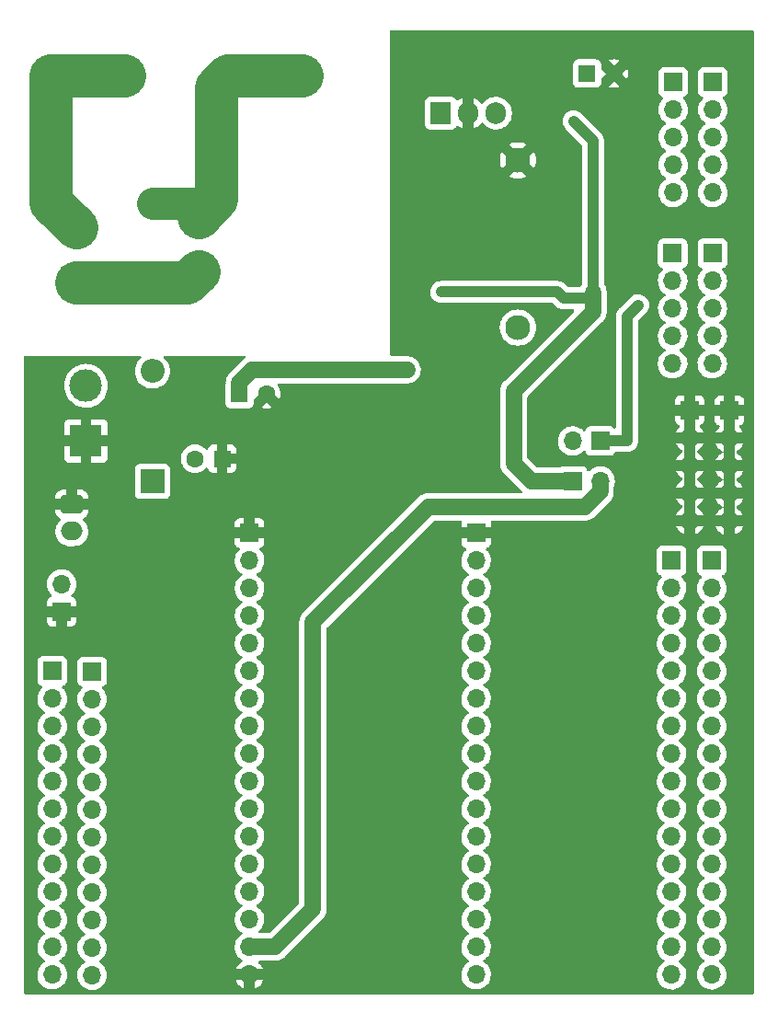
<source format=gbl>
G04 #@! TF.GenerationSoftware,KiCad,Pcbnew,(6.0.8)*
G04 #@! TF.CreationDate,2023-06-29T00:22:17-04:00*
G04 #@! TF.ProjectId,proyecto final,70726f79-6563-4746-9f20-66696e616c2e,rev?*
G04 #@! TF.SameCoordinates,Original*
G04 #@! TF.FileFunction,Copper,L2,Bot*
G04 #@! TF.FilePolarity,Positive*
%FSLAX46Y46*%
G04 Gerber Fmt 4.6, Leading zero omitted, Abs format (unit mm)*
G04 Created by KiCad (PCBNEW (6.0.8)) date 2023-06-29 00:22:17*
%MOMM*%
%LPD*%
G01*
G04 APERTURE LIST*
G04 Aperture macros list*
%AMRoundRect*
0 Rectangle with rounded corners*
0 $1 Rounding radius*
0 $2 $3 $4 $5 $6 $7 $8 $9 X,Y pos of 4 corners*
0 Add a 4 corners polygon primitive as box body*
4,1,4,$2,$3,$4,$5,$6,$7,$8,$9,$2,$3,0*
0 Add four circle primitives for the rounded corners*
1,1,$1+$1,$2,$3*
1,1,$1+$1,$4,$5*
1,1,$1+$1,$6,$7*
1,1,$1+$1,$8,$9*
0 Add four rect primitives between the rounded corners*
20,1,$1+$1,$2,$3,$4,$5,0*
20,1,$1+$1,$4,$5,$6,$7,0*
20,1,$1+$1,$6,$7,$8,$9,0*
20,1,$1+$1,$8,$9,$2,$3,0*%
G04 Aperture macros list end*
G04 #@! TA.AperFunction,ComponentPad*
%ADD10C,1.400000*%
G04 #@! TD*
G04 #@! TA.AperFunction,ComponentPad*
%ADD11R,1.700000X1.700000*%
G04 #@! TD*
G04 #@! TA.AperFunction,ComponentPad*
%ADD12O,1.700000X1.700000*%
G04 #@! TD*
G04 #@! TA.AperFunction,ComponentPad*
%ADD13R,2.300000X2.000000*%
G04 #@! TD*
G04 #@! TA.AperFunction,ComponentPad*
%ADD14C,2.300000*%
G04 #@! TD*
G04 #@! TA.AperFunction,ComponentPad*
%ADD15R,1.905000X2.000000*%
G04 #@! TD*
G04 #@! TA.AperFunction,ComponentPad*
%ADD16O,1.905000X2.000000*%
G04 #@! TD*
G04 #@! TA.AperFunction,ComponentPad*
%ADD17R,3.000000X3.000000*%
G04 #@! TD*
G04 #@! TA.AperFunction,ComponentPad*
%ADD18C,3.000000*%
G04 #@! TD*
G04 #@! TA.AperFunction,ComponentPad*
%ADD19RoundRect,0.675000X0.675000X0.675000X-0.675000X0.675000X-0.675000X-0.675000X0.675000X-0.675000X0*%
G04 #@! TD*
G04 #@! TA.AperFunction,ComponentPad*
%ADD20C,2.700000*%
G04 #@! TD*
G04 #@! TA.AperFunction,ComponentPad*
%ADD21R,1.600000X1.600000*%
G04 #@! TD*
G04 #@! TA.AperFunction,ComponentPad*
%ADD22C,1.600000*%
G04 #@! TD*
G04 #@! TA.AperFunction,ComponentPad*
%ADD23R,2.200000X2.200000*%
G04 #@! TD*
G04 #@! TA.AperFunction,ComponentPad*
%ADD24O,2.200000X2.200000*%
G04 #@! TD*
G04 #@! TA.AperFunction,ComponentPad*
%ADD25RoundRect,0.250000X-0.750000X0.600000X-0.750000X-0.600000X0.750000X-0.600000X0.750000X0.600000X0*%
G04 #@! TD*
G04 #@! TA.AperFunction,ComponentPad*
%ADD26O,2.000000X1.700000*%
G04 #@! TD*
G04 #@! TA.AperFunction,ViaPad*
%ADD27C,0.750000*%
G04 #@! TD*
G04 #@! TA.AperFunction,Conductor*
%ADD28C,1.000000*%
G04 #@! TD*
G04 #@! TA.AperFunction,Conductor*
%ADD29C,1.500000*%
G04 #@! TD*
G04 #@! TA.AperFunction,Conductor*
%ADD30C,4.000000*%
G04 #@! TD*
G04 #@! TA.AperFunction,Conductor*
%ADD31C,3.000000*%
G04 #@! TD*
G04 APERTURE END LIST*
D10*
X121115000Y-66455000D03*
X119615000Y-73955000D03*
D11*
X174175000Y-85520000D03*
D12*
X174175000Y-88060000D03*
X174175000Y-90600000D03*
X174175000Y-93140000D03*
X174175000Y-95680000D03*
D11*
X168955000Y-71045000D03*
D12*
X168955000Y-73585000D03*
X168955000Y-76125000D03*
X168955000Y-78665000D03*
X168955000Y-81205000D03*
D11*
X112687379Y-104005000D03*
D12*
X112687379Y-101465000D03*
D11*
X111835000Y-109480000D03*
D12*
X111835000Y-112020000D03*
X111835000Y-114560000D03*
X111835000Y-117100000D03*
X111835000Y-119640000D03*
X111835000Y-122180000D03*
X111835000Y-124720000D03*
X111835000Y-127260000D03*
X111835000Y-129800000D03*
X111835000Y-132340000D03*
X111835000Y-134880000D03*
X111835000Y-137420000D03*
D11*
X115505000Y-109530000D03*
D12*
X115505000Y-112070000D03*
X115505000Y-114610000D03*
X115505000Y-117150000D03*
X115505000Y-119690000D03*
X115505000Y-122230000D03*
X115505000Y-124770000D03*
X115505000Y-127310000D03*
X115505000Y-129850000D03*
X115505000Y-132390000D03*
X115505000Y-134930000D03*
X115505000Y-137470000D03*
D11*
X172555000Y-99330000D03*
D12*
X172555000Y-101870000D03*
X172555000Y-104410000D03*
X172555000Y-106950000D03*
X172555000Y-109490000D03*
X172555000Y-112030000D03*
X172555000Y-114570000D03*
X172555000Y-117110000D03*
X172555000Y-119650000D03*
X172555000Y-122190000D03*
X172555000Y-124730000D03*
X172555000Y-127270000D03*
X172555000Y-129810000D03*
X172555000Y-132350000D03*
X172555000Y-134890000D03*
X172555000Y-137430000D03*
D13*
X125302500Y-67675000D03*
D14*
X125302500Y-72675000D03*
X154702500Y-62475000D03*
X154702500Y-77875000D03*
D11*
X130000000Y-96780000D03*
D12*
X130000000Y-99320000D03*
X130000000Y-101860000D03*
X130000000Y-104400000D03*
X130000000Y-106940000D03*
X130000000Y-109480000D03*
X130000000Y-112020000D03*
X130000000Y-114560000D03*
X130000000Y-117100000D03*
X130000000Y-119640000D03*
X130000000Y-122180000D03*
X130000000Y-124720000D03*
X130000000Y-127260000D03*
X130000000Y-129800000D03*
X130000000Y-132340000D03*
X130000000Y-134880000D03*
X130000000Y-137420000D03*
D15*
X147605000Y-58140000D03*
D16*
X150145000Y-58140000D03*
X152685000Y-58140000D03*
D17*
X114035000Y-73755000D03*
D18*
X114035000Y-68675000D03*
D19*
X134805000Y-54640000D03*
X128045000Y-54640000D03*
D20*
X111695000Y-54640000D03*
X118455000Y-54640000D03*
D17*
X114937379Y-88305000D03*
D18*
X114937379Y-83225000D03*
D11*
X168860000Y-99330000D03*
D12*
X168860000Y-101870000D03*
X168860000Y-104410000D03*
X168860000Y-106950000D03*
X168860000Y-109490000D03*
X168860000Y-112030000D03*
X168860000Y-114570000D03*
X168860000Y-117110000D03*
X168860000Y-119650000D03*
X168860000Y-122190000D03*
X168860000Y-124730000D03*
X168860000Y-127270000D03*
X168860000Y-129810000D03*
X168860000Y-132350000D03*
X168860000Y-134890000D03*
X168860000Y-137430000D03*
D21*
X127477379Y-89945000D03*
D22*
X124977379Y-89945000D03*
D11*
X172650000Y-55280000D03*
D12*
X172650000Y-57820000D03*
X172650000Y-60360000D03*
X172650000Y-62900000D03*
X172650000Y-65440000D03*
D21*
X161067621Y-54500000D03*
D22*
X163567621Y-54500000D03*
D11*
X168995000Y-55280000D03*
D12*
X168995000Y-57820000D03*
X168995000Y-60360000D03*
X168995000Y-62900000D03*
X168995000Y-65440000D03*
D23*
X121055000Y-92045000D03*
D24*
X121055000Y-81885000D03*
D21*
X129067621Y-84000000D03*
D22*
X131567621Y-84000000D03*
D11*
X170515000Y-85470000D03*
D12*
X170515000Y-88010000D03*
X170515000Y-90550000D03*
X170515000Y-93090000D03*
X170515000Y-95630000D03*
D11*
X150860000Y-96780000D03*
D12*
X150860000Y-99320000D03*
X150860000Y-101860000D03*
X150860000Y-104400000D03*
X150860000Y-106940000D03*
X150860000Y-109480000D03*
X150860000Y-112020000D03*
X150860000Y-114560000D03*
X150860000Y-117100000D03*
X150860000Y-119640000D03*
X150860000Y-122180000D03*
X150860000Y-124720000D03*
X150860000Y-127260000D03*
X150860000Y-129800000D03*
X150860000Y-132340000D03*
X150860000Y-134880000D03*
X150860000Y-137420000D03*
D25*
X113637379Y-94125000D03*
D26*
X113637379Y-96625000D03*
D11*
X162285000Y-88310000D03*
D12*
X159745000Y-88310000D03*
D11*
X172605000Y-71045000D03*
D12*
X172605000Y-73585000D03*
X172605000Y-76125000D03*
X172605000Y-78665000D03*
X172605000Y-81205000D03*
D11*
X159735000Y-91990000D03*
D12*
X162275000Y-91990000D03*
D27*
X144500000Y-81750000D03*
X151400000Y-52350000D03*
X166820000Y-83450000D03*
X160070000Y-73540000D03*
X161590000Y-83450000D03*
X126150000Y-85500000D03*
X123130000Y-101440000D03*
X148790000Y-52350000D03*
X119480000Y-100850000D03*
X121580000Y-100960000D03*
X158360000Y-83480000D03*
X165410000Y-63380000D03*
X147650000Y-74600000D03*
X159825000Y-58885000D03*
X161615000Y-74625000D03*
X165765000Y-75807500D03*
D28*
X161070000Y-75170000D02*
X161615000Y-74625000D01*
X158330000Y-74600000D02*
X158900000Y-75170000D01*
X158900000Y-75170000D02*
X161070000Y-75170000D01*
X147650000Y-74600000D02*
X158330000Y-74600000D01*
D29*
X129067621Y-84000000D02*
X129067621Y-82932379D01*
X129067621Y-82932379D02*
X130250000Y-81750000D01*
X130250000Y-81750000D02*
X144500000Y-81750000D01*
X161615000Y-76405000D02*
X161615000Y-74625000D01*
X154310000Y-90370000D02*
X154310000Y-83710000D01*
X159735000Y-91990000D02*
X155930000Y-91990000D01*
X154310000Y-83710000D02*
X161615000Y-76405000D01*
D28*
X161615000Y-74625000D02*
X161615000Y-60675000D01*
X161615000Y-60675000D02*
X159825000Y-58885000D01*
D29*
X155930000Y-91990000D02*
X154310000Y-90370000D01*
D30*
X126940000Y-55745000D02*
X126940000Y-66037500D01*
D31*
X126522500Y-66455000D02*
X127020000Y-65957500D01*
X127020000Y-65957500D02*
X125302500Y-67675000D01*
D30*
X134805000Y-54640000D02*
X128045000Y-54640000D01*
D31*
X127020000Y-55665000D02*
X127020000Y-65957500D01*
D30*
X126940000Y-66037500D02*
X125302500Y-67675000D01*
D31*
X121115000Y-66455000D02*
X124082500Y-66455000D01*
X124082500Y-66455000D02*
X125302500Y-67675000D01*
D30*
X128045000Y-54640000D02*
X127020000Y-55665000D01*
D31*
X121115000Y-66455000D02*
X126522500Y-66455000D01*
D30*
X128045000Y-54640000D02*
X126940000Y-55745000D01*
X111695000Y-66335000D02*
X114035000Y-68675000D01*
X111695000Y-54640000D02*
X111695000Y-66335000D01*
X118455000Y-54640000D02*
X111695000Y-54640000D01*
X124222500Y-73755000D02*
X125302500Y-72675000D01*
X114035000Y-73755000D02*
X124222500Y-73755000D01*
D29*
X162275000Y-91990000D02*
X162275000Y-92985000D01*
X135840000Y-131370000D02*
X132330000Y-134880000D01*
X162275000Y-92985000D02*
X160900000Y-94360000D01*
X146470000Y-94360000D02*
X135840000Y-104990000D01*
X135840000Y-104990000D02*
X135840000Y-131370000D01*
X132330000Y-134880000D02*
X130000000Y-134880000D01*
X160900000Y-94360000D02*
X146470000Y-94360000D01*
D28*
X164737500Y-88310000D02*
X162285000Y-88310000D01*
X164737500Y-76835000D02*
X164737500Y-88310000D01*
X165765000Y-75807500D02*
X164737500Y-76835000D01*
G04 #@! TA.AperFunction,Conductor*
G36*
X176373621Y-50518502D02*
G01*
X176420114Y-50572158D01*
X176431500Y-50624500D01*
X176431500Y-139095500D01*
X176411498Y-139163621D01*
X176357842Y-139210114D01*
X176305500Y-139221500D01*
X109354500Y-139221500D01*
X109286379Y-139201498D01*
X109239886Y-139147842D01*
X109228500Y-139095500D01*
X109228500Y-137386695D01*
X110472251Y-137386695D01*
X110472548Y-137391848D01*
X110472548Y-137391851D01*
X110480894Y-137536590D01*
X110485110Y-137609715D01*
X110486247Y-137614761D01*
X110486248Y-137614767D01*
X110506119Y-137702939D01*
X110534222Y-137827639D01*
X110618266Y-138034616D01*
X110734987Y-138225088D01*
X110881250Y-138393938D01*
X111053126Y-138536632D01*
X111246000Y-138649338D01*
X111250825Y-138651180D01*
X111250826Y-138651181D01*
X111298068Y-138669221D01*
X111454692Y-138729030D01*
X111459760Y-138730061D01*
X111459763Y-138730062D01*
X111567017Y-138751883D01*
X111673597Y-138773567D01*
X111678772Y-138773757D01*
X111678774Y-138773757D01*
X111891673Y-138781564D01*
X111891677Y-138781564D01*
X111896837Y-138781753D01*
X111901957Y-138781097D01*
X111901959Y-138781097D01*
X112113288Y-138754025D01*
X112113289Y-138754025D01*
X112118416Y-138753368D01*
X112123366Y-138751883D01*
X112327429Y-138690661D01*
X112327434Y-138690659D01*
X112332384Y-138689174D01*
X112532994Y-138590896D01*
X112714860Y-138461173D01*
X112732156Y-138443938D01*
X112863061Y-138313489D01*
X112873096Y-138303489D01*
X112932594Y-138220689D01*
X113000435Y-138126277D01*
X113003453Y-138122077D01*
X113021968Y-138084616D01*
X113100136Y-137926453D01*
X113100137Y-137926451D01*
X113102430Y-137921811D01*
X113167370Y-137708069D01*
X113196529Y-137486590D01*
X113196852Y-137473365D01*
X113197748Y-137436695D01*
X114142251Y-137436695D01*
X114142548Y-137441848D01*
X114142548Y-137441851D01*
X114148011Y-137536590D01*
X114155110Y-137659715D01*
X114156247Y-137664761D01*
X114156248Y-137664767D01*
X114168261Y-137718069D01*
X114204222Y-137877639D01*
X114242461Y-137971811D01*
X114269752Y-138039020D01*
X114288266Y-138084616D01*
X114404987Y-138275088D01*
X114551250Y-138443938D01*
X114723126Y-138586632D01*
X114916000Y-138699338D01*
X115124692Y-138779030D01*
X115129760Y-138780061D01*
X115129763Y-138780062D01*
X115186298Y-138791564D01*
X115343597Y-138823567D01*
X115348772Y-138823757D01*
X115348774Y-138823757D01*
X115561673Y-138831564D01*
X115561677Y-138831564D01*
X115566837Y-138831753D01*
X115571957Y-138831097D01*
X115571959Y-138831097D01*
X115783288Y-138804025D01*
X115783289Y-138804025D01*
X115788416Y-138803368D01*
X115793366Y-138801883D01*
X115997429Y-138740661D01*
X115997434Y-138740659D01*
X116002384Y-138739174D01*
X116202994Y-138640896D01*
X116384860Y-138511173D01*
X116543096Y-138353489D01*
X116569218Y-138317137D01*
X116670435Y-138176277D01*
X116673453Y-138172077D01*
X116691147Y-138136277D01*
X116770136Y-137976453D01*
X116770137Y-137976451D01*
X116772430Y-137971811D01*
X116785323Y-137929376D01*
X128741072Y-137929376D01*
X128781770Y-138029603D01*
X128786413Y-138038794D01*
X128897694Y-138220388D01*
X128903777Y-138228699D01*
X129043213Y-138389667D01*
X129050580Y-138396883D01*
X129214434Y-138532916D01*
X129222881Y-138538831D01*
X129406756Y-138646279D01*
X129416043Y-138650729D01*
X129483078Y-138676327D01*
X129497134Y-138677442D01*
X129500000Y-138672290D01*
X129500000Y-138669221D01*
X130500000Y-138669221D01*
X130503973Y-138682752D01*
X130507842Y-138683308D01*
X130508867Y-138682992D01*
X130693095Y-138592739D01*
X130701945Y-138587464D01*
X130875328Y-138463792D01*
X130883200Y-138457139D01*
X131034052Y-138306812D01*
X131040730Y-138298965D01*
X131165003Y-138126020D01*
X131170313Y-138117183D01*
X131262250Y-137931164D01*
X131262324Y-137923233D01*
X131255416Y-137920000D01*
X130518115Y-137920000D01*
X130502876Y-137924475D01*
X130501671Y-137925865D01*
X130500000Y-137933548D01*
X130500000Y-138669221D01*
X129500000Y-138669221D01*
X129500000Y-137938115D01*
X129495525Y-137922876D01*
X129494135Y-137921671D01*
X129486452Y-137920000D01*
X128755380Y-137920000D01*
X128741849Y-137923973D01*
X128741072Y-137929376D01*
X116785323Y-137929376D01*
X116837370Y-137758069D01*
X116866529Y-137536590D01*
X116867425Y-137499908D01*
X116868074Y-137473365D01*
X116868074Y-137473361D01*
X116868156Y-137470000D01*
X116861307Y-137386695D01*
X149497251Y-137386695D01*
X149497548Y-137391848D01*
X149497548Y-137391851D01*
X149505894Y-137536590D01*
X149510110Y-137609715D01*
X149511247Y-137614761D01*
X149511248Y-137614767D01*
X149531119Y-137702939D01*
X149559222Y-137827639D01*
X149643266Y-138034616D01*
X149759987Y-138225088D01*
X149906250Y-138393938D01*
X150078126Y-138536632D01*
X150271000Y-138649338D01*
X150275825Y-138651180D01*
X150275826Y-138651181D01*
X150323068Y-138669221D01*
X150479692Y-138729030D01*
X150484760Y-138730061D01*
X150484763Y-138730062D01*
X150592017Y-138751883D01*
X150698597Y-138773567D01*
X150703772Y-138773757D01*
X150703774Y-138773757D01*
X150916673Y-138781564D01*
X150916677Y-138781564D01*
X150921837Y-138781753D01*
X150926957Y-138781097D01*
X150926959Y-138781097D01*
X151138288Y-138754025D01*
X151138289Y-138754025D01*
X151143416Y-138753368D01*
X151148366Y-138751883D01*
X151352429Y-138690661D01*
X151352434Y-138690659D01*
X151357384Y-138689174D01*
X151557994Y-138590896D01*
X151739860Y-138461173D01*
X151757156Y-138443938D01*
X151888061Y-138313489D01*
X151898096Y-138303489D01*
X151957594Y-138220689D01*
X152025435Y-138126277D01*
X152028453Y-138122077D01*
X152046968Y-138084616D01*
X152125136Y-137926453D01*
X152125137Y-137926451D01*
X152127430Y-137921811D01*
X152192370Y-137708069D01*
X152221529Y-137486590D01*
X152221852Y-137473365D01*
X152223074Y-137423365D01*
X152223074Y-137423361D01*
X152223156Y-137420000D01*
X152221240Y-137396695D01*
X167497251Y-137396695D01*
X167497548Y-137401848D01*
X167497548Y-137401851D01*
X167503011Y-137496590D01*
X167510110Y-137619715D01*
X167511247Y-137624761D01*
X167511248Y-137624767D01*
X167530022Y-137708069D01*
X167559222Y-137837639D01*
X167599346Y-137936453D01*
X167637262Y-138029829D01*
X167643266Y-138044616D01*
X167759987Y-138235088D01*
X167906250Y-138403938D01*
X168078126Y-138546632D01*
X168271000Y-138659338D01*
X168275825Y-138661180D01*
X168275826Y-138661181D01*
X168332315Y-138682752D01*
X168479692Y-138739030D01*
X168484760Y-138740061D01*
X168484763Y-138740062D01*
X168550165Y-138753368D01*
X168698597Y-138783567D01*
X168703772Y-138783757D01*
X168703774Y-138783757D01*
X168916673Y-138791564D01*
X168916677Y-138791564D01*
X168921837Y-138791753D01*
X168926957Y-138791097D01*
X168926959Y-138791097D01*
X169138288Y-138764025D01*
X169138289Y-138764025D01*
X169143416Y-138763368D01*
X169174558Y-138754025D01*
X169352429Y-138700661D01*
X169352434Y-138700659D01*
X169357384Y-138699174D01*
X169557994Y-138600896D01*
X169739860Y-138471173D01*
X169767191Y-138443938D01*
X169894435Y-138317137D01*
X169898096Y-138313489D01*
X169902661Y-138307137D01*
X170025435Y-138136277D01*
X170028453Y-138132077D01*
X170033396Y-138122077D01*
X170125136Y-137936453D01*
X170125137Y-137936451D01*
X170127430Y-137931811D01*
X170192370Y-137718069D01*
X170221529Y-137496590D01*
X170221855Y-137483240D01*
X170223074Y-137433365D01*
X170223074Y-137433361D01*
X170223156Y-137430000D01*
X170220418Y-137396695D01*
X171192251Y-137396695D01*
X171192548Y-137401848D01*
X171192548Y-137401851D01*
X171198011Y-137496590D01*
X171205110Y-137619715D01*
X171206247Y-137624761D01*
X171206248Y-137624767D01*
X171225022Y-137708069D01*
X171254222Y-137837639D01*
X171294346Y-137936453D01*
X171332262Y-138029829D01*
X171338266Y-138044616D01*
X171454987Y-138235088D01*
X171601250Y-138403938D01*
X171773126Y-138546632D01*
X171966000Y-138659338D01*
X171970825Y-138661180D01*
X171970826Y-138661181D01*
X172027315Y-138682752D01*
X172174692Y-138739030D01*
X172179760Y-138740061D01*
X172179763Y-138740062D01*
X172245165Y-138753368D01*
X172393597Y-138783567D01*
X172398772Y-138783757D01*
X172398774Y-138783757D01*
X172611673Y-138791564D01*
X172611677Y-138791564D01*
X172616837Y-138791753D01*
X172621957Y-138791097D01*
X172621959Y-138791097D01*
X172833288Y-138764025D01*
X172833289Y-138764025D01*
X172838416Y-138763368D01*
X172869558Y-138754025D01*
X173047429Y-138700661D01*
X173047434Y-138700659D01*
X173052384Y-138699174D01*
X173252994Y-138600896D01*
X173434860Y-138471173D01*
X173462191Y-138443938D01*
X173589435Y-138317137D01*
X173593096Y-138313489D01*
X173597661Y-138307137D01*
X173720435Y-138136277D01*
X173723453Y-138132077D01*
X173728396Y-138122077D01*
X173820136Y-137936453D01*
X173820137Y-137936451D01*
X173822430Y-137931811D01*
X173887370Y-137718069D01*
X173916529Y-137496590D01*
X173916855Y-137483240D01*
X173918074Y-137433365D01*
X173918074Y-137433361D01*
X173918156Y-137430000D01*
X173899852Y-137207361D01*
X173845431Y-136990702D01*
X173756354Y-136785840D01*
X173658420Y-136634457D01*
X173637822Y-136602617D01*
X173637820Y-136602614D01*
X173635014Y-136598277D01*
X173484670Y-136433051D01*
X173480619Y-136429852D01*
X173480615Y-136429848D01*
X173313414Y-136297800D01*
X173313410Y-136297798D01*
X173309359Y-136294598D01*
X173268053Y-136271796D01*
X173218084Y-136221364D01*
X173203312Y-136151921D01*
X173228428Y-136085516D01*
X173255780Y-136058909D01*
X173301510Y-136026290D01*
X173434860Y-135931173D01*
X173462191Y-135903938D01*
X173589435Y-135777137D01*
X173593096Y-135773489D01*
X173597661Y-135767137D01*
X173720435Y-135596277D01*
X173723453Y-135592077D01*
X173728396Y-135582077D01*
X173820136Y-135396453D01*
X173820137Y-135396451D01*
X173822430Y-135391811D01*
X173887370Y-135178069D01*
X173916529Y-134956590D01*
X173916855Y-134943240D01*
X173918074Y-134893365D01*
X173918074Y-134893361D01*
X173918156Y-134890000D01*
X173899852Y-134667361D01*
X173845431Y-134450702D01*
X173756354Y-134245840D01*
X173658420Y-134094457D01*
X173637822Y-134062617D01*
X173637820Y-134062614D01*
X173635014Y-134058277D01*
X173484670Y-133893051D01*
X173480619Y-133889852D01*
X173480615Y-133889848D01*
X173313414Y-133757800D01*
X173313410Y-133757798D01*
X173309359Y-133754598D01*
X173268053Y-133731796D01*
X173218084Y-133681364D01*
X173203312Y-133611921D01*
X173228428Y-133545516D01*
X173255780Y-133518909D01*
X173313738Y-133477568D01*
X173434860Y-133391173D01*
X173462191Y-133363938D01*
X173589435Y-133237137D01*
X173593096Y-133233489D01*
X173597661Y-133227137D01*
X173720435Y-133056277D01*
X173723453Y-133052077D01*
X173728396Y-133042077D01*
X173820136Y-132856453D01*
X173820137Y-132856451D01*
X173822430Y-132851811D01*
X173887370Y-132638069D01*
X173916529Y-132416590D01*
X173916855Y-132403240D01*
X173918074Y-132353365D01*
X173918074Y-132353361D01*
X173918156Y-132350000D01*
X173899852Y-132127361D01*
X173845431Y-131910702D01*
X173756354Y-131705840D01*
X173658420Y-131554457D01*
X173637822Y-131522617D01*
X173637820Y-131522614D01*
X173635014Y-131518277D01*
X173484670Y-131353051D01*
X173480619Y-131349852D01*
X173480615Y-131349848D01*
X173313414Y-131217800D01*
X173313410Y-131217798D01*
X173309359Y-131214598D01*
X173268053Y-131191796D01*
X173218084Y-131141364D01*
X173203312Y-131071921D01*
X173228428Y-131005516D01*
X173255780Y-130978909D01*
X173299603Y-130947650D01*
X173434860Y-130851173D01*
X173462191Y-130823938D01*
X173589435Y-130697137D01*
X173593096Y-130693489D01*
X173597661Y-130687137D01*
X173720435Y-130516277D01*
X173723453Y-130512077D01*
X173728396Y-130502077D01*
X173820136Y-130316453D01*
X173820137Y-130316451D01*
X173822430Y-130311811D01*
X173887370Y-130098069D01*
X173916529Y-129876590D01*
X173916855Y-129863240D01*
X173918074Y-129813365D01*
X173918074Y-129813361D01*
X173918156Y-129810000D01*
X173899852Y-129587361D01*
X173845431Y-129370702D01*
X173756354Y-129165840D01*
X173658420Y-129014457D01*
X173637822Y-128982617D01*
X173637820Y-128982614D01*
X173635014Y-128978277D01*
X173484670Y-128813051D01*
X173480619Y-128809852D01*
X173480615Y-128809848D01*
X173313414Y-128677800D01*
X173313410Y-128677798D01*
X173309359Y-128674598D01*
X173268053Y-128651796D01*
X173218084Y-128601364D01*
X173203312Y-128531921D01*
X173228428Y-128465516D01*
X173255780Y-128438909D01*
X173299603Y-128407650D01*
X173434860Y-128311173D01*
X173462191Y-128283938D01*
X173589435Y-128157137D01*
X173593096Y-128153489D01*
X173597661Y-128147137D01*
X173720435Y-127976277D01*
X173723453Y-127972077D01*
X173728396Y-127962077D01*
X173820136Y-127776453D01*
X173820137Y-127776451D01*
X173822430Y-127771811D01*
X173887370Y-127558069D01*
X173916529Y-127336590D01*
X173916855Y-127323240D01*
X173918074Y-127273365D01*
X173918074Y-127273361D01*
X173918156Y-127270000D01*
X173899852Y-127047361D01*
X173845431Y-126830702D01*
X173756354Y-126625840D01*
X173658420Y-126474457D01*
X173637822Y-126442617D01*
X173637820Y-126442614D01*
X173635014Y-126438277D01*
X173484670Y-126273051D01*
X173480619Y-126269852D01*
X173480615Y-126269848D01*
X173313414Y-126137800D01*
X173313410Y-126137798D01*
X173309359Y-126134598D01*
X173268053Y-126111796D01*
X173218084Y-126061364D01*
X173203312Y-125991921D01*
X173228428Y-125925516D01*
X173255780Y-125898909D01*
X173299603Y-125867650D01*
X173434860Y-125771173D01*
X173462191Y-125743938D01*
X173589435Y-125617137D01*
X173593096Y-125613489D01*
X173597661Y-125607137D01*
X173720435Y-125436277D01*
X173723453Y-125432077D01*
X173728396Y-125422077D01*
X173820136Y-125236453D01*
X173820137Y-125236451D01*
X173822430Y-125231811D01*
X173887370Y-125018069D01*
X173916529Y-124796590D01*
X173916855Y-124783240D01*
X173918074Y-124733365D01*
X173918074Y-124733361D01*
X173918156Y-124730000D01*
X173899852Y-124507361D01*
X173845431Y-124290702D01*
X173756354Y-124085840D01*
X173658420Y-123934457D01*
X173637822Y-123902617D01*
X173637820Y-123902614D01*
X173635014Y-123898277D01*
X173484670Y-123733051D01*
X173480619Y-123729852D01*
X173480615Y-123729848D01*
X173313414Y-123597800D01*
X173313410Y-123597798D01*
X173309359Y-123594598D01*
X173268053Y-123571796D01*
X173218084Y-123521364D01*
X173203312Y-123451921D01*
X173228428Y-123385516D01*
X173255780Y-123358909D01*
X173299603Y-123327650D01*
X173434860Y-123231173D01*
X173462191Y-123203938D01*
X173589435Y-123077137D01*
X173593096Y-123073489D01*
X173597661Y-123067137D01*
X173720435Y-122896277D01*
X173723453Y-122892077D01*
X173728396Y-122882077D01*
X173820136Y-122696453D01*
X173820137Y-122696451D01*
X173822430Y-122691811D01*
X173887370Y-122478069D01*
X173916529Y-122256590D01*
X173916855Y-122243240D01*
X173918074Y-122193365D01*
X173918074Y-122193361D01*
X173918156Y-122190000D01*
X173899852Y-121967361D01*
X173845431Y-121750702D01*
X173756354Y-121545840D01*
X173658420Y-121394457D01*
X173637822Y-121362617D01*
X173637820Y-121362614D01*
X173635014Y-121358277D01*
X173484670Y-121193051D01*
X173480619Y-121189852D01*
X173480615Y-121189848D01*
X173313414Y-121057800D01*
X173313410Y-121057798D01*
X173309359Y-121054598D01*
X173268053Y-121031796D01*
X173218084Y-120981364D01*
X173203312Y-120911921D01*
X173228428Y-120845516D01*
X173255780Y-120818909D01*
X173299603Y-120787650D01*
X173434860Y-120691173D01*
X173462191Y-120663938D01*
X173589435Y-120537137D01*
X173593096Y-120533489D01*
X173597661Y-120527137D01*
X173720435Y-120356277D01*
X173723453Y-120352077D01*
X173728396Y-120342077D01*
X173820136Y-120156453D01*
X173820137Y-120156451D01*
X173822430Y-120151811D01*
X173887370Y-119938069D01*
X173916529Y-119716590D01*
X173916855Y-119703240D01*
X173918074Y-119653365D01*
X173918074Y-119653361D01*
X173918156Y-119650000D01*
X173899852Y-119427361D01*
X173845431Y-119210702D01*
X173756354Y-119005840D01*
X173658420Y-118854457D01*
X173637822Y-118822617D01*
X173637820Y-118822614D01*
X173635014Y-118818277D01*
X173484670Y-118653051D01*
X173480619Y-118649852D01*
X173480615Y-118649848D01*
X173313414Y-118517800D01*
X173313410Y-118517798D01*
X173309359Y-118514598D01*
X173268053Y-118491796D01*
X173218084Y-118441364D01*
X173203312Y-118371921D01*
X173228428Y-118305516D01*
X173255780Y-118278909D01*
X173299603Y-118247650D01*
X173434860Y-118151173D01*
X173462191Y-118123938D01*
X173589435Y-117997137D01*
X173593096Y-117993489D01*
X173597661Y-117987137D01*
X173720435Y-117816277D01*
X173723453Y-117812077D01*
X173728396Y-117802077D01*
X173820136Y-117616453D01*
X173820137Y-117616451D01*
X173822430Y-117611811D01*
X173887370Y-117398069D01*
X173916529Y-117176590D01*
X173916855Y-117163240D01*
X173918074Y-117113365D01*
X173918074Y-117113361D01*
X173918156Y-117110000D01*
X173899852Y-116887361D01*
X173845431Y-116670702D01*
X173756354Y-116465840D01*
X173658420Y-116314457D01*
X173637822Y-116282617D01*
X173637820Y-116282614D01*
X173635014Y-116278277D01*
X173484670Y-116113051D01*
X173480619Y-116109852D01*
X173480615Y-116109848D01*
X173313414Y-115977800D01*
X173313410Y-115977798D01*
X173309359Y-115974598D01*
X173268053Y-115951796D01*
X173218084Y-115901364D01*
X173203312Y-115831921D01*
X173228428Y-115765516D01*
X173255780Y-115738909D01*
X173299603Y-115707650D01*
X173434860Y-115611173D01*
X173462191Y-115583938D01*
X173589435Y-115457137D01*
X173593096Y-115453489D01*
X173597661Y-115447137D01*
X173720435Y-115276277D01*
X173723453Y-115272077D01*
X173728396Y-115262077D01*
X173820136Y-115076453D01*
X173820137Y-115076451D01*
X173822430Y-115071811D01*
X173887370Y-114858069D01*
X173916529Y-114636590D01*
X173916855Y-114623240D01*
X173918074Y-114573365D01*
X173918074Y-114573361D01*
X173918156Y-114570000D01*
X173899852Y-114347361D01*
X173845431Y-114130702D01*
X173756354Y-113925840D01*
X173658420Y-113774457D01*
X173637822Y-113742617D01*
X173637820Y-113742614D01*
X173635014Y-113738277D01*
X173484670Y-113573051D01*
X173480619Y-113569852D01*
X173480615Y-113569848D01*
X173313414Y-113437800D01*
X173313410Y-113437798D01*
X173309359Y-113434598D01*
X173268053Y-113411796D01*
X173218084Y-113361364D01*
X173203312Y-113291921D01*
X173228428Y-113225516D01*
X173255780Y-113198909D01*
X173299603Y-113167650D01*
X173434860Y-113071173D01*
X173462191Y-113043938D01*
X173589435Y-112917137D01*
X173593096Y-112913489D01*
X173597661Y-112907137D01*
X173720435Y-112736277D01*
X173723453Y-112732077D01*
X173728396Y-112722077D01*
X173820136Y-112536453D01*
X173820137Y-112536451D01*
X173822430Y-112531811D01*
X173887370Y-112318069D01*
X173916529Y-112096590D01*
X173916855Y-112083240D01*
X173918074Y-112033365D01*
X173918074Y-112033361D01*
X173918156Y-112030000D01*
X173899852Y-111807361D01*
X173845431Y-111590702D01*
X173756354Y-111385840D01*
X173660891Y-111238277D01*
X173637822Y-111202617D01*
X173637820Y-111202614D01*
X173635014Y-111198277D01*
X173484670Y-111033051D01*
X173480619Y-111029852D01*
X173480615Y-111029848D01*
X173313414Y-110897800D01*
X173313410Y-110897798D01*
X173309359Y-110894598D01*
X173268053Y-110871796D01*
X173218084Y-110821364D01*
X173203312Y-110751921D01*
X173228428Y-110685516D01*
X173255780Y-110658909D01*
X173312716Y-110618297D01*
X173434860Y-110531173D01*
X173593096Y-110373489D01*
X173597661Y-110367137D01*
X173720435Y-110196277D01*
X173723453Y-110192077D01*
X173728396Y-110182077D01*
X173820136Y-109996453D01*
X173820137Y-109996451D01*
X173822430Y-109991811D01*
X173887370Y-109778069D01*
X173916529Y-109556590D01*
X173918156Y-109490000D01*
X173899852Y-109267361D01*
X173845431Y-109050702D01*
X173756354Y-108845840D01*
X173635014Y-108658277D01*
X173484670Y-108493051D01*
X173480619Y-108489852D01*
X173480615Y-108489848D01*
X173313414Y-108357800D01*
X173313410Y-108357798D01*
X173309359Y-108354598D01*
X173268053Y-108331796D01*
X173218084Y-108281364D01*
X173203312Y-108211921D01*
X173228428Y-108145516D01*
X173255780Y-108118909D01*
X173299603Y-108087650D01*
X173434860Y-107991173D01*
X173593096Y-107833489D01*
X173597661Y-107827137D01*
X173720435Y-107656277D01*
X173723453Y-107652077D01*
X173728396Y-107642077D01*
X173820136Y-107456453D01*
X173820137Y-107456451D01*
X173822430Y-107451811D01*
X173887370Y-107238069D01*
X173916529Y-107016590D01*
X173918156Y-106950000D01*
X173899852Y-106727361D01*
X173845431Y-106510702D01*
X173756354Y-106305840D01*
X173635014Y-106118277D01*
X173484670Y-105953051D01*
X173480619Y-105949852D01*
X173480615Y-105949848D01*
X173313414Y-105817800D01*
X173313410Y-105817798D01*
X173309359Y-105814598D01*
X173268053Y-105791796D01*
X173218084Y-105741364D01*
X173203312Y-105671921D01*
X173228428Y-105605516D01*
X173255780Y-105578909D01*
X173299603Y-105547650D01*
X173434860Y-105451173D01*
X173593096Y-105293489D01*
X173597661Y-105287137D01*
X173720435Y-105116277D01*
X173723453Y-105112077D01*
X173728396Y-105102077D01*
X173820136Y-104916453D01*
X173820137Y-104916451D01*
X173822430Y-104911811D01*
X173887370Y-104698069D01*
X173916529Y-104476590D01*
X173918156Y-104410000D01*
X173899852Y-104187361D01*
X173845431Y-103970702D01*
X173756354Y-103765840D01*
X173635014Y-103578277D01*
X173484670Y-103413051D01*
X173480619Y-103409852D01*
X173480615Y-103409848D01*
X173313414Y-103277800D01*
X173313410Y-103277798D01*
X173309359Y-103274598D01*
X173268053Y-103251796D01*
X173218084Y-103201364D01*
X173203312Y-103131921D01*
X173228428Y-103065516D01*
X173255780Y-103038909D01*
X173299603Y-103007650D01*
X173434860Y-102911173D01*
X173444717Y-102901351D01*
X173589435Y-102757137D01*
X173593096Y-102753489D01*
X173597661Y-102747137D01*
X173720435Y-102576277D01*
X173723453Y-102572077D01*
X173728396Y-102562077D01*
X173820136Y-102376453D01*
X173820137Y-102376451D01*
X173822430Y-102371811D01*
X173887370Y-102158069D01*
X173916529Y-101936590D01*
X173918156Y-101870000D01*
X173899852Y-101647361D01*
X173845431Y-101430702D01*
X173756354Y-101225840D01*
X173635014Y-101038277D01*
X173622439Y-101024457D01*
X173487798Y-100876488D01*
X173456746Y-100812642D01*
X173465141Y-100742143D01*
X173510317Y-100687375D01*
X173536761Y-100673706D01*
X173643297Y-100633767D01*
X173651705Y-100630615D01*
X173768261Y-100543261D01*
X173855615Y-100426705D01*
X173906745Y-100290316D01*
X173913500Y-100228134D01*
X173913500Y-98431866D01*
X173906745Y-98369684D01*
X173855615Y-98233295D01*
X173768261Y-98116739D01*
X173651705Y-98029385D01*
X173515316Y-97978255D01*
X173453134Y-97971500D01*
X171656866Y-97971500D01*
X171594684Y-97978255D01*
X171458295Y-98029385D01*
X171341739Y-98116739D01*
X171254385Y-98233295D01*
X171203255Y-98369684D01*
X171196500Y-98431866D01*
X171196500Y-100228134D01*
X171203255Y-100290316D01*
X171254385Y-100426705D01*
X171341739Y-100543261D01*
X171458295Y-100630615D01*
X171466704Y-100633767D01*
X171466705Y-100633768D01*
X171575451Y-100674535D01*
X171632216Y-100717176D01*
X171656916Y-100783738D01*
X171641709Y-100853087D01*
X171622316Y-100879568D01*
X171512671Y-100994305D01*
X171495629Y-101012138D01*
X171492715Y-101016410D01*
X171492714Y-101016411D01*
X171486376Y-101025702D01*
X171369743Y-101196680D01*
X171348539Y-101242361D01*
X171278013Y-101394297D01*
X171275688Y-101399305D01*
X171215989Y-101614570D01*
X171192251Y-101836695D01*
X171192548Y-101841848D01*
X171192548Y-101841851D01*
X171198011Y-101936590D01*
X171205110Y-102059715D01*
X171206247Y-102064761D01*
X171206248Y-102064767D01*
X171225022Y-102148069D01*
X171254222Y-102277639D01*
X171292461Y-102371811D01*
X171332262Y-102469829D01*
X171338266Y-102484616D01*
X171454987Y-102675088D01*
X171601250Y-102843938D01*
X171773126Y-102986632D01*
X171829332Y-103019476D01*
X171846445Y-103029476D01*
X171895169Y-103081114D01*
X171908240Y-103150897D01*
X171881509Y-103216669D01*
X171841055Y-103250027D01*
X171828607Y-103256507D01*
X171824474Y-103259610D01*
X171824471Y-103259612D01*
X171658305Y-103384373D01*
X171649965Y-103390635D01*
X171631605Y-103409848D01*
X171543424Y-103502124D01*
X171495629Y-103552138D01*
X171492715Y-103556410D01*
X171492714Y-103556411D01*
X171484620Y-103568277D01*
X171369743Y-103736680D01*
X171354003Y-103770590D01*
X171278013Y-103934297D01*
X171275688Y-103939305D01*
X171215989Y-104154570D01*
X171215440Y-104159707D01*
X171215147Y-104162452D01*
X171192251Y-104376695D01*
X171192548Y-104381848D01*
X171192548Y-104381851D01*
X171198011Y-104476590D01*
X171205110Y-104599715D01*
X171206247Y-104604761D01*
X171206248Y-104604767D01*
X171225022Y-104688069D01*
X171254222Y-104817639D01*
X171292461Y-104911811D01*
X171332262Y-105009829D01*
X171338266Y-105024616D01*
X171454987Y-105215088D01*
X171601250Y-105383938D01*
X171773126Y-105526632D01*
X171829332Y-105559476D01*
X171846445Y-105569476D01*
X171895169Y-105621114D01*
X171908240Y-105690897D01*
X171881509Y-105756669D01*
X171841055Y-105790027D01*
X171828607Y-105796507D01*
X171824474Y-105799610D01*
X171824471Y-105799612D01*
X171658305Y-105924373D01*
X171649965Y-105930635D01*
X171495629Y-106092138D01*
X171492715Y-106096410D01*
X171492714Y-106096411D01*
X171484620Y-106108277D01*
X171369743Y-106276680D01*
X171354003Y-106310590D01*
X171278013Y-106474297D01*
X171275688Y-106479305D01*
X171215989Y-106694570D01*
X171192251Y-106916695D01*
X171192548Y-106921848D01*
X171192548Y-106921851D01*
X171198011Y-107016590D01*
X171205110Y-107139715D01*
X171206247Y-107144761D01*
X171206248Y-107144767D01*
X171225022Y-107228069D01*
X171254222Y-107357639D01*
X171292461Y-107451811D01*
X171332262Y-107549829D01*
X171338266Y-107564616D01*
X171454987Y-107755088D01*
X171601250Y-107923938D01*
X171773126Y-108066632D01*
X171829332Y-108099476D01*
X171846445Y-108109476D01*
X171895169Y-108161114D01*
X171908240Y-108230897D01*
X171881509Y-108296669D01*
X171841055Y-108330027D01*
X171828607Y-108336507D01*
X171824474Y-108339610D01*
X171824471Y-108339612D01*
X171658305Y-108464373D01*
X171649965Y-108470635D01*
X171495629Y-108632138D01*
X171492715Y-108636410D01*
X171492714Y-108636411D01*
X171484620Y-108648277D01*
X171369743Y-108816680D01*
X171354003Y-108850590D01*
X171278013Y-109014297D01*
X171275688Y-109019305D01*
X171215989Y-109234570D01*
X171192251Y-109456695D01*
X171192548Y-109461848D01*
X171192548Y-109461851D01*
X171198011Y-109556590D01*
X171205110Y-109679715D01*
X171206247Y-109684761D01*
X171206248Y-109684767D01*
X171225022Y-109768069D01*
X171254222Y-109897639D01*
X171292461Y-109991811D01*
X171332262Y-110089829D01*
X171338266Y-110104616D01*
X171454987Y-110295088D01*
X171601250Y-110463938D01*
X171773126Y-110606632D01*
X171829332Y-110639476D01*
X171846445Y-110649476D01*
X171895169Y-110701114D01*
X171908240Y-110770897D01*
X171881509Y-110836669D01*
X171841055Y-110870027D01*
X171833988Y-110873706D01*
X171828607Y-110876507D01*
X171824474Y-110879610D01*
X171824471Y-110879612D01*
X171660018Y-111003087D01*
X171649965Y-111010635D01*
X171495629Y-111172138D01*
X171492715Y-111176410D01*
X171492714Y-111176411D01*
X171484620Y-111188277D01*
X171369743Y-111356680D01*
X171337640Y-111425840D01*
X171278013Y-111554297D01*
X171275688Y-111559305D01*
X171215989Y-111774570D01*
X171192251Y-111996695D01*
X171192548Y-112001848D01*
X171192548Y-112001851D01*
X171198011Y-112096590D01*
X171205110Y-112219715D01*
X171206247Y-112224761D01*
X171206248Y-112224767D01*
X171225022Y-112308069D01*
X171254222Y-112437639D01*
X171292461Y-112531811D01*
X171332262Y-112629829D01*
X171338266Y-112644616D01*
X171454987Y-112835088D01*
X171601250Y-113003938D01*
X171773126Y-113146632D01*
X171829332Y-113179476D01*
X171846445Y-113189476D01*
X171895169Y-113241114D01*
X171908240Y-113310897D01*
X171881509Y-113376669D01*
X171841055Y-113410027D01*
X171828607Y-113416507D01*
X171824474Y-113419610D01*
X171824471Y-113419612D01*
X171658305Y-113544373D01*
X171649965Y-113550635D01*
X171495629Y-113712138D01*
X171492715Y-113716410D01*
X171492714Y-113716411D01*
X171484620Y-113728277D01*
X171369743Y-113896680D01*
X171337640Y-113965840D01*
X171278013Y-114094297D01*
X171275688Y-114099305D01*
X171215989Y-114314570D01*
X171192251Y-114536695D01*
X171192548Y-114541848D01*
X171192548Y-114541851D01*
X171198011Y-114636590D01*
X171205110Y-114759715D01*
X171206247Y-114764761D01*
X171206248Y-114764767D01*
X171225022Y-114848069D01*
X171254222Y-114977639D01*
X171292461Y-115071811D01*
X171332262Y-115169829D01*
X171338266Y-115184616D01*
X171454987Y-115375088D01*
X171601250Y-115543938D01*
X171773126Y-115686632D01*
X171829332Y-115719476D01*
X171846445Y-115729476D01*
X171895169Y-115781114D01*
X171908240Y-115850897D01*
X171881509Y-115916669D01*
X171841055Y-115950027D01*
X171828607Y-115956507D01*
X171824474Y-115959610D01*
X171824471Y-115959612D01*
X171658305Y-116084373D01*
X171649965Y-116090635D01*
X171495629Y-116252138D01*
X171492715Y-116256410D01*
X171492714Y-116256411D01*
X171484620Y-116268277D01*
X171369743Y-116436680D01*
X171337640Y-116505840D01*
X171278013Y-116634297D01*
X171275688Y-116639305D01*
X171215989Y-116854570D01*
X171192251Y-117076695D01*
X171192548Y-117081848D01*
X171192548Y-117081851D01*
X171198011Y-117176590D01*
X171205110Y-117299715D01*
X171206247Y-117304761D01*
X171206248Y-117304767D01*
X171225022Y-117388069D01*
X171254222Y-117517639D01*
X171292461Y-117611811D01*
X171332262Y-117709829D01*
X171338266Y-117724616D01*
X171454987Y-117915088D01*
X171601250Y-118083938D01*
X171773126Y-118226632D01*
X171829332Y-118259476D01*
X171846445Y-118269476D01*
X171895169Y-118321114D01*
X171908240Y-118390897D01*
X171881509Y-118456669D01*
X171841055Y-118490027D01*
X171828607Y-118496507D01*
X171824474Y-118499610D01*
X171824471Y-118499612D01*
X171658305Y-118624373D01*
X171649965Y-118630635D01*
X171495629Y-118792138D01*
X171492715Y-118796410D01*
X171492714Y-118796411D01*
X171484620Y-118808277D01*
X171369743Y-118976680D01*
X171337640Y-119045840D01*
X171278013Y-119174297D01*
X171275688Y-119179305D01*
X171215989Y-119394570D01*
X171192251Y-119616695D01*
X171192548Y-119621848D01*
X171192548Y-119621851D01*
X171198011Y-119716590D01*
X171205110Y-119839715D01*
X171206247Y-119844761D01*
X171206248Y-119844767D01*
X171225022Y-119928069D01*
X171254222Y-120057639D01*
X171292461Y-120151811D01*
X171332262Y-120249829D01*
X171338266Y-120264616D01*
X171454987Y-120455088D01*
X171601250Y-120623938D01*
X171773126Y-120766632D01*
X171829332Y-120799476D01*
X171846445Y-120809476D01*
X171895169Y-120861114D01*
X171908240Y-120930897D01*
X171881509Y-120996669D01*
X171841055Y-121030027D01*
X171828607Y-121036507D01*
X171824474Y-121039610D01*
X171824471Y-121039612D01*
X171658305Y-121164373D01*
X171649965Y-121170635D01*
X171495629Y-121332138D01*
X171492715Y-121336410D01*
X171492714Y-121336411D01*
X171484620Y-121348277D01*
X171369743Y-121516680D01*
X171337640Y-121585840D01*
X171278013Y-121714297D01*
X171275688Y-121719305D01*
X171215989Y-121934570D01*
X171192251Y-122156695D01*
X171192548Y-122161848D01*
X171192548Y-122161851D01*
X171198011Y-122256590D01*
X171205110Y-122379715D01*
X171206247Y-122384761D01*
X171206248Y-122384767D01*
X171225022Y-122468069D01*
X171254222Y-122597639D01*
X171292461Y-122691811D01*
X171332262Y-122789829D01*
X171338266Y-122804616D01*
X171454987Y-122995088D01*
X171601250Y-123163938D01*
X171773126Y-123306632D01*
X171829332Y-123339476D01*
X171846445Y-123349476D01*
X171895169Y-123401114D01*
X171908240Y-123470897D01*
X171881509Y-123536669D01*
X171841055Y-123570027D01*
X171828607Y-123576507D01*
X171824474Y-123579610D01*
X171824471Y-123579612D01*
X171658305Y-123704373D01*
X171649965Y-123710635D01*
X171495629Y-123872138D01*
X171492715Y-123876410D01*
X171492714Y-123876411D01*
X171484620Y-123888277D01*
X171369743Y-124056680D01*
X171337640Y-124125840D01*
X171278013Y-124254297D01*
X171275688Y-124259305D01*
X171215989Y-124474570D01*
X171192251Y-124696695D01*
X171192548Y-124701848D01*
X171192548Y-124701851D01*
X171198011Y-124796590D01*
X171205110Y-124919715D01*
X171206247Y-124924761D01*
X171206248Y-124924767D01*
X171225022Y-125008069D01*
X171254222Y-125137639D01*
X171292461Y-125231811D01*
X171332262Y-125329829D01*
X171338266Y-125344616D01*
X171454987Y-125535088D01*
X171601250Y-125703938D01*
X171773126Y-125846632D01*
X171829332Y-125879476D01*
X171846445Y-125889476D01*
X171895169Y-125941114D01*
X171908240Y-126010897D01*
X171881509Y-126076669D01*
X171841055Y-126110027D01*
X171828607Y-126116507D01*
X171824474Y-126119610D01*
X171824471Y-126119612D01*
X171658305Y-126244373D01*
X171649965Y-126250635D01*
X171495629Y-126412138D01*
X171492715Y-126416410D01*
X171492714Y-126416411D01*
X171484620Y-126428277D01*
X171369743Y-126596680D01*
X171337640Y-126665840D01*
X171278013Y-126794297D01*
X171275688Y-126799305D01*
X171215989Y-127014570D01*
X171192251Y-127236695D01*
X171192548Y-127241848D01*
X171192548Y-127241851D01*
X171198011Y-127336590D01*
X171205110Y-127459715D01*
X171206247Y-127464761D01*
X171206248Y-127464767D01*
X171225022Y-127548069D01*
X171254222Y-127677639D01*
X171292461Y-127771811D01*
X171332262Y-127869829D01*
X171338266Y-127884616D01*
X171454987Y-128075088D01*
X171601250Y-128243938D01*
X171773126Y-128386632D01*
X171829332Y-128419476D01*
X171846445Y-128429476D01*
X171895169Y-128481114D01*
X171908240Y-128550897D01*
X171881509Y-128616669D01*
X171841055Y-128650027D01*
X171828607Y-128656507D01*
X171824474Y-128659610D01*
X171824471Y-128659612D01*
X171658305Y-128784373D01*
X171649965Y-128790635D01*
X171495629Y-128952138D01*
X171492715Y-128956410D01*
X171492714Y-128956411D01*
X171484620Y-128968277D01*
X171369743Y-129136680D01*
X171337640Y-129205840D01*
X171278013Y-129334297D01*
X171275688Y-129339305D01*
X171215989Y-129554570D01*
X171192251Y-129776695D01*
X171192548Y-129781848D01*
X171192548Y-129781851D01*
X171198011Y-129876590D01*
X171205110Y-129999715D01*
X171206247Y-130004761D01*
X171206248Y-130004767D01*
X171225022Y-130088069D01*
X171254222Y-130217639D01*
X171292461Y-130311811D01*
X171332262Y-130409829D01*
X171338266Y-130424616D01*
X171454987Y-130615088D01*
X171601250Y-130783938D01*
X171773126Y-130926632D01*
X171829332Y-130959476D01*
X171846445Y-130969476D01*
X171895169Y-131021114D01*
X171908240Y-131090897D01*
X171881509Y-131156669D01*
X171841055Y-131190027D01*
X171828607Y-131196507D01*
X171824474Y-131199610D01*
X171824471Y-131199612D01*
X171658305Y-131324373D01*
X171649965Y-131330635D01*
X171495629Y-131492138D01*
X171492715Y-131496410D01*
X171492714Y-131496411D01*
X171484620Y-131508277D01*
X171369743Y-131676680D01*
X171337640Y-131745840D01*
X171278013Y-131874297D01*
X171275688Y-131879305D01*
X171215989Y-132094570D01*
X171192251Y-132316695D01*
X171192548Y-132321848D01*
X171192548Y-132321851D01*
X171198011Y-132416590D01*
X171205110Y-132539715D01*
X171206247Y-132544761D01*
X171206248Y-132544767D01*
X171225022Y-132628069D01*
X171254222Y-132757639D01*
X171292461Y-132851811D01*
X171332262Y-132949829D01*
X171338266Y-132964616D01*
X171454987Y-133155088D01*
X171601250Y-133323938D01*
X171773126Y-133466632D01*
X171791841Y-133477568D01*
X171846445Y-133509476D01*
X171895169Y-133561114D01*
X171908240Y-133630897D01*
X171881509Y-133696669D01*
X171841055Y-133730027D01*
X171828607Y-133736507D01*
X171824474Y-133739610D01*
X171824471Y-133739612D01*
X171658305Y-133864373D01*
X171649965Y-133870635D01*
X171495629Y-134032138D01*
X171492715Y-134036410D01*
X171492714Y-134036411D01*
X171484620Y-134048277D01*
X171369743Y-134216680D01*
X171337640Y-134285840D01*
X171278013Y-134414297D01*
X171275688Y-134419305D01*
X171215989Y-134634570D01*
X171192251Y-134856695D01*
X171192548Y-134861848D01*
X171192548Y-134861851D01*
X171198011Y-134956590D01*
X171205110Y-135079715D01*
X171206247Y-135084761D01*
X171206248Y-135084767D01*
X171225022Y-135168069D01*
X171254222Y-135297639D01*
X171292461Y-135391811D01*
X171332262Y-135489829D01*
X171338266Y-135504616D01*
X171454987Y-135695088D01*
X171601250Y-135863938D01*
X171773126Y-136006632D01*
X171806767Y-136026290D01*
X171846445Y-136049476D01*
X171895169Y-136101114D01*
X171908240Y-136170897D01*
X171881509Y-136236669D01*
X171841055Y-136270027D01*
X171828607Y-136276507D01*
X171824474Y-136279610D01*
X171824471Y-136279612D01*
X171654100Y-136407530D01*
X171649965Y-136410635D01*
X171495629Y-136572138D01*
X171492715Y-136576410D01*
X171492714Y-136576411D01*
X171487021Y-136584757D01*
X171369743Y-136756680D01*
X171337640Y-136825840D01*
X171278013Y-136954297D01*
X171275688Y-136959305D01*
X171215989Y-137174570D01*
X171192251Y-137396695D01*
X170220418Y-137396695D01*
X170204852Y-137207361D01*
X170150431Y-136990702D01*
X170061354Y-136785840D01*
X169963420Y-136634457D01*
X169942822Y-136602617D01*
X169942820Y-136602614D01*
X169940014Y-136598277D01*
X169789670Y-136433051D01*
X169785619Y-136429852D01*
X169785615Y-136429848D01*
X169618414Y-136297800D01*
X169618410Y-136297798D01*
X169614359Y-136294598D01*
X169573053Y-136271796D01*
X169523084Y-136221364D01*
X169508312Y-136151921D01*
X169533428Y-136085516D01*
X169560780Y-136058909D01*
X169606510Y-136026290D01*
X169739860Y-135931173D01*
X169767191Y-135903938D01*
X169894435Y-135777137D01*
X169898096Y-135773489D01*
X169902661Y-135767137D01*
X170025435Y-135596277D01*
X170028453Y-135592077D01*
X170033396Y-135582077D01*
X170125136Y-135396453D01*
X170125137Y-135396451D01*
X170127430Y-135391811D01*
X170192370Y-135178069D01*
X170221529Y-134956590D01*
X170221855Y-134943240D01*
X170223074Y-134893365D01*
X170223074Y-134893361D01*
X170223156Y-134890000D01*
X170204852Y-134667361D01*
X170150431Y-134450702D01*
X170061354Y-134245840D01*
X169963420Y-134094457D01*
X169942822Y-134062617D01*
X169942820Y-134062614D01*
X169940014Y-134058277D01*
X169789670Y-133893051D01*
X169785619Y-133889852D01*
X169785615Y-133889848D01*
X169618414Y-133757800D01*
X169618410Y-133757798D01*
X169614359Y-133754598D01*
X169573053Y-133731796D01*
X169523084Y-133681364D01*
X169508312Y-133611921D01*
X169533428Y-133545516D01*
X169560780Y-133518909D01*
X169618738Y-133477568D01*
X169739860Y-133391173D01*
X169767191Y-133363938D01*
X169894435Y-133237137D01*
X169898096Y-133233489D01*
X169902661Y-133227137D01*
X170025435Y-133056277D01*
X170028453Y-133052077D01*
X170033396Y-133042077D01*
X170125136Y-132856453D01*
X170125137Y-132856451D01*
X170127430Y-132851811D01*
X170192370Y-132638069D01*
X170221529Y-132416590D01*
X170221855Y-132403240D01*
X170223074Y-132353365D01*
X170223074Y-132353361D01*
X170223156Y-132350000D01*
X170204852Y-132127361D01*
X170150431Y-131910702D01*
X170061354Y-131705840D01*
X169963420Y-131554457D01*
X169942822Y-131522617D01*
X169942820Y-131522614D01*
X169940014Y-131518277D01*
X169789670Y-131353051D01*
X169785619Y-131349852D01*
X169785615Y-131349848D01*
X169618414Y-131217800D01*
X169618410Y-131217798D01*
X169614359Y-131214598D01*
X169573053Y-131191796D01*
X169523084Y-131141364D01*
X169508312Y-131071921D01*
X169533428Y-131005516D01*
X169560780Y-130978909D01*
X169604603Y-130947650D01*
X169739860Y-130851173D01*
X169767191Y-130823938D01*
X169894435Y-130697137D01*
X169898096Y-130693489D01*
X169902661Y-130687137D01*
X170025435Y-130516277D01*
X170028453Y-130512077D01*
X170033396Y-130502077D01*
X170125136Y-130316453D01*
X170125137Y-130316451D01*
X170127430Y-130311811D01*
X170192370Y-130098069D01*
X170221529Y-129876590D01*
X170221855Y-129863240D01*
X170223074Y-129813365D01*
X170223074Y-129813361D01*
X170223156Y-129810000D01*
X170204852Y-129587361D01*
X170150431Y-129370702D01*
X170061354Y-129165840D01*
X169963420Y-129014457D01*
X169942822Y-128982617D01*
X169942820Y-128982614D01*
X169940014Y-128978277D01*
X169789670Y-128813051D01*
X169785619Y-128809852D01*
X169785615Y-128809848D01*
X169618414Y-128677800D01*
X169618410Y-128677798D01*
X169614359Y-128674598D01*
X169573053Y-128651796D01*
X169523084Y-128601364D01*
X169508312Y-128531921D01*
X169533428Y-128465516D01*
X169560780Y-128438909D01*
X169604603Y-128407650D01*
X169739860Y-128311173D01*
X169767191Y-128283938D01*
X169894435Y-128157137D01*
X169898096Y-128153489D01*
X169902661Y-128147137D01*
X170025435Y-127976277D01*
X170028453Y-127972077D01*
X170033396Y-127962077D01*
X170125136Y-127776453D01*
X170125137Y-127776451D01*
X170127430Y-127771811D01*
X170192370Y-127558069D01*
X170221529Y-127336590D01*
X170221855Y-127323240D01*
X170223074Y-127273365D01*
X170223074Y-127273361D01*
X170223156Y-127270000D01*
X170204852Y-127047361D01*
X170150431Y-126830702D01*
X170061354Y-126625840D01*
X169963420Y-126474457D01*
X169942822Y-126442617D01*
X169942820Y-126442614D01*
X169940014Y-126438277D01*
X169789670Y-126273051D01*
X169785619Y-126269852D01*
X169785615Y-126269848D01*
X169618414Y-126137800D01*
X169618410Y-126137798D01*
X169614359Y-126134598D01*
X169573053Y-126111796D01*
X169523084Y-126061364D01*
X169508312Y-125991921D01*
X169533428Y-125925516D01*
X169560780Y-125898909D01*
X169604603Y-125867650D01*
X169739860Y-125771173D01*
X169767191Y-125743938D01*
X169894435Y-125617137D01*
X169898096Y-125613489D01*
X169902661Y-125607137D01*
X170025435Y-125436277D01*
X170028453Y-125432077D01*
X170033396Y-125422077D01*
X170125136Y-125236453D01*
X170125137Y-125236451D01*
X170127430Y-125231811D01*
X170192370Y-125018069D01*
X170221529Y-124796590D01*
X170221855Y-124783240D01*
X170223074Y-124733365D01*
X170223074Y-124733361D01*
X170223156Y-124730000D01*
X170204852Y-124507361D01*
X170150431Y-124290702D01*
X170061354Y-124085840D01*
X169963420Y-123934457D01*
X169942822Y-123902617D01*
X169942820Y-123902614D01*
X169940014Y-123898277D01*
X169789670Y-123733051D01*
X169785619Y-123729852D01*
X169785615Y-123729848D01*
X169618414Y-123597800D01*
X169618410Y-123597798D01*
X169614359Y-123594598D01*
X169573053Y-123571796D01*
X169523084Y-123521364D01*
X169508312Y-123451921D01*
X169533428Y-123385516D01*
X169560780Y-123358909D01*
X169604603Y-123327650D01*
X169739860Y-123231173D01*
X169767191Y-123203938D01*
X169894435Y-123077137D01*
X169898096Y-123073489D01*
X169902661Y-123067137D01*
X170025435Y-122896277D01*
X170028453Y-122892077D01*
X170033396Y-122882077D01*
X170125136Y-122696453D01*
X170125137Y-122696451D01*
X170127430Y-122691811D01*
X170192370Y-122478069D01*
X170221529Y-122256590D01*
X170221855Y-122243240D01*
X170223074Y-122193365D01*
X170223074Y-122193361D01*
X170223156Y-122190000D01*
X170204852Y-121967361D01*
X170150431Y-121750702D01*
X170061354Y-121545840D01*
X169963420Y-121394457D01*
X169942822Y-121362617D01*
X169942820Y-121362614D01*
X169940014Y-121358277D01*
X169789670Y-121193051D01*
X169785619Y-121189852D01*
X169785615Y-121189848D01*
X169618414Y-121057800D01*
X169618410Y-121057798D01*
X169614359Y-121054598D01*
X169573053Y-121031796D01*
X169523084Y-120981364D01*
X169508312Y-120911921D01*
X169533428Y-120845516D01*
X169560780Y-120818909D01*
X169604603Y-120787650D01*
X169739860Y-120691173D01*
X169767191Y-120663938D01*
X169894435Y-120537137D01*
X169898096Y-120533489D01*
X169902661Y-120527137D01*
X170025435Y-120356277D01*
X170028453Y-120352077D01*
X170033396Y-120342077D01*
X170125136Y-120156453D01*
X170125137Y-120156451D01*
X170127430Y-120151811D01*
X170192370Y-119938069D01*
X170221529Y-119716590D01*
X170221855Y-119703240D01*
X170223074Y-119653365D01*
X170223074Y-119653361D01*
X170223156Y-119650000D01*
X170204852Y-119427361D01*
X170150431Y-119210702D01*
X170061354Y-119005840D01*
X169963420Y-118854457D01*
X169942822Y-118822617D01*
X169942820Y-118822614D01*
X169940014Y-118818277D01*
X169789670Y-118653051D01*
X169785619Y-118649852D01*
X169785615Y-118649848D01*
X169618414Y-118517800D01*
X169618410Y-118517798D01*
X169614359Y-118514598D01*
X169573053Y-118491796D01*
X169523084Y-118441364D01*
X169508312Y-118371921D01*
X169533428Y-118305516D01*
X169560780Y-118278909D01*
X169604603Y-118247650D01*
X169739860Y-118151173D01*
X169767191Y-118123938D01*
X169894435Y-117997137D01*
X169898096Y-117993489D01*
X169902661Y-117987137D01*
X170025435Y-117816277D01*
X170028453Y-117812077D01*
X170033396Y-117802077D01*
X170125136Y-117616453D01*
X170125137Y-117616451D01*
X170127430Y-117611811D01*
X170192370Y-117398069D01*
X170221529Y-117176590D01*
X170221855Y-117163240D01*
X170223074Y-117113365D01*
X170223074Y-117113361D01*
X170223156Y-117110000D01*
X170204852Y-116887361D01*
X170150431Y-116670702D01*
X170061354Y-116465840D01*
X169963420Y-116314457D01*
X169942822Y-116282617D01*
X169942820Y-116282614D01*
X169940014Y-116278277D01*
X169789670Y-116113051D01*
X169785619Y-116109852D01*
X169785615Y-116109848D01*
X169618414Y-115977800D01*
X169618410Y-115977798D01*
X169614359Y-115974598D01*
X169573053Y-115951796D01*
X169523084Y-115901364D01*
X169508312Y-115831921D01*
X169533428Y-115765516D01*
X169560780Y-115738909D01*
X169604603Y-115707650D01*
X169739860Y-115611173D01*
X169767191Y-115583938D01*
X169894435Y-115457137D01*
X169898096Y-115453489D01*
X169902661Y-115447137D01*
X170025435Y-115276277D01*
X170028453Y-115272077D01*
X170033396Y-115262077D01*
X170125136Y-115076453D01*
X170125137Y-115076451D01*
X170127430Y-115071811D01*
X170192370Y-114858069D01*
X170221529Y-114636590D01*
X170221855Y-114623240D01*
X170223074Y-114573365D01*
X170223074Y-114573361D01*
X170223156Y-114570000D01*
X170204852Y-114347361D01*
X170150431Y-114130702D01*
X170061354Y-113925840D01*
X169963420Y-113774457D01*
X169942822Y-113742617D01*
X169942820Y-113742614D01*
X169940014Y-113738277D01*
X169789670Y-113573051D01*
X169785619Y-113569852D01*
X169785615Y-113569848D01*
X169618414Y-113437800D01*
X169618410Y-113437798D01*
X169614359Y-113434598D01*
X169573053Y-113411796D01*
X169523084Y-113361364D01*
X169508312Y-113291921D01*
X169533428Y-113225516D01*
X169560780Y-113198909D01*
X169604603Y-113167650D01*
X169739860Y-113071173D01*
X169767191Y-113043938D01*
X169894435Y-112917137D01*
X169898096Y-112913489D01*
X169902661Y-112907137D01*
X170025435Y-112736277D01*
X170028453Y-112732077D01*
X170033396Y-112722077D01*
X170125136Y-112536453D01*
X170125137Y-112536451D01*
X170127430Y-112531811D01*
X170192370Y-112318069D01*
X170221529Y-112096590D01*
X170221855Y-112083240D01*
X170223074Y-112033365D01*
X170223074Y-112033361D01*
X170223156Y-112030000D01*
X170204852Y-111807361D01*
X170150431Y-111590702D01*
X170061354Y-111385840D01*
X169965891Y-111238277D01*
X169942822Y-111202617D01*
X169942820Y-111202614D01*
X169940014Y-111198277D01*
X169789670Y-111033051D01*
X169785619Y-111029852D01*
X169785615Y-111029848D01*
X169618414Y-110897800D01*
X169618410Y-110897798D01*
X169614359Y-110894598D01*
X169573053Y-110871796D01*
X169523084Y-110821364D01*
X169508312Y-110751921D01*
X169533428Y-110685516D01*
X169560780Y-110658909D01*
X169617716Y-110618297D01*
X169739860Y-110531173D01*
X169898096Y-110373489D01*
X169902661Y-110367137D01*
X170025435Y-110196277D01*
X170028453Y-110192077D01*
X170033396Y-110182077D01*
X170125136Y-109996453D01*
X170125137Y-109996451D01*
X170127430Y-109991811D01*
X170192370Y-109778069D01*
X170221529Y-109556590D01*
X170223156Y-109490000D01*
X170204852Y-109267361D01*
X170150431Y-109050702D01*
X170061354Y-108845840D01*
X169940014Y-108658277D01*
X169789670Y-108493051D01*
X169785619Y-108489852D01*
X169785615Y-108489848D01*
X169618414Y-108357800D01*
X169618410Y-108357798D01*
X169614359Y-108354598D01*
X169573053Y-108331796D01*
X169523084Y-108281364D01*
X169508312Y-108211921D01*
X169533428Y-108145516D01*
X169560780Y-108118909D01*
X169604603Y-108087650D01*
X169739860Y-107991173D01*
X169898096Y-107833489D01*
X169902661Y-107827137D01*
X170025435Y-107656277D01*
X170028453Y-107652077D01*
X170033396Y-107642077D01*
X170125136Y-107456453D01*
X170125137Y-107456451D01*
X170127430Y-107451811D01*
X170192370Y-107238069D01*
X170221529Y-107016590D01*
X170223156Y-106950000D01*
X170204852Y-106727361D01*
X170150431Y-106510702D01*
X170061354Y-106305840D01*
X169940014Y-106118277D01*
X169789670Y-105953051D01*
X169785619Y-105949852D01*
X169785615Y-105949848D01*
X169618414Y-105817800D01*
X169618410Y-105817798D01*
X169614359Y-105814598D01*
X169573053Y-105791796D01*
X169523084Y-105741364D01*
X169508312Y-105671921D01*
X169533428Y-105605516D01*
X169560780Y-105578909D01*
X169604603Y-105547650D01*
X169739860Y-105451173D01*
X169898096Y-105293489D01*
X169902661Y-105287137D01*
X170025435Y-105116277D01*
X170028453Y-105112077D01*
X170033396Y-105102077D01*
X170125136Y-104916453D01*
X170125137Y-104916451D01*
X170127430Y-104911811D01*
X170192370Y-104698069D01*
X170221529Y-104476590D01*
X170223156Y-104410000D01*
X170204852Y-104187361D01*
X170150431Y-103970702D01*
X170061354Y-103765840D01*
X169940014Y-103578277D01*
X169789670Y-103413051D01*
X169785619Y-103409852D01*
X169785615Y-103409848D01*
X169618414Y-103277800D01*
X169618410Y-103277798D01*
X169614359Y-103274598D01*
X169573053Y-103251796D01*
X169523084Y-103201364D01*
X169508312Y-103131921D01*
X169533428Y-103065516D01*
X169560780Y-103038909D01*
X169604603Y-103007650D01*
X169739860Y-102911173D01*
X169749717Y-102901351D01*
X169894435Y-102757137D01*
X169898096Y-102753489D01*
X169902661Y-102747137D01*
X170025435Y-102576277D01*
X170028453Y-102572077D01*
X170033396Y-102562077D01*
X170125136Y-102376453D01*
X170125137Y-102376451D01*
X170127430Y-102371811D01*
X170192370Y-102158069D01*
X170221529Y-101936590D01*
X170223156Y-101870000D01*
X170204852Y-101647361D01*
X170150431Y-101430702D01*
X170061354Y-101225840D01*
X169940014Y-101038277D01*
X169927439Y-101024457D01*
X169792798Y-100876488D01*
X169761746Y-100812642D01*
X169770141Y-100742143D01*
X169815317Y-100687375D01*
X169841761Y-100673706D01*
X169948297Y-100633767D01*
X169956705Y-100630615D01*
X170073261Y-100543261D01*
X170160615Y-100426705D01*
X170211745Y-100290316D01*
X170218500Y-100228134D01*
X170218500Y-98431866D01*
X170211745Y-98369684D01*
X170160615Y-98233295D01*
X170073261Y-98116739D01*
X169956705Y-98029385D01*
X169820316Y-97978255D01*
X169758134Y-97971500D01*
X167961866Y-97971500D01*
X167899684Y-97978255D01*
X167763295Y-98029385D01*
X167646739Y-98116739D01*
X167559385Y-98233295D01*
X167508255Y-98369684D01*
X167501500Y-98431866D01*
X167501500Y-100228134D01*
X167508255Y-100290316D01*
X167559385Y-100426705D01*
X167646739Y-100543261D01*
X167763295Y-100630615D01*
X167771704Y-100633767D01*
X167771705Y-100633768D01*
X167880451Y-100674535D01*
X167937216Y-100717176D01*
X167961916Y-100783738D01*
X167946709Y-100853087D01*
X167927316Y-100879568D01*
X167817671Y-100994305D01*
X167800629Y-101012138D01*
X167797715Y-101016410D01*
X167797714Y-101016411D01*
X167791376Y-101025702D01*
X167674743Y-101196680D01*
X167653539Y-101242361D01*
X167583013Y-101394297D01*
X167580688Y-101399305D01*
X167520989Y-101614570D01*
X167497251Y-101836695D01*
X167497548Y-101841848D01*
X167497548Y-101841851D01*
X167503011Y-101936590D01*
X167510110Y-102059715D01*
X167511247Y-102064761D01*
X167511248Y-102064767D01*
X167530022Y-102148069D01*
X167559222Y-102277639D01*
X167597461Y-102371811D01*
X167637262Y-102469829D01*
X167643266Y-102484616D01*
X167759987Y-102675088D01*
X167906250Y-102843938D01*
X168078126Y-102986632D01*
X168134332Y-103019476D01*
X168151445Y-103029476D01*
X168200169Y-103081114D01*
X168213240Y-103150897D01*
X168186509Y-103216669D01*
X168146055Y-103250027D01*
X168133607Y-103256507D01*
X168129474Y-103259610D01*
X168129471Y-103259612D01*
X167963305Y-103384373D01*
X167954965Y-103390635D01*
X167936605Y-103409848D01*
X167848424Y-103502124D01*
X167800629Y-103552138D01*
X167797715Y-103556410D01*
X167797714Y-103556411D01*
X167789620Y-103568277D01*
X167674743Y-103736680D01*
X167659003Y-103770590D01*
X167583013Y-103934297D01*
X167580688Y-103939305D01*
X167520989Y-104154570D01*
X167520440Y-104159707D01*
X167520147Y-104162452D01*
X167497251Y-104376695D01*
X167497548Y-104381848D01*
X167497548Y-104381851D01*
X167503011Y-104476590D01*
X167510110Y-104599715D01*
X167511247Y-104604761D01*
X167511248Y-104604767D01*
X167530022Y-104688069D01*
X167559222Y-104817639D01*
X167597461Y-104911811D01*
X167637262Y-105009829D01*
X167643266Y-105024616D01*
X167759987Y-105215088D01*
X167906250Y-105383938D01*
X168078126Y-105526632D01*
X168134332Y-105559476D01*
X168151445Y-105569476D01*
X168200169Y-105621114D01*
X168213240Y-105690897D01*
X168186509Y-105756669D01*
X168146055Y-105790027D01*
X168133607Y-105796507D01*
X168129474Y-105799610D01*
X168129471Y-105799612D01*
X167963305Y-105924373D01*
X167954965Y-105930635D01*
X167800629Y-106092138D01*
X167797715Y-106096410D01*
X167797714Y-106096411D01*
X167789620Y-106108277D01*
X167674743Y-106276680D01*
X167659003Y-106310590D01*
X167583013Y-106474297D01*
X167580688Y-106479305D01*
X167520989Y-106694570D01*
X167497251Y-106916695D01*
X167497548Y-106921848D01*
X167497548Y-106921851D01*
X167503011Y-107016590D01*
X167510110Y-107139715D01*
X167511247Y-107144761D01*
X167511248Y-107144767D01*
X167530022Y-107228069D01*
X167559222Y-107357639D01*
X167597461Y-107451811D01*
X167637262Y-107549829D01*
X167643266Y-107564616D01*
X167759987Y-107755088D01*
X167906250Y-107923938D01*
X168078126Y-108066632D01*
X168134332Y-108099476D01*
X168151445Y-108109476D01*
X168200169Y-108161114D01*
X168213240Y-108230897D01*
X168186509Y-108296669D01*
X168146055Y-108330027D01*
X168133607Y-108336507D01*
X168129474Y-108339610D01*
X168129471Y-108339612D01*
X167963305Y-108464373D01*
X167954965Y-108470635D01*
X167800629Y-108632138D01*
X167797715Y-108636410D01*
X167797714Y-108636411D01*
X167789620Y-108648277D01*
X167674743Y-108816680D01*
X167659003Y-108850590D01*
X167583013Y-109014297D01*
X167580688Y-109019305D01*
X167520989Y-109234570D01*
X167497251Y-109456695D01*
X167497548Y-109461848D01*
X167497548Y-109461851D01*
X167503011Y-109556590D01*
X167510110Y-109679715D01*
X167511247Y-109684761D01*
X167511248Y-109684767D01*
X167530022Y-109768069D01*
X167559222Y-109897639D01*
X167597461Y-109991811D01*
X167637262Y-110089829D01*
X167643266Y-110104616D01*
X167759987Y-110295088D01*
X167906250Y-110463938D01*
X168078126Y-110606632D01*
X168134332Y-110639476D01*
X168151445Y-110649476D01*
X168200169Y-110701114D01*
X168213240Y-110770897D01*
X168186509Y-110836669D01*
X168146055Y-110870027D01*
X168138988Y-110873706D01*
X168133607Y-110876507D01*
X168129474Y-110879610D01*
X168129471Y-110879612D01*
X167965018Y-111003087D01*
X167954965Y-111010635D01*
X167800629Y-111172138D01*
X167797715Y-111176410D01*
X167797714Y-111176411D01*
X167789620Y-111188277D01*
X167674743Y-111356680D01*
X167642640Y-111425840D01*
X167583013Y-111554297D01*
X167580688Y-111559305D01*
X167520989Y-111774570D01*
X167497251Y-111996695D01*
X167497548Y-112001848D01*
X167497548Y-112001851D01*
X167503011Y-112096590D01*
X167510110Y-112219715D01*
X167511247Y-112224761D01*
X167511248Y-112224767D01*
X167530022Y-112308069D01*
X167559222Y-112437639D01*
X167597461Y-112531811D01*
X167637262Y-112629829D01*
X167643266Y-112644616D01*
X167759987Y-112835088D01*
X167906250Y-113003938D01*
X168078126Y-113146632D01*
X168134332Y-113179476D01*
X168151445Y-113189476D01*
X168200169Y-113241114D01*
X168213240Y-113310897D01*
X168186509Y-113376669D01*
X168146055Y-113410027D01*
X168133607Y-113416507D01*
X168129474Y-113419610D01*
X168129471Y-113419612D01*
X167963305Y-113544373D01*
X167954965Y-113550635D01*
X167800629Y-113712138D01*
X167797715Y-113716410D01*
X167797714Y-113716411D01*
X167789620Y-113728277D01*
X167674743Y-113896680D01*
X167642640Y-113965840D01*
X167583013Y-114094297D01*
X167580688Y-114099305D01*
X167520989Y-114314570D01*
X167497251Y-114536695D01*
X167497548Y-114541848D01*
X167497548Y-114541851D01*
X167503011Y-114636590D01*
X167510110Y-114759715D01*
X167511247Y-114764761D01*
X167511248Y-114764767D01*
X167530022Y-114848069D01*
X167559222Y-114977639D01*
X167597461Y-115071811D01*
X167637262Y-115169829D01*
X167643266Y-115184616D01*
X167759987Y-115375088D01*
X167906250Y-115543938D01*
X168078126Y-115686632D01*
X168134332Y-115719476D01*
X168151445Y-115729476D01*
X168200169Y-115781114D01*
X168213240Y-115850897D01*
X168186509Y-115916669D01*
X168146055Y-115950027D01*
X168133607Y-115956507D01*
X168129474Y-115959610D01*
X168129471Y-115959612D01*
X167963305Y-116084373D01*
X167954965Y-116090635D01*
X167800629Y-116252138D01*
X167797715Y-116256410D01*
X167797714Y-116256411D01*
X167789620Y-116268277D01*
X167674743Y-116436680D01*
X167642640Y-116505840D01*
X167583013Y-116634297D01*
X167580688Y-116639305D01*
X167520989Y-116854570D01*
X167497251Y-117076695D01*
X167497548Y-117081848D01*
X167497548Y-117081851D01*
X167503011Y-117176590D01*
X167510110Y-117299715D01*
X167511247Y-117304761D01*
X167511248Y-117304767D01*
X167530022Y-117388069D01*
X167559222Y-117517639D01*
X167597461Y-117611811D01*
X167637262Y-117709829D01*
X167643266Y-117724616D01*
X167759987Y-117915088D01*
X167906250Y-118083938D01*
X168078126Y-118226632D01*
X168134332Y-118259476D01*
X168151445Y-118269476D01*
X168200169Y-118321114D01*
X168213240Y-118390897D01*
X168186509Y-118456669D01*
X168146055Y-118490027D01*
X168133607Y-118496507D01*
X168129474Y-118499610D01*
X168129471Y-118499612D01*
X167963305Y-118624373D01*
X167954965Y-118630635D01*
X167800629Y-118792138D01*
X167797715Y-118796410D01*
X167797714Y-118796411D01*
X167789620Y-118808277D01*
X167674743Y-118976680D01*
X167642640Y-119045840D01*
X167583013Y-119174297D01*
X167580688Y-119179305D01*
X167520989Y-119394570D01*
X167497251Y-119616695D01*
X167497548Y-119621848D01*
X167497548Y-119621851D01*
X167503011Y-119716590D01*
X167510110Y-119839715D01*
X167511247Y-119844761D01*
X167511248Y-119844767D01*
X167530022Y-119928069D01*
X167559222Y-120057639D01*
X167597461Y-120151811D01*
X167637262Y-120249829D01*
X167643266Y-120264616D01*
X167759987Y-120455088D01*
X167906250Y-120623938D01*
X168078126Y-120766632D01*
X168134332Y-120799476D01*
X168151445Y-120809476D01*
X168200169Y-120861114D01*
X168213240Y-120930897D01*
X168186509Y-120996669D01*
X168146055Y-121030027D01*
X168133607Y-121036507D01*
X168129474Y-121039610D01*
X168129471Y-121039612D01*
X167963305Y-121164373D01*
X167954965Y-121170635D01*
X167800629Y-121332138D01*
X167797715Y-121336410D01*
X167797714Y-121336411D01*
X167789620Y-121348277D01*
X167674743Y-121516680D01*
X167642640Y-121585840D01*
X167583013Y-121714297D01*
X167580688Y-121719305D01*
X167520989Y-121934570D01*
X167497251Y-122156695D01*
X167497548Y-122161848D01*
X167497548Y-122161851D01*
X167503011Y-122256590D01*
X167510110Y-122379715D01*
X167511247Y-122384761D01*
X167511248Y-122384767D01*
X167530022Y-122468069D01*
X167559222Y-122597639D01*
X167597461Y-122691811D01*
X167637262Y-122789829D01*
X167643266Y-122804616D01*
X167759987Y-122995088D01*
X167906250Y-123163938D01*
X168078126Y-123306632D01*
X168134332Y-123339476D01*
X168151445Y-123349476D01*
X168200169Y-123401114D01*
X168213240Y-123470897D01*
X168186509Y-123536669D01*
X168146055Y-123570027D01*
X168133607Y-123576507D01*
X168129474Y-123579610D01*
X168129471Y-123579612D01*
X167963305Y-123704373D01*
X167954965Y-123710635D01*
X167800629Y-123872138D01*
X167797715Y-123876410D01*
X167797714Y-123876411D01*
X167789620Y-123888277D01*
X167674743Y-124056680D01*
X167642640Y-124125840D01*
X167583013Y-124254297D01*
X167580688Y-124259305D01*
X167520989Y-124474570D01*
X167497251Y-124696695D01*
X167497548Y-124701848D01*
X167497548Y-124701851D01*
X167503011Y-124796590D01*
X167510110Y-124919715D01*
X167511247Y-124924761D01*
X167511248Y-124924767D01*
X167530022Y-125008069D01*
X167559222Y-125137639D01*
X167597461Y-125231811D01*
X167637262Y-125329829D01*
X167643266Y-125344616D01*
X167759987Y-125535088D01*
X167906250Y-125703938D01*
X168078126Y-125846632D01*
X168134332Y-125879476D01*
X168151445Y-125889476D01*
X168200169Y-125941114D01*
X168213240Y-126010897D01*
X168186509Y-126076669D01*
X168146055Y-126110027D01*
X168133607Y-126116507D01*
X168129474Y-126119610D01*
X168129471Y-126119612D01*
X167963305Y-126244373D01*
X167954965Y-126250635D01*
X167800629Y-126412138D01*
X167797715Y-126416410D01*
X167797714Y-126416411D01*
X167789620Y-126428277D01*
X167674743Y-126596680D01*
X167642640Y-126665840D01*
X167583013Y-126794297D01*
X167580688Y-126799305D01*
X167520989Y-127014570D01*
X167497251Y-127236695D01*
X167497548Y-127241848D01*
X167497548Y-127241851D01*
X167503011Y-127336590D01*
X167510110Y-127459715D01*
X167511247Y-127464761D01*
X167511248Y-127464767D01*
X167530022Y-127548069D01*
X167559222Y-127677639D01*
X167597461Y-127771811D01*
X167637262Y-127869829D01*
X167643266Y-127884616D01*
X167759987Y-128075088D01*
X167906250Y-128243938D01*
X168078126Y-128386632D01*
X168134332Y-128419476D01*
X168151445Y-128429476D01*
X168200169Y-128481114D01*
X168213240Y-128550897D01*
X168186509Y-128616669D01*
X168146055Y-128650027D01*
X168133607Y-128656507D01*
X168129474Y-128659610D01*
X168129471Y-128659612D01*
X167963305Y-128784373D01*
X167954965Y-128790635D01*
X167800629Y-128952138D01*
X167797715Y-128956410D01*
X167797714Y-128956411D01*
X167789620Y-128968277D01*
X167674743Y-129136680D01*
X167642640Y-129205840D01*
X167583013Y-129334297D01*
X167580688Y-129339305D01*
X167520989Y-129554570D01*
X167497251Y-129776695D01*
X167497548Y-129781848D01*
X167497548Y-129781851D01*
X167503011Y-129876590D01*
X167510110Y-129999715D01*
X167511247Y-130004761D01*
X167511248Y-130004767D01*
X167530022Y-130088069D01*
X167559222Y-130217639D01*
X167597461Y-130311811D01*
X167637262Y-130409829D01*
X167643266Y-130424616D01*
X167759987Y-130615088D01*
X167906250Y-130783938D01*
X168078126Y-130926632D01*
X168134332Y-130959476D01*
X168151445Y-130969476D01*
X168200169Y-131021114D01*
X168213240Y-131090897D01*
X168186509Y-131156669D01*
X168146055Y-131190027D01*
X168133607Y-131196507D01*
X168129474Y-131199610D01*
X168129471Y-131199612D01*
X167963305Y-131324373D01*
X167954965Y-131330635D01*
X167800629Y-131492138D01*
X167797715Y-131496410D01*
X167797714Y-131496411D01*
X167789620Y-131508277D01*
X167674743Y-131676680D01*
X167642640Y-131745840D01*
X167583013Y-131874297D01*
X167580688Y-131879305D01*
X167520989Y-132094570D01*
X167497251Y-132316695D01*
X167497548Y-132321848D01*
X167497548Y-132321851D01*
X167503011Y-132416590D01*
X167510110Y-132539715D01*
X167511247Y-132544761D01*
X167511248Y-132544767D01*
X167530022Y-132628069D01*
X167559222Y-132757639D01*
X167597461Y-132851811D01*
X167637262Y-132949829D01*
X167643266Y-132964616D01*
X167759987Y-133155088D01*
X167906250Y-133323938D01*
X168078126Y-133466632D01*
X168096841Y-133477568D01*
X168151445Y-133509476D01*
X168200169Y-133561114D01*
X168213240Y-133630897D01*
X168186509Y-133696669D01*
X168146055Y-133730027D01*
X168133607Y-133736507D01*
X168129474Y-133739610D01*
X168129471Y-133739612D01*
X167963305Y-133864373D01*
X167954965Y-133870635D01*
X167800629Y-134032138D01*
X167797715Y-134036410D01*
X167797714Y-134036411D01*
X167789620Y-134048277D01*
X167674743Y-134216680D01*
X167642640Y-134285840D01*
X167583013Y-134414297D01*
X167580688Y-134419305D01*
X167520989Y-134634570D01*
X167497251Y-134856695D01*
X167497548Y-134861848D01*
X167497548Y-134861851D01*
X167503011Y-134956590D01*
X167510110Y-135079715D01*
X167511247Y-135084761D01*
X167511248Y-135084767D01*
X167530022Y-135168069D01*
X167559222Y-135297639D01*
X167597461Y-135391811D01*
X167637262Y-135489829D01*
X167643266Y-135504616D01*
X167759987Y-135695088D01*
X167906250Y-135863938D01*
X168078126Y-136006632D01*
X168111767Y-136026290D01*
X168151445Y-136049476D01*
X168200169Y-136101114D01*
X168213240Y-136170897D01*
X168186509Y-136236669D01*
X168146055Y-136270027D01*
X168133607Y-136276507D01*
X168129474Y-136279610D01*
X168129471Y-136279612D01*
X167959100Y-136407530D01*
X167954965Y-136410635D01*
X167800629Y-136572138D01*
X167797715Y-136576410D01*
X167797714Y-136576411D01*
X167792021Y-136584757D01*
X167674743Y-136756680D01*
X167642640Y-136825840D01*
X167583013Y-136954297D01*
X167580688Y-136959305D01*
X167520989Y-137174570D01*
X167497251Y-137396695D01*
X152221240Y-137396695D01*
X152204852Y-137197361D01*
X152150431Y-136980702D01*
X152061354Y-136775840D01*
X151975168Y-136642617D01*
X151942822Y-136592617D01*
X151942820Y-136592614D01*
X151940014Y-136588277D01*
X151789670Y-136423051D01*
X151785619Y-136419852D01*
X151785615Y-136419848D01*
X151618414Y-136287800D01*
X151618410Y-136287798D01*
X151614359Y-136284598D01*
X151573053Y-136261796D01*
X151523084Y-136211364D01*
X151508312Y-136141921D01*
X151533428Y-136075516D01*
X151560780Y-136048909D01*
X151624684Y-136003327D01*
X151739860Y-135921173D01*
X151757156Y-135903938D01*
X151888061Y-135773489D01*
X151898096Y-135763489D01*
X151957594Y-135680689D01*
X152025435Y-135586277D01*
X152028453Y-135582077D01*
X152046968Y-135544616D01*
X152125136Y-135386453D01*
X152125137Y-135386451D01*
X152127430Y-135381811D01*
X152192370Y-135168069D01*
X152221529Y-134946590D01*
X152221852Y-134933365D01*
X152223074Y-134883365D01*
X152223074Y-134883361D01*
X152223156Y-134880000D01*
X152204852Y-134657361D01*
X152150431Y-134440702D01*
X152061354Y-134235840D01*
X151975168Y-134102617D01*
X151942822Y-134052617D01*
X151942820Y-134052614D01*
X151940014Y-134048277D01*
X151789670Y-133883051D01*
X151785619Y-133879852D01*
X151785615Y-133879848D01*
X151618414Y-133747800D01*
X151618410Y-133747798D01*
X151614359Y-133744598D01*
X151573053Y-133721796D01*
X151523084Y-133671364D01*
X151508312Y-133601921D01*
X151533428Y-133535516D01*
X151560780Y-133508909D01*
X151624684Y-133463327D01*
X151739860Y-133381173D01*
X151757156Y-133363938D01*
X151888061Y-133233489D01*
X151898096Y-133223489D01*
X151957594Y-133140689D01*
X152025435Y-133046277D01*
X152028453Y-133042077D01*
X152046968Y-133004616D01*
X152125136Y-132846453D01*
X152125137Y-132846451D01*
X152127430Y-132841811D01*
X152192370Y-132628069D01*
X152221529Y-132406590D01*
X152221852Y-132393365D01*
X152223074Y-132343365D01*
X152223074Y-132343361D01*
X152223156Y-132340000D01*
X152204852Y-132117361D01*
X152150431Y-131900702D01*
X152061354Y-131695840D01*
X151998968Y-131599406D01*
X151942822Y-131512617D01*
X151942820Y-131512614D01*
X151940014Y-131508277D01*
X151789670Y-131343051D01*
X151785619Y-131339852D01*
X151785615Y-131339848D01*
X151618414Y-131207800D01*
X151618410Y-131207798D01*
X151614359Y-131204598D01*
X151573053Y-131181796D01*
X151523084Y-131131364D01*
X151508312Y-131061921D01*
X151533428Y-130995516D01*
X151560780Y-130968909D01*
X151624684Y-130923327D01*
X151739860Y-130841173D01*
X151757156Y-130823938D01*
X151888061Y-130693489D01*
X151898096Y-130683489D01*
X151957594Y-130600689D01*
X152025435Y-130506277D01*
X152028453Y-130502077D01*
X152046968Y-130464616D01*
X152125136Y-130306453D01*
X152125137Y-130306451D01*
X152127430Y-130301811D01*
X152192370Y-130088069D01*
X152221529Y-129866590D01*
X152221852Y-129853365D01*
X152223074Y-129803365D01*
X152223074Y-129803361D01*
X152223156Y-129800000D01*
X152204852Y-129577361D01*
X152150431Y-129360702D01*
X152061354Y-129155840D01*
X151975168Y-129022617D01*
X151942822Y-128972617D01*
X151942820Y-128972614D01*
X151940014Y-128968277D01*
X151789670Y-128803051D01*
X151785619Y-128799852D01*
X151785615Y-128799848D01*
X151618414Y-128667800D01*
X151618410Y-128667798D01*
X151614359Y-128664598D01*
X151573053Y-128641796D01*
X151523084Y-128591364D01*
X151508312Y-128521921D01*
X151533428Y-128455516D01*
X151560780Y-128428909D01*
X151624684Y-128383327D01*
X151739860Y-128301173D01*
X151757156Y-128283938D01*
X151888061Y-128153489D01*
X151898096Y-128143489D01*
X151957594Y-128060689D01*
X152025435Y-127966277D01*
X152028453Y-127962077D01*
X152046968Y-127924616D01*
X152125136Y-127766453D01*
X152125137Y-127766451D01*
X152127430Y-127761811D01*
X152192370Y-127548069D01*
X152221529Y-127326590D01*
X152221852Y-127313365D01*
X152223074Y-127263365D01*
X152223074Y-127263361D01*
X152223156Y-127260000D01*
X152204852Y-127037361D01*
X152150431Y-126820702D01*
X152061354Y-126615840D01*
X151975168Y-126482617D01*
X151942822Y-126432617D01*
X151942820Y-126432614D01*
X151940014Y-126428277D01*
X151789670Y-126263051D01*
X151785619Y-126259852D01*
X151785615Y-126259848D01*
X151618414Y-126127800D01*
X151618410Y-126127798D01*
X151614359Y-126124598D01*
X151573053Y-126101796D01*
X151523084Y-126051364D01*
X151508312Y-125981921D01*
X151533428Y-125915516D01*
X151560780Y-125888909D01*
X151624684Y-125843327D01*
X151739860Y-125761173D01*
X151757156Y-125743938D01*
X151888061Y-125613489D01*
X151898096Y-125603489D01*
X151957594Y-125520689D01*
X152025435Y-125426277D01*
X152028453Y-125422077D01*
X152046968Y-125384616D01*
X152125136Y-125226453D01*
X152125137Y-125226451D01*
X152127430Y-125221811D01*
X152192370Y-125008069D01*
X152221529Y-124786590D01*
X152221852Y-124773365D01*
X152223074Y-124723365D01*
X152223074Y-124723361D01*
X152223156Y-124720000D01*
X152204852Y-124497361D01*
X152150431Y-124280702D01*
X152061354Y-124075840D01*
X151975168Y-123942617D01*
X151942822Y-123892617D01*
X151942820Y-123892614D01*
X151940014Y-123888277D01*
X151789670Y-123723051D01*
X151785619Y-123719852D01*
X151785615Y-123719848D01*
X151618414Y-123587800D01*
X151618410Y-123587798D01*
X151614359Y-123584598D01*
X151573053Y-123561796D01*
X151523084Y-123511364D01*
X151508312Y-123441921D01*
X151533428Y-123375516D01*
X151560780Y-123348909D01*
X151624684Y-123303327D01*
X151739860Y-123221173D01*
X151757156Y-123203938D01*
X151888061Y-123073489D01*
X151898096Y-123063489D01*
X151957594Y-122980689D01*
X152025435Y-122886277D01*
X152028453Y-122882077D01*
X152046968Y-122844616D01*
X152125136Y-122686453D01*
X152125137Y-122686451D01*
X152127430Y-122681811D01*
X152192370Y-122468069D01*
X152221529Y-122246590D01*
X152221852Y-122233365D01*
X152223074Y-122183365D01*
X152223074Y-122183361D01*
X152223156Y-122180000D01*
X152204852Y-121957361D01*
X152150431Y-121740702D01*
X152061354Y-121535840D01*
X151975168Y-121402617D01*
X151942822Y-121352617D01*
X151942820Y-121352614D01*
X151940014Y-121348277D01*
X151789670Y-121183051D01*
X151785619Y-121179852D01*
X151785615Y-121179848D01*
X151618414Y-121047800D01*
X151618410Y-121047798D01*
X151614359Y-121044598D01*
X151573053Y-121021796D01*
X151523084Y-120971364D01*
X151508312Y-120901921D01*
X151533428Y-120835516D01*
X151560780Y-120808909D01*
X151624684Y-120763327D01*
X151739860Y-120681173D01*
X151757156Y-120663938D01*
X151888061Y-120533489D01*
X151898096Y-120523489D01*
X151957594Y-120440689D01*
X152025435Y-120346277D01*
X152028453Y-120342077D01*
X152046968Y-120304616D01*
X152125136Y-120146453D01*
X152125137Y-120146451D01*
X152127430Y-120141811D01*
X152192370Y-119928069D01*
X152221529Y-119706590D01*
X152221852Y-119693365D01*
X152223074Y-119643365D01*
X152223074Y-119643361D01*
X152223156Y-119640000D01*
X152204852Y-119417361D01*
X152150431Y-119200702D01*
X152061354Y-118995840D01*
X151975168Y-118862617D01*
X151942822Y-118812617D01*
X151942820Y-118812614D01*
X151940014Y-118808277D01*
X151789670Y-118643051D01*
X151785619Y-118639852D01*
X151785615Y-118639848D01*
X151618414Y-118507800D01*
X151618410Y-118507798D01*
X151614359Y-118504598D01*
X151573053Y-118481796D01*
X151523084Y-118431364D01*
X151508312Y-118361921D01*
X151533428Y-118295516D01*
X151560780Y-118268909D01*
X151624684Y-118223327D01*
X151739860Y-118141173D01*
X151757156Y-118123938D01*
X151888061Y-117993489D01*
X151898096Y-117983489D01*
X151957594Y-117900689D01*
X152025435Y-117806277D01*
X152028453Y-117802077D01*
X152046968Y-117764616D01*
X152125136Y-117606453D01*
X152125137Y-117606451D01*
X152127430Y-117601811D01*
X152192370Y-117388069D01*
X152221529Y-117166590D01*
X152221852Y-117153365D01*
X152223074Y-117103365D01*
X152223074Y-117103361D01*
X152223156Y-117100000D01*
X152204852Y-116877361D01*
X152150431Y-116660702D01*
X152061354Y-116455840D01*
X151975168Y-116322617D01*
X151942822Y-116272617D01*
X151942820Y-116272614D01*
X151940014Y-116268277D01*
X151789670Y-116103051D01*
X151785619Y-116099852D01*
X151785615Y-116099848D01*
X151618414Y-115967800D01*
X151618410Y-115967798D01*
X151614359Y-115964598D01*
X151573053Y-115941796D01*
X151523084Y-115891364D01*
X151508312Y-115821921D01*
X151533428Y-115755516D01*
X151560780Y-115728909D01*
X151624684Y-115683327D01*
X151739860Y-115601173D01*
X151757156Y-115583938D01*
X151888061Y-115453489D01*
X151898096Y-115443489D01*
X151957594Y-115360689D01*
X152025435Y-115266277D01*
X152028453Y-115262077D01*
X152046968Y-115224616D01*
X152125136Y-115066453D01*
X152125137Y-115066451D01*
X152127430Y-115061811D01*
X152192370Y-114848069D01*
X152221529Y-114626590D01*
X152221852Y-114613365D01*
X152223074Y-114563365D01*
X152223074Y-114563361D01*
X152223156Y-114560000D01*
X152204852Y-114337361D01*
X152150431Y-114120702D01*
X152061354Y-113915840D01*
X151975168Y-113782617D01*
X151942822Y-113732617D01*
X151942820Y-113732614D01*
X151940014Y-113728277D01*
X151789670Y-113563051D01*
X151785619Y-113559852D01*
X151785615Y-113559848D01*
X151618414Y-113427800D01*
X151618410Y-113427798D01*
X151614359Y-113424598D01*
X151573053Y-113401796D01*
X151523084Y-113351364D01*
X151508312Y-113281921D01*
X151533428Y-113215516D01*
X151560780Y-113188909D01*
X151624684Y-113143327D01*
X151739860Y-113061173D01*
X151757156Y-113043938D01*
X151888061Y-112913489D01*
X151898096Y-112903489D01*
X151957594Y-112820689D01*
X152025435Y-112726277D01*
X152028453Y-112722077D01*
X152046968Y-112684616D01*
X152125136Y-112526453D01*
X152125137Y-112526451D01*
X152127430Y-112521811D01*
X152192370Y-112308069D01*
X152221529Y-112086590D01*
X152221852Y-112073365D01*
X152223074Y-112023365D01*
X152223074Y-112023361D01*
X152223156Y-112020000D01*
X152204852Y-111797361D01*
X152150431Y-111580702D01*
X152061354Y-111375840D01*
X151975168Y-111242617D01*
X151942822Y-111192617D01*
X151942820Y-111192614D01*
X151940014Y-111188277D01*
X151789670Y-111023051D01*
X151785619Y-111019852D01*
X151785615Y-111019848D01*
X151618414Y-110887800D01*
X151618410Y-110887798D01*
X151614359Y-110884598D01*
X151573053Y-110861796D01*
X151523084Y-110811364D01*
X151508312Y-110741921D01*
X151533428Y-110675516D01*
X151560780Y-110648909D01*
X151624684Y-110603327D01*
X151739860Y-110521173D01*
X151898096Y-110363489D01*
X151957594Y-110280689D01*
X152025435Y-110186277D01*
X152028453Y-110182077D01*
X152066737Y-110104616D01*
X152125136Y-109986453D01*
X152125137Y-109986451D01*
X152127430Y-109981811D01*
X152192370Y-109768069D01*
X152221529Y-109546590D01*
X152221611Y-109543240D01*
X152223074Y-109483365D01*
X152223074Y-109483361D01*
X152223156Y-109480000D01*
X152204852Y-109257361D01*
X152150431Y-109040702D01*
X152061354Y-108835840D01*
X151949291Y-108662617D01*
X151942822Y-108652617D01*
X151942820Y-108652614D01*
X151940014Y-108648277D01*
X151789670Y-108483051D01*
X151785619Y-108479852D01*
X151785615Y-108479848D01*
X151618414Y-108347800D01*
X151618410Y-108347798D01*
X151614359Y-108344598D01*
X151573053Y-108321796D01*
X151523084Y-108271364D01*
X151508312Y-108201921D01*
X151533428Y-108135516D01*
X151560780Y-108108909D01*
X151624684Y-108063327D01*
X151739860Y-107981173D01*
X151898096Y-107823489D01*
X151957594Y-107740689D01*
X152025435Y-107646277D01*
X152028453Y-107642077D01*
X152066737Y-107564616D01*
X152125136Y-107446453D01*
X152125137Y-107446451D01*
X152127430Y-107441811D01*
X152192370Y-107228069D01*
X152221529Y-107006590D01*
X152221611Y-107003240D01*
X152223074Y-106943365D01*
X152223074Y-106943361D01*
X152223156Y-106940000D01*
X152204852Y-106717361D01*
X152150431Y-106500702D01*
X152061354Y-106295840D01*
X151949291Y-106122617D01*
X151942822Y-106112617D01*
X151942820Y-106112614D01*
X151940014Y-106108277D01*
X151789670Y-105943051D01*
X151785619Y-105939852D01*
X151785615Y-105939848D01*
X151618414Y-105807800D01*
X151618410Y-105807798D01*
X151614359Y-105804598D01*
X151573053Y-105781796D01*
X151523084Y-105731364D01*
X151508312Y-105661921D01*
X151533428Y-105595516D01*
X151560780Y-105568909D01*
X151624684Y-105523327D01*
X151739860Y-105441173D01*
X151898096Y-105283489D01*
X151957594Y-105200689D01*
X152025435Y-105106277D01*
X152028453Y-105102077D01*
X152032913Y-105093054D01*
X152125136Y-104906453D01*
X152125137Y-104906451D01*
X152127430Y-104901811D01*
X152192370Y-104688069D01*
X152221529Y-104466590D01*
X152221973Y-104448411D01*
X152223074Y-104403365D01*
X152223074Y-104403361D01*
X152223156Y-104400000D01*
X152204852Y-104177361D01*
X152150431Y-103960702D01*
X152061354Y-103755840D01*
X151949291Y-103582617D01*
X151942822Y-103572617D01*
X151942820Y-103572614D01*
X151940014Y-103568277D01*
X151789670Y-103403051D01*
X151785619Y-103399852D01*
X151785615Y-103399848D01*
X151618414Y-103267800D01*
X151618410Y-103267798D01*
X151614359Y-103264598D01*
X151573053Y-103241796D01*
X151523084Y-103191364D01*
X151508312Y-103121921D01*
X151533428Y-103055516D01*
X151560780Y-103028909D01*
X151624684Y-102983327D01*
X151739860Y-102901173D01*
X151898096Y-102743489D01*
X151904790Y-102734174D01*
X152025435Y-102566277D01*
X152028453Y-102562077D01*
X152056083Y-102506173D01*
X152125136Y-102366453D01*
X152125137Y-102366451D01*
X152127430Y-102361811D01*
X152192370Y-102148069D01*
X152221529Y-101926590D01*
X152222730Y-101877425D01*
X152223074Y-101863365D01*
X152223074Y-101863361D01*
X152223156Y-101860000D01*
X152204852Y-101637361D01*
X152150431Y-101420702D01*
X152061354Y-101215840D01*
X151949291Y-101042617D01*
X151942822Y-101032617D01*
X151942820Y-101032614D01*
X151940014Y-101028277D01*
X151789670Y-100863051D01*
X151785619Y-100859852D01*
X151785615Y-100859848D01*
X151618414Y-100727800D01*
X151618410Y-100727798D01*
X151614359Y-100724598D01*
X151573053Y-100701796D01*
X151523084Y-100651364D01*
X151508312Y-100581921D01*
X151533428Y-100515516D01*
X151560780Y-100488909D01*
X151625801Y-100442530D01*
X151739860Y-100361173D01*
X151898096Y-100203489D01*
X151937398Y-100148795D01*
X152025435Y-100026277D01*
X152028453Y-100022077D01*
X152127430Y-99821811D01*
X152192370Y-99608069D01*
X152221529Y-99386590D01*
X152223156Y-99320000D01*
X152204852Y-99097361D01*
X152150431Y-98880702D01*
X152061354Y-98675840D01*
X151940014Y-98488277D01*
X151936540Y-98484459D01*
X151936533Y-98484450D01*
X151792435Y-98326088D01*
X151761383Y-98262242D01*
X151769779Y-98191744D01*
X151814956Y-98136976D01*
X151841400Y-98123307D01*
X151948052Y-98083325D01*
X151963649Y-98074786D01*
X152065724Y-97998285D01*
X152078285Y-97985724D01*
X152154786Y-97883649D01*
X152163324Y-97868054D01*
X152208478Y-97747606D01*
X152212105Y-97732351D01*
X152217631Y-97681486D01*
X152218000Y-97674672D01*
X152218000Y-97298115D01*
X152213525Y-97282876D01*
X152212135Y-97281671D01*
X152204452Y-97280000D01*
X149520116Y-97280000D01*
X149504877Y-97284475D01*
X149503672Y-97285865D01*
X149502001Y-97293548D01*
X149502001Y-97674669D01*
X149502371Y-97681490D01*
X149507895Y-97732352D01*
X149511521Y-97747604D01*
X149556676Y-97868054D01*
X149565214Y-97883649D01*
X149641715Y-97985724D01*
X149654276Y-97998285D01*
X149756351Y-98074786D01*
X149771946Y-98083324D01*
X149880827Y-98124142D01*
X149937591Y-98166784D01*
X149962291Y-98233345D01*
X149947083Y-98302694D01*
X149927691Y-98329175D01*
X149826292Y-98435283D01*
X149800629Y-98462138D01*
X149674743Y-98646680D01*
X149580688Y-98849305D01*
X149520989Y-99064570D01*
X149497251Y-99286695D01*
X149497548Y-99291848D01*
X149497548Y-99291851D01*
X149503011Y-99386590D01*
X149510110Y-99509715D01*
X149511247Y-99514761D01*
X149511248Y-99514767D01*
X149531119Y-99602939D01*
X149559222Y-99727639D01*
X149643266Y-99934616D01*
X149645965Y-99939020D01*
X149750006Y-100108800D01*
X149759987Y-100125088D01*
X149906250Y-100293938D01*
X150078126Y-100436632D01*
X150138429Y-100471870D01*
X150151445Y-100479476D01*
X150200169Y-100531114D01*
X150213240Y-100600897D01*
X150186509Y-100666669D01*
X150146055Y-100700027D01*
X150133607Y-100706507D01*
X150129474Y-100709610D01*
X150129471Y-100709612D01*
X149975003Y-100825590D01*
X149954965Y-100840635D01*
X149800629Y-101002138D01*
X149797715Y-101006410D01*
X149797714Y-101006411D01*
X149785404Y-101024457D01*
X149674743Y-101186680D01*
X149580688Y-101389305D01*
X149520989Y-101604570D01*
X149497251Y-101826695D01*
X149497548Y-101831848D01*
X149497548Y-101831851D01*
X149509812Y-102044547D01*
X149510110Y-102049715D01*
X149511247Y-102054761D01*
X149511248Y-102054767D01*
X149517841Y-102084020D01*
X149559222Y-102267639D01*
X149643266Y-102474616D01*
X149759987Y-102665088D01*
X149906250Y-102833938D01*
X150078126Y-102976632D01*
X150095239Y-102986632D01*
X150151445Y-103019476D01*
X150200169Y-103071114D01*
X150213240Y-103140897D01*
X150186509Y-103206669D01*
X150146055Y-103240027D01*
X150133607Y-103246507D01*
X150129474Y-103249610D01*
X150129471Y-103249612D01*
X149959100Y-103377530D01*
X149954965Y-103380635D01*
X149800629Y-103542138D01*
X149797715Y-103546410D01*
X149797714Y-103546411D01*
X149785404Y-103564457D01*
X149674743Y-103726680D01*
X149580688Y-103929305D01*
X149520989Y-104144570D01*
X149497251Y-104366695D01*
X149497548Y-104371848D01*
X149497548Y-104371851D01*
X149503202Y-104469908D01*
X149510110Y-104589715D01*
X149511247Y-104594761D01*
X149511248Y-104594767D01*
X149523866Y-104650755D01*
X149559222Y-104807639D01*
X149620013Y-104957351D01*
X149639063Y-105004264D01*
X149643266Y-105014616D01*
X149759987Y-105205088D01*
X149906250Y-105373938D01*
X150078126Y-105516632D01*
X150095239Y-105526632D01*
X150151445Y-105559476D01*
X150200169Y-105611114D01*
X150213240Y-105680897D01*
X150186509Y-105746669D01*
X150146055Y-105780027D01*
X150133607Y-105786507D01*
X150129474Y-105789610D01*
X150129471Y-105789612D01*
X149959100Y-105917530D01*
X149954965Y-105920635D01*
X149800629Y-106082138D01*
X149797715Y-106086410D01*
X149797714Y-106086411D01*
X149785404Y-106104457D01*
X149674743Y-106266680D01*
X149580688Y-106469305D01*
X149520989Y-106684570D01*
X149497251Y-106906695D01*
X149497548Y-106911848D01*
X149497548Y-106911851D01*
X149503011Y-107006590D01*
X149510110Y-107129715D01*
X149511247Y-107134761D01*
X149511248Y-107134767D01*
X149513502Y-107144767D01*
X149559222Y-107347639D01*
X149643266Y-107554616D01*
X149759987Y-107745088D01*
X149906250Y-107913938D01*
X150078126Y-108056632D01*
X150095239Y-108066632D01*
X150151445Y-108099476D01*
X150200169Y-108151114D01*
X150213240Y-108220897D01*
X150186509Y-108286669D01*
X150146055Y-108320027D01*
X150133607Y-108326507D01*
X150129474Y-108329610D01*
X150129471Y-108329612D01*
X149980180Y-108441703D01*
X149954965Y-108460635D01*
X149800629Y-108622138D01*
X149797715Y-108626410D01*
X149797714Y-108626411D01*
X149785404Y-108644457D01*
X149674743Y-108806680D01*
X149580688Y-109009305D01*
X149520989Y-109224570D01*
X149497251Y-109446695D01*
X149497548Y-109451848D01*
X149497548Y-109451851D01*
X149503011Y-109546590D01*
X149510110Y-109669715D01*
X149511247Y-109674761D01*
X149511248Y-109674767D01*
X149513502Y-109684767D01*
X149559222Y-109887639D01*
X149643266Y-110094616D01*
X149759987Y-110285088D01*
X149906250Y-110453938D01*
X150078126Y-110596632D01*
X150129590Y-110626705D01*
X150151445Y-110639476D01*
X150200169Y-110691114D01*
X150213240Y-110760897D01*
X150186509Y-110826669D01*
X150146055Y-110860027D01*
X150133607Y-110866507D01*
X150129474Y-110869610D01*
X150129471Y-110869612D01*
X149959100Y-110997530D01*
X149954965Y-111000635D01*
X149800629Y-111162138D01*
X149797715Y-111166410D01*
X149797714Y-111166411D01*
X149745730Y-111242617D01*
X149674743Y-111346680D01*
X149580688Y-111549305D01*
X149520989Y-111764570D01*
X149497251Y-111986695D01*
X149497548Y-111991848D01*
X149497548Y-111991851D01*
X149505894Y-112136590D01*
X149510110Y-112209715D01*
X149511247Y-112214761D01*
X149511248Y-112214767D01*
X149531119Y-112302939D01*
X149559222Y-112427639D01*
X149643266Y-112634616D01*
X149759987Y-112825088D01*
X149906250Y-112993938D01*
X150078126Y-113136632D01*
X150095239Y-113146632D01*
X150151445Y-113179476D01*
X150200169Y-113231114D01*
X150213240Y-113300897D01*
X150186509Y-113366669D01*
X150146055Y-113400027D01*
X150133607Y-113406507D01*
X150129474Y-113409610D01*
X150129471Y-113409612D01*
X150042918Y-113474598D01*
X149954965Y-113540635D01*
X149800629Y-113702138D01*
X149797715Y-113706410D01*
X149797714Y-113706411D01*
X149745730Y-113782617D01*
X149674743Y-113886680D01*
X149580688Y-114089305D01*
X149520989Y-114304570D01*
X149497251Y-114526695D01*
X149497548Y-114531848D01*
X149497548Y-114531851D01*
X149505894Y-114676590D01*
X149510110Y-114749715D01*
X149511247Y-114754761D01*
X149511248Y-114754767D01*
X149531119Y-114842939D01*
X149559222Y-114967639D01*
X149643266Y-115174616D01*
X149759987Y-115365088D01*
X149906250Y-115533938D01*
X150078126Y-115676632D01*
X150095239Y-115686632D01*
X150151445Y-115719476D01*
X150200169Y-115771114D01*
X150213240Y-115840897D01*
X150186509Y-115906669D01*
X150146055Y-115940027D01*
X150133607Y-115946507D01*
X150129474Y-115949610D01*
X150129471Y-115949612D01*
X150042918Y-116014598D01*
X149954965Y-116080635D01*
X149800629Y-116242138D01*
X149797715Y-116246410D01*
X149797714Y-116246411D01*
X149745730Y-116322617D01*
X149674743Y-116426680D01*
X149580688Y-116629305D01*
X149520989Y-116844570D01*
X149497251Y-117066695D01*
X149497548Y-117071848D01*
X149497548Y-117071851D01*
X149505894Y-117216590D01*
X149510110Y-117289715D01*
X149511247Y-117294761D01*
X149511248Y-117294767D01*
X149531119Y-117382939D01*
X149559222Y-117507639D01*
X149643266Y-117714616D01*
X149759987Y-117905088D01*
X149906250Y-118073938D01*
X150078126Y-118216632D01*
X150095239Y-118226632D01*
X150151445Y-118259476D01*
X150200169Y-118311114D01*
X150213240Y-118380897D01*
X150186509Y-118446669D01*
X150146055Y-118480027D01*
X150133607Y-118486507D01*
X150129474Y-118489610D01*
X150129471Y-118489612D01*
X150042918Y-118554598D01*
X149954965Y-118620635D01*
X149800629Y-118782138D01*
X149797715Y-118786410D01*
X149797714Y-118786411D01*
X149745730Y-118862617D01*
X149674743Y-118966680D01*
X149580688Y-119169305D01*
X149520989Y-119384570D01*
X149497251Y-119606695D01*
X149497548Y-119611848D01*
X149497548Y-119611851D01*
X149505894Y-119756590D01*
X149510110Y-119829715D01*
X149511247Y-119834761D01*
X149511248Y-119834767D01*
X149531119Y-119922939D01*
X149559222Y-120047639D01*
X149643266Y-120254616D01*
X149759987Y-120445088D01*
X149906250Y-120613938D01*
X150078126Y-120756632D01*
X150095239Y-120766632D01*
X150151445Y-120799476D01*
X150200169Y-120851114D01*
X150213240Y-120920897D01*
X150186509Y-120986669D01*
X150146055Y-121020027D01*
X150133607Y-121026507D01*
X150129474Y-121029610D01*
X150129471Y-121029612D01*
X150042918Y-121094598D01*
X149954965Y-121160635D01*
X149800629Y-121322138D01*
X149797715Y-121326410D01*
X149797714Y-121326411D01*
X149745730Y-121402617D01*
X149674743Y-121506680D01*
X149580688Y-121709305D01*
X149520989Y-121924570D01*
X149497251Y-122146695D01*
X149497548Y-122151848D01*
X149497548Y-122151851D01*
X149505894Y-122296590D01*
X149510110Y-122369715D01*
X149511247Y-122374761D01*
X149511248Y-122374767D01*
X149531119Y-122462939D01*
X149559222Y-122587639D01*
X149643266Y-122794616D01*
X149759987Y-122985088D01*
X149906250Y-123153938D01*
X150078126Y-123296632D01*
X150095239Y-123306632D01*
X150151445Y-123339476D01*
X150200169Y-123391114D01*
X150213240Y-123460897D01*
X150186509Y-123526669D01*
X150146055Y-123560027D01*
X150133607Y-123566507D01*
X150129474Y-123569610D01*
X150129471Y-123569612D01*
X150042918Y-123634598D01*
X149954965Y-123700635D01*
X149800629Y-123862138D01*
X149797715Y-123866410D01*
X149797714Y-123866411D01*
X149745730Y-123942617D01*
X149674743Y-124046680D01*
X149580688Y-124249305D01*
X149520989Y-124464570D01*
X149497251Y-124686695D01*
X149497548Y-124691848D01*
X149497548Y-124691851D01*
X149505894Y-124836590D01*
X149510110Y-124909715D01*
X149511247Y-124914761D01*
X149511248Y-124914767D01*
X149531119Y-125002939D01*
X149559222Y-125127639D01*
X149643266Y-125334616D01*
X149759987Y-125525088D01*
X149906250Y-125693938D01*
X150078126Y-125836632D01*
X150095239Y-125846632D01*
X150151445Y-125879476D01*
X150200169Y-125931114D01*
X150213240Y-126000897D01*
X150186509Y-126066669D01*
X150146055Y-126100027D01*
X150133607Y-126106507D01*
X150129474Y-126109610D01*
X150129471Y-126109612D01*
X150042918Y-126174598D01*
X149954965Y-126240635D01*
X149800629Y-126402138D01*
X149797715Y-126406410D01*
X149797714Y-126406411D01*
X149745730Y-126482617D01*
X149674743Y-126586680D01*
X149580688Y-126789305D01*
X149520989Y-127004570D01*
X149497251Y-127226695D01*
X149497548Y-127231848D01*
X149497548Y-127231851D01*
X149505894Y-127376590D01*
X149510110Y-127449715D01*
X149511247Y-127454761D01*
X149511248Y-127454767D01*
X149531119Y-127542939D01*
X149559222Y-127667639D01*
X149643266Y-127874616D01*
X149759987Y-128065088D01*
X149906250Y-128233938D01*
X150078126Y-128376632D01*
X150095239Y-128386632D01*
X150151445Y-128419476D01*
X150200169Y-128471114D01*
X150213240Y-128540897D01*
X150186509Y-128606669D01*
X150146055Y-128640027D01*
X150133607Y-128646507D01*
X150129474Y-128649610D01*
X150129471Y-128649612D01*
X150042918Y-128714598D01*
X149954965Y-128780635D01*
X149800629Y-128942138D01*
X149797715Y-128946410D01*
X149797714Y-128946411D01*
X149745730Y-129022617D01*
X149674743Y-129126680D01*
X149580688Y-129329305D01*
X149520989Y-129544570D01*
X149497251Y-129766695D01*
X149497548Y-129771848D01*
X149497548Y-129771851D01*
X149505894Y-129916590D01*
X149510110Y-129989715D01*
X149511247Y-129994761D01*
X149511248Y-129994767D01*
X149531119Y-130082939D01*
X149559222Y-130207639D01*
X149643266Y-130414616D01*
X149759987Y-130605088D01*
X149906250Y-130773938D01*
X150078126Y-130916632D01*
X150095239Y-130926632D01*
X150151445Y-130959476D01*
X150200169Y-131011114D01*
X150213240Y-131080897D01*
X150186509Y-131146669D01*
X150146055Y-131180027D01*
X150133607Y-131186507D01*
X150129474Y-131189610D01*
X150129471Y-131189612D01*
X150042918Y-131254598D01*
X149954965Y-131320635D01*
X149951393Y-131324373D01*
X149814054Y-131468090D01*
X149800629Y-131482138D01*
X149797715Y-131486410D01*
X149797714Y-131486411D01*
X149745730Y-131562617D01*
X149674743Y-131666680D01*
X149580688Y-131869305D01*
X149520989Y-132084570D01*
X149497251Y-132306695D01*
X149497548Y-132311848D01*
X149497548Y-132311851D01*
X149505894Y-132456590D01*
X149510110Y-132529715D01*
X149511247Y-132534761D01*
X149511248Y-132534767D01*
X149531119Y-132622939D01*
X149559222Y-132747639D01*
X149643266Y-132954616D01*
X149759987Y-133145088D01*
X149906250Y-133313938D01*
X150078126Y-133456632D01*
X150095239Y-133466632D01*
X150151445Y-133499476D01*
X150200169Y-133551114D01*
X150213240Y-133620897D01*
X150186509Y-133686669D01*
X150146055Y-133720027D01*
X150133607Y-133726507D01*
X150129474Y-133729610D01*
X150129471Y-133729612D01*
X150042918Y-133794598D01*
X149954965Y-133860635D01*
X149800629Y-134022138D01*
X149797715Y-134026410D01*
X149797714Y-134026411D01*
X149745730Y-134102617D01*
X149674743Y-134206680D01*
X149580688Y-134409305D01*
X149520989Y-134624570D01*
X149497251Y-134846695D01*
X149497548Y-134851848D01*
X149497548Y-134851851D01*
X149505894Y-134996590D01*
X149510110Y-135069715D01*
X149511247Y-135074761D01*
X149511248Y-135074767D01*
X149531119Y-135162939D01*
X149559222Y-135287639D01*
X149643266Y-135494616D01*
X149759987Y-135685088D01*
X149906250Y-135853938D01*
X150039242Y-135964350D01*
X150056938Y-135979041D01*
X150078126Y-135996632D01*
X150095239Y-136006632D01*
X150151445Y-136039476D01*
X150200169Y-136091114D01*
X150213240Y-136160897D01*
X150186509Y-136226669D01*
X150146055Y-136260027D01*
X150133607Y-136266507D01*
X150129474Y-136269610D01*
X150129471Y-136269612D01*
X150042918Y-136334598D01*
X149954965Y-136400635D01*
X149800629Y-136562138D01*
X149797715Y-136566410D01*
X149797714Y-136566411D01*
X149745730Y-136642617D01*
X149674743Y-136746680D01*
X149580688Y-136949305D01*
X149520989Y-137164570D01*
X149497251Y-137386695D01*
X116861307Y-137386695D01*
X116849852Y-137247361D01*
X116795431Y-137030702D01*
X116706354Y-136825840D01*
X116585014Y-136638277D01*
X116434670Y-136473051D01*
X116430619Y-136469852D01*
X116430615Y-136469848D01*
X116263414Y-136337800D01*
X116263410Y-136337798D01*
X116259359Y-136334598D01*
X116218053Y-136311796D01*
X116168084Y-136261364D01*
X116153312Y-136191921D01*
X116178428Y-136125516D01*
X116205780Y-136098909D01*
X116273092Y-136050896D01*
X116384860Y-135971173D01*
X116543096Y-135813489D01*
X116569218Y-135777137D01*
X116670435Y-135636277D01*
X116673453Y-135632077D01*
X116691147Y-135596277D01*
X116770136Y-135436453D01*
X116770137Y-135436451D01*
X116772430Y-135431811D01*
X116837370Y-135218069D01*
X116866529Y-134996590D01*
X116867425Y-134959908D01*
X116868074Y-134933365D01*
X116868074Y-134933361D01*
X116868156Y-134930000D01*
X116861307Y-134846695D01*
X128637251Y-134846695D01*
X128637548Y-134851848D01*
X128637548Y-134851851D01*
X128645894Y-134996590D01*
X128650110Y-135069715D01*
X128651247Y-135074761D01*
X128651248Y-135074767D01*
X128671119Y-135162939D01*
X128699222Y-135287639D01*
X128783266Y-135494616D01*
X128899987Y-135685088D01*
X129046250Y-135853938D01*
X129179242Y-135964350D01*
X129196938Y-135979041D01*
X129218126Y-135996632D01*
X129235239Y-136006632D01*
X129291955Y-136039774D01*
X129340679Y-136091412D01*
X129353750Y-136161195D01*
X129327019Y-136226967D01*
X129286562Y-136260327D01*
X129278457Y-136264546D01*
X129269738Y-136270036D01*
X129099433Y-136397905D01*
X129091726Y-136404748D01*
X128944590Y-136558717D01*
X128938104Y-136566727D01*
X128818098Y-136742649D01*
X128813000Y-136751623D01*
X128742469Y-136903570D01*
X128740376Y-136917513D01*
X128744193Y-136920000D01*
X131245376Y-136920000D01*
X131258907Y-136916027D01*
X131259617Y-136911089D01*
X131202972Y-136780814D01*
X131198105Y-136771739D01*
X131082426Y-136592926D01*
X131076136Y-136584757D01*
X130932806Y-136427240D01*
X130925273Y-136420215D01*
X130853309Y-136363382D01*
X130812246Y-136305465D01*
X130809014Y-136234542D01*
X130844639Y-136173130D01*
X130907810Y-136140728D01*
X130931401Y-136138500D01*
X132238604Y-136138500D01*
X132255051Y-136139578D01*
X132271516Y-136141746D01*
X132271520Y-136141746D01*
X132277086Y-136142479D01*
X132358489Y-136138640D01*
X132364424Y-136138500D01*
X132386999Y-136138500D01*
X132412989Y-136136181D01*
X132418248Y-136135822D01*
X132501488Y-136131896D01*
X132506947Y-136130646D01*
X132506952Y-136130645D01*
X132518970Y-136127892D01*
X132535899Y-136125211D01*
X132553762Y-136123617D01*
X132559178Y-136122135D01*
X132559180Y-136122135D01*
X132634133Y-136101630D01*
X132639251Y-136100344D01*
X132715000Y-136082995D01*
X132715002Y-136082994D01*
X132720470Y-136081742D01*
X132730970Y-136077263D01*
X132736967Y-136074706D01*
X132753142Y-136069073D01*
X132765039Y-136065818D01*
X132765043Y-136065817D01*
X132770451Y-136064337D01*
X132814499Y-136043327D01*
X132845667Y-136028461D01*
X132850476Y-136026290D01*
X132921949Y-135995804D01*
X132921950Y-135995804D01*
X132927109Y-135993603D01*
X132942110Y-135983749D01*
X132957025Y-135975346D01*
X132973218Y-135967622D01*
X132977769Y-135964352D01*
X132977772Y-135964350D01*
X133029013Y-135927529D01*
X133040892Y-135918994D01*
X133045232Y-135916011D01*
X133111010Y-135872804D01*
X133111018Y-135872798D01*
X133114874Y-135870265D01*
X133135662Y-135851743D01*
X133145939Y-135843510D01*
X133155654Y-135836529D01*
X133230063Y-135759745D01*
X133231452Y-135758335D01*
X136665263Y-132324525D01*
X136677654Y-132313657D01*
X136690848Y-132303533D01*
X136695292Y-132300123D01*
X136750158Y-132239826D01*
X136754257Y-132235531D01*
X136770199Y-132219589D01*
X136771996Y-132217440D01*
X136786933Y-132199576D01*
X136790401Y-132195601D01*
X136842712Y-132138112D01*
X136842719Y-132138103D01*
X136846485Y-132133964D01*
X136856014Y-132118773D01*
X136866089Y-132104907D01*
X136873996Y-132095451D01*
X136874003Y-132095441D01*
X136877594Y-132091146D01*
X136918887Y-132018752D01*
X136921592Y-132014232D01*
X136962886Y-131948404D01*
X136962888Y-131948401D01*
X136965864Y-131943656D01*
X136972552Y-131927021D01*
X136980012Y-131911589D01*
X136986120Y-131900881D01*
X136986124Y-131900872D01*
X136988899Y-131896007D01*
X136990768Y-131890730D01*
X136990770Y-131890725D01*
X137016715Y-131817458D01*
X137018580Y-131812522D01*
X137047566Y-131740416D01*
X137049656Y-131735217D01*
X137053294Y-131717650D01*
X137057899Y-131701156D01*
X137063889Y-131684241D01*
X137066765Y-131666680D01*
X137077355Y-131602009D01*
X137078317Y-131596819D01*
X137094277Y-131519754D01*
X137094278Y-131519750D01*
X137095213Y-131515233D01*
X137096298Y-131496411D01*
X137096815Y-131487452D01*
X137098262Y-131474347D01*
X137099286Y-131468090D01*
X137099286Y-131468083D01*
X137100194Y-131462542D01*
X137098751Y-131370635D01*
X137098516Y-131355706D01*
X137098500Y-131353727D01*
X137098500Y-105563477D01*
X137118502Y-105495356D01*
X137135405Y-105474382D01*
X146954383Y-95655405D01*
X147016695Y-95621379D01*
X147043478Y-95618500D01*
X149402411Y-95618500D01*
X149470532Y-95638502D01*
X149517025Y-95692158D01*
X149527129Y-95762432D01*
X149520393Y-95788729D01*
X149511522Y-95812391D01*
X149507895Y-95827649D01*
X149502369Y-95878514D01*
X149502000Y-95885328D01*
X149502000Y-96261885D01*
X149506475Y-96277124D01*
X149507865Y-96278329D01*
X149515548Y-96280000D01*
X152199884Y-96280000D01*
X152215123Y-96275525D01*
X152216328Y-96274135D01*
X152217999Y-96266452D01*
X152217999Y-96139376D01*
X169256072Y-96139376D01*
X169296770Y-96239603D01*
X169301413Y-96248794D01*
X169412694Y-96430388D01*
X169418777Y-96438699D01*
X169558213Y-96599667D01*
X169565580Y-96606883D01*
X169729434Y-96742916D01*
X169737881Y-96748831D01*
X169921756Y-96856279D01*
X169931043Y-96860729D01*
X169998078Y-96886327D01*
X170012134Y-96887442D01*
X170015000Y-96882290D01*
X170015000Y-96879221D01*
X171015000Y-96879221D01*
X171018973Y-96892752D01*
X171022842Y-96893308D01*
X171023867Y-96892992D01*
X171208095Y-96802739D01*
X171216945Y-96797464D01*
X171390328Y-96673792D01*
X171398200Y-96667139D01*
X171549052Y-96516812D01*
X171555730Y-96508965D01*
X171680003Y-96336020D01*
X171685313Y-96327183D01*
X171753422Y-96189376D01*
X172916072Y-96189376D01*
X172956770Y-96289603D01*
X172961413Y-96298794D01*
X173072694Y-96480388D01*
X173078777Y-96488699D01*
X173218213Y-96649667D01*
X173225580Y-96656883D01*
X173389434Y-96792916D01*
X173397881Y-96798831D01*
X173581756Y-96906279D01*
X173591043Y-96910729D01*
X173658078Y-96936327D01*
X173672134Y-96937442D01*
X173675000Y-96932290D01*
X173675000Y-96929221D01*
X174675000Y-96929221D01*
X174678973Y-96942752D01*
X174682842Y-96943308D01*
X174683867Y-96942992D01*
X174868095Y-96852739D01*
X174876945Y-96847464D01*
X175050328Y-96723792D01*
X175058200Y-96717139D01*
X175209052Y-96566812D01*
X175215730Y-96558965D01*
X175340003Y-96386020D01*
X175345313Y-96377183D01*
X175437250Y-96191164D01*
X175437324Y-96183233D01*
X175430416Y-96180000D01*
X174693115Y-96180000D01*
X174677876Y-96184475D01*
X174676671Y-96185865D01*
X174675000Y-96193548D01*
X174675000Y-96929221D01*
X173675000Y-96929221D01*
X173675000Y-96198115D01*
X173670525Y-96182876D01*
X173669135Y-96181671D01*
X173661452Y-96180000D01*
X172930380Y-96180000D01*
X172916849Y-96183973D01*
X172916072Y-96189376D01*
X171753422Y-96189376D01*
X171777250Y-96141164D01*
X171777324Y-96133233D01*
X171770416Y-96130000D01*
X171033115Y-96130000D01*
X171017876Y-96134475D01*
X171016671Y-96135865D01*
X171015000Y-96143548D01*
X171015000Y-96879221D01*
X170015000Y-96879221D01*
X170015000Y-96148115D01*
X170010525Y-96132876D01*
X170009135Y-96131671D01*
X170001452Y-96130000D01*
X169270380Y-96130000D01*
X169256849Y-96133973D01*
X169256072Y-96139376D01*
X152217999Y-96139376D01*
X152217999Y-95885331D01*
X152217629Y-95878510D01*
X152212105Y-95827648D01*
X152208478Y-95812394D01*
X152199607Y-95788729D01*
X152194424Y-95717922D01*
X152228345Y-95655553D01*
X152290600Y-95621424D01*
X152317589Y-95618500D01*
X160808604Y-95618500D01*
X160825051Y-95619578D01*
X160841516Y-95621746D01*
X160841520Y-95621746D01*
X160847086Y-95622479D01*
X160928489Y-95618640D01*
X160934424Y-95618500D01*
X160956999Y-95618500D01*
X160982989Y-95616181D01*
X160988248Y-95615822D01*
X161071488Y-95611896D01*
X161076947Y-95610646D01*
X161076952Y-95610645D01*
X161088970Y-95607892D01*
X161105899Y-95605211D01*
X161123762Y-95603617D01*
X161129178Y-95602135D01*
X161129180Y-95602135D01*
X161204133Y-95581630D01*
X161209251Y-95580344D01*
X161285000Y-95562995D01*
X161285002Y-95562994D01*
X161290470Y-95561742D01*
X161300970Y-95557263D01*
X161306967Y-95554706D01*
X161323142Y-95549073D01*
X161335039Y-95545818D01*
X161335043Y-95545817D01*
X161340451Y-95544337D01*
X161415667Y-95508461D01*
X161420476Y-95506290D01*
X161491949Y-95475804D01*
X161491950Y-95475804D01*
X161497109Y-95473603D01*
X161512110Y-95463749D01*
X161527025Y-95455346D01*
X161543218Y-95447622D01*
X161547769Y-95444352D01*
X161547772Y-95444350D01*
X161580996Y-95420476D01*
X161610892Y-95398994D01*
X161615232Y-95396011D01*
X161681010Y-95352804D01*
X161681018Y-95352798D01*
X161684874Y-95350265D01*
X161705662Y-95331743D01*
X161715939Y-95323510D01*
X161725654Y-95316529D01*
X161800062Y-95239746D01*
X161801451Y-95238336D01*
X161862274Y-95177513D01*
X172915376Y-95177513D01*
X172919193Y-95180000D01*
X173656885Y-95180000D01*
X173672124Y-95175525D01*
X173673329Y-95174135D01*
X173675000Y-95166452D01*
X173675000Y-94414651D01*
X173676323Y-94414651D01*
X173675683Y-94407336D01*
X174673676Y-94407336D01*
X174674521Y-94416351D01*
X174675000Y-94416351D01*
X174675000Y-94421459D01*
X174675054Y-94422035D01*
X174675000Y-94422580D01*
X174675000Y-95161885D01*
X174679475Y-95177124D01*
X174680865Y-95178329D01*
X174688548Y-95180000D01*
X175420376Y-95180000D01*
X175433907Y-95176027D01*
X175434617Y-95171089D01*
X175377972Y-95040814D01*
X175373105Y-95031739D01*
X175257426Y-94852926D01*
X175251136Y-94844757D01*
X175107806Y-94687240D01*
X175100273Y-94680215D01*
X174933139Y-94548222D01*
X174924552Y-94542517D01*
X174887116Y-94521851D01*
X174837146Y-94471419D01*
X174822374Y-94401976D01*
X174847490Y-94335571D01*
X174874842Y-94308964D01*
X175050327Y-94183792D01*
X175058200Y-94177139D01*
X175209052Y-94026812D01*
X175215730Y-94018965D01*
X175340003Y-93846020D01*
X175345313Y-93837183D01*
X175437250Y-93651164D01*
X175437324Y-93643233D01*
X175430416Y-93640000D01*
X174693115Y-93640000D01*
X174677876Y-93644475D01*
X174676671Y-93645865D01*
X174675000Y-93653548D01*
X174675000Y-94407336D01*
X174673676Y-94407336D01*
X173675683Y-94407336D01*
X173675285Y-94402788D01*
X173675000Y-94402788D01*
X173675000Y-94399528D01*
X173674817Y-94397436D01*
X173675000Y-94395793D01*
X173675000Y-93658115D01*
X173670525Y-93642876D01*
X173669135Y-93641671D01*
X173661452Y-93640000D01*
X172930380Y-93640000D01*
X172916849Y-93643973D01*
X172916072Y-93649376D01*
X172956770Y-93749603D01*
X172961413Y-93758794D01*
X173072694Y-93940388D01*
X173078777Y-93948699D01*
X173218213Y-94109667D01*
X173225580Y-94116883D01*
X173389434Y-94252916D01*
X173397881Y-94258831D01*
X173467479Y-94299501D01*
X173516203Y-94351140D01*
X173529274Y-94420923D01*
X173502543Y-94486694D01*
X173462087Y-94520053D01*
X173453462Y-94524542D01*
X173444738Y-94530036D01*
X173274433Y-94657905D01*
X173266726Y-94664748D01*
X173119590Y-94818717D01*
X173113104Y-94826727D01*
X172993098Y-95002649D01*
X172988000Y-95011623D01*
X172917469Y-95163570D01*
X172915376Y-95177513D01*
X161862274Y-95177513D01*
X161912274Y-95127513D01*
X169255376Y-95127513D01*
X169259193Y-95130000D01*
X169996885Y-95130000D01*
X170012124Y-95125525D01*
X170013329Y-95124135D01*
X170015000Y-95116452D01*
X170015000Y-94364651D01*
X170016323Y-94364651D01*
X170015683Y-94357336D01*
X171013676Y-94357336D01*
X171014521Y-94366351D01*
X171015000Y-94366351D01*
X171015000Y-94371459D01*
X171015054Y-94372035D01*
X171015000Y-94372580D01*
X171015000Y-95111885D01*
X171019475Y-95127124D01*
X171020865Y-95128329D01*
X171028548Y-95130000D01*
X171760376Y-95130000D01*
X171773907Y-95126027D01*
X171774617Y-95121089D01*
X171717972Y-94990814D01*
X171713105Y-94981739D01*
X171597426Y-94802926D01*
X171591136Y-94794757D01*
X171447806Y-94637240D01*
X171440273Y-94630215D01*
X171273139Y-94498222D01*
X171264552Y-94492517D01*
X171227116Y-94471851D01*
X171177146Y-94421419D01*
X171162374Y-94351976D01*
X171187490Y-94285571D01*
X171214842Y-94258964D01*
X171390327Y-94133792D01*
X171398200Y-94127139D01*
X171549052Y-93976812D01*
X171555730Y-93968965D01*
X171680003Y-93796020D01*
X171685313Y-93787183D01*
X171777250Y-93601164D01*
X171777324Y-93593233D01*
X171770416Y-93590000D01*
X171033115Y-93590000D01*
X171017876Y-93594475D01*
X171016671Y-93595865D01*
X171015000Y-93603548D01*
X171015000Y-94357336D01*
X171013676Y-94357336D01*
X170015683Y-94357336D01*
X170015285Y-94352788D01*
X170015000Y-94352788D01*
X170015000Y-94349528D01*
X170014817Y-94347436D01*
X170015000Y-94345793D01*
X170015000Y-93608115D01*
X170010525Y-93592876D01*
X170009135Y-93591671D01*
X170001452Y-93590000D01*
X169270380Y-93590000D01*
X169256849Y-93593973D01*
X169256072Y-93599376D01*
X169296770Y-93699603D01*
X169301413Y-93708794D01*
X169412694Y-93890388D01*
X169418777Y-93898699D01*
X169558213Y-94059667D01*
X169565580Y-94066883D01*
X169729434Y-94202916D01*
X169737881Y-94208831D01*
X169807479Y-94249501D01*
X169856203Y-94301140D01*
X169869274Y-94370923D01*
X169842543Y-94436694D01*
X169802087Y-94470053D01*
X169793462Y-94474542D01*
X169784738Y-94480036D01*
X169614433Y-94607905D01*
X169606726Y-94614748D01*
X169459590Y-94768717D01*
X169453104Y-94776727D01*
X169333098Y-94952649D01*
X169328000Y-94961623D01*
X169257469Y-95113570D01*
X169255376Y-95127513D01*
X161912274Y-95127513D01*
X163100263Y-93939525D01*
X163112654Y-93928657D01*
X163125841Y-93918538D01*
X163130292Y-93915123D01*
X163134065Y-93910977D01*
X163134070Y-93910972D01*
X163185149Y-93854836D01*
X163189247Y-93850541D01*
X163205199Y-93834589D01*
X163206996Y-93832440D01*
X163221933Y-93814576D01*
X163225401Y-93810601D01*
X163277712Y-93753112D01*
X163277719Y-93753103D01*
X163281485Y-93748964D01*
X163291014Y-93733773D01*
X163301089Y-93719907D01*
X163308996Y-93710451D01*
X163309003Y-93710441D01*
X163312594Y-93706146D01*
X163353887Y-93633752D01*
X163356592Y-93629232D01*
X163367746Y-93611452D01*
X163400864Y-93558656D01*
X163407552Y-93542021D01*
X163415012Y-93526589D01*
X163421120Y-93515881D01*
X163421124Y-93515872D01*
X163423899Y-93511007D01*
X163425768Y-93505730D01*
X163425770Y-93505725D01*
X163451715Y-93432458D01*
X163453580Y-93427522D01*
X163479232Y-93363710D01*
X163484656Y-93350217D01*
X163488294Y-93332650D01*
X163492899Y-93316156D01*
X163498889Y-93299241D01*
X163507039Y-93249472D01*
X163512355Y-93217009D01*
X163513317Y-93211819D01*
X163529277Y-93134754D01*
X163529278Y-93134750D01*
X163530213Y-93130233D01*
X163530926Y-93117865D01*
X163531815Y-93102452D01*
X163533262Y-93089347D01*
X163534286Y-93083090D01*
X163534286Y-93083083D01*
X163535194Y-93077542D01*
X163535079Y-93070189D01*
X163533516Y-92970736D01*
X163533500Y-92968757D01*
X163533500Y-92637513D01*
X172915376Y-92637513D01*
X172919193Y-92640000D01*
X173656885Y-92640000D01*
X173672124Y-92635525D01*
X173673329Y-92634135D01*
X173675000Y-92626452D01*
X173675000Y-91874651D01*
X173676323Y-91874651D01*
X173675683Y-91867336D01*
X174673676Y-91867336D01*
X174674521Y-91876351D01*
X174675000Y-91876351D01*
X174675000Y-91881459D01*
X174675054Y-91882035D01*
X174675000Y-91882580D01*
X174675000Y-92621885D01*
X174679475Y-92637124D01*
X174680865Y-92638329D01*
X174688548Y-92640000D01*
X175420376Y-92640000D01*
X175433907Y-92636027D01*
X175434617Y-92631089D01*
X175377972Y-92500814D01*
X175373105Y-92491739D01*
X175257426Y-92312926D01*
X175251136Y-92304757D01*
X175107806Y-92147240D01*
X175100273Y-92140215D01*
X174933139Y-92008222D01*
X174924552Y-92002517D01*
X174887116Y-91981851D01*
X174837146Y-91931419D01*
X174822374Y-91861976D01*
X174847490Y-91795571D01*
X174874842Y-91768964D01*
X175050327Y-91643792D01*
X175058200Y-91637139D01*
X175209052Y-91486812D01*
X175215730Y-91478965D01*
X175340003Y-91306020D01*
X175345313Y-91297183D01*
X175437250Y-91111164D01*
X175437324Y-91103233D01*
X175430416Y-91100000D01*
X174693115Y-91100000D01*
X174677876Y-91104475D01*
X174676671Y-91105865D01*
X174675000Y-91113548D01*
X174675000Y-91867336D01*
X174673676Y-91867336D01*
X173675683Y-91867336D01*
X173675285Y-91862788D01*
X173675000Y-91862788D01*
X173675000Y-91859528D01*
X173674817Y-91857436D01*
X173675000Y-91855793D01*
X173675000Y-91118115D01*
X173670525Y-91102876D01*
X173669135Y-91101671D01*
X173661452Y-91100000D01*
X172930380Y-91100000D01*
X172916849Y-91103973D01*
X172916072Y-91109376D01*
X172956770Y-91209603D01*
X172961413Y-91218794D01*
X173072694Y-91400388D01*
X173078777Y-91408699D01*
X173218213Y-91569667D01*
X173225580Y-91576883D01*
X173389434Y-91712916D01*
X173397881Y-91718831D01*
X173467479Y-91759501D01*
X173516203Y-91811140D01*
X173529274Y-91880923D01*
X173502543Y-91946694D01*
X173462087Y-91980053D01*
X173453462Y-91984542D01*
X173444738Y-91990036D01*
X173274433Y-92117905D01*
X173266726Y-92124748D01*
X173119590Y-92278717D01*
X173113104Y-92286727D01*
X172993098Y-92462649D01*
X172988000Y-92471623D01*
X172917469Y-92623570D01*
X172915376Y-92637513D01*
X163533500Y-92637513D01*
X163533500Y-92587513D01*
X169255376Y-92587513D01*
X169259193Y-92590000D01*
X169996885Y-92590000D01*
X170012124Y-92585525D01*
X170013329Y-92584135D01*
X170015000Y-92576452D01*
X170015000Y-91824651D01*
X170016323Y-91824651D01*
X170015683Y-91817336D01*
X171013676Y-91817336D01*
X171014521Y-91826351D01*
X171015000Y-91826351D01*
X171015000Y-91831459D01*
X171015054Y-91832035D01*
X171015000Y-91832580D01*
X171015000Y-92571885D01*
X171019475Y-92587124D01*
X171020865Y-92588329D01*
X171028548Y-92590000D01*
X171760376Y-92590000D01*
X171773907Y-92586027D01*
X171774617Y-92581089D01*
X171717972Y-92450814D01*
X171713105Y-92441739D01*
X171597426Y-92262926D01*
X171591136Y-92254757D01*
X171447806Y-92097240D01*
X171440273Y-92090215D01*
X171273139Y-91958222D01*
X171264552Y-91952517D01*
X171227116Y-91931851D01*
X171177146Y-91881419D01*
X171162374Y-91811976D01*
X171187490Y-91745571D01*
X171214842Y-91718964D01*
X171390327Y-91593792D01*
X171398200Y-91587139D01*
X171549052Y-91436812D01*
X171555730Y-91428965D01*
X171680003Y-91256020D01*
X171685313Y-91247183D01*
X171777250Y-91061164D01*
X171777324Y-91053233D01*
X171770416Y-91050000D01*
X171033115Y-91050000D01*
X171017876Y-91054475D01*
X171016671Y-91055865D01*
X171015000Y-91063548D01*
X171015000Y-91817336D01*
X171013676Y-91817336D01*
X170015683Y-91817336D01*
X170015285Y-91812788D01*
X170015000Y-91812788D01*
X170015000Y-91809528D01*
X170014817Y-91807436D01*
X170015000Y-91805793D01*
X170015000Y-91068115D01*
X170010525Y-91052876D01*
X170009135Y-91051671D01*
X170001452Y-91050000D01*
X169270380Y-91050000D01*
X169256849Y-91053973D01*
X169256072Y-91059376D01*
X169296770Y-91159603D01*
X169301413Y-91168794D01*
X169412694Y-91350388D01*
X169418777Y-91358699D01*
X169558213Y-91519667D01*
X169565580Y-91526883D01*
X169729434Y-91662916D01*
X169737881Y-91668831D01*
X169807479Y-91709501D01*
X169856203Y-91761140D01*
X169869274Y-91830923D01*
X169842543Y-91896694D01*
X169802087Y-91930053D01*
X169793462Y-91934542D01*
X169784738Y-91940036D01*
X169614433Y-92067905D01*
X169606726Y-92074748D01*
X169459590Y-92228717D01*
X169453104Y-92236727D01*
X169333098Y-92412649D01*
X169328000Y-92421623D01*
X169257469Y-92573570D01*
X169255376Y-92587513D01*
X163533500Y-92587513D01*
X163533500Y-92537250D01*
X163542003Y-92492674D01*
X163542430Y-92491811D01*
X163599262Y-92304757D01*
X163605865Y-92283023D01*
X163605865Y-92283021D01*
X163607370Y-92278069D01*
X163636529Y-92056590D01*
X163638156Y-91990000D01*
X163619852Y-91767361D01*
X163565431Y-91550702D01*
X163476354Y-91345840D01*
X163416293Y-91253000D01*
X163357822Y-91162617D01*
X163357820Y-91162614D01*
X163355014Y-91158277D01*
X163204670Y-90993051D01*
X163200619Y-90989852D01*
X163200615Y-90989848D01*
X163033414Y-90857800D01*
X163033410Y-90857798D01*
X163029359Y-90854598D01*
X162833789Y-90746638D01*
X162828920Y-90744914D01*
X162828916Y-90744912D01*
X162628087Y-90673795D01*
X162628083Y-90673794D01*
X162623212Y-90672069D01*
X162618119Y-90671162D01*
X162618116Y-90671161D01*
X162408373Y-90633800D01*
X162408367Y-90633799D01*
X162403284Y-90632894D01*
X162329452Y-90631992D01*
X162185081Y-90630228D01*
X162185079Y-90630228D01*
X162179911Y-90630165D01*
X161959091Y-90663955D01*
X161746756Y-90733357D01*
X161684756Y-90765632D01*
X161625487Y-90796486D01*
X161548607Y-90836507D01*
X161544474Y-90839610D01*
X161544471Y-90839612D01*
X161374661Y-90967109D01*
X161369965Y-90970635D01*
X161290326Y-91053973D01*
X161289283Y-91055064D01*
X161227759Y-91090494D01*
X161156846Y-91087037D01*
X161099060Y-91045791D01*
X161080207Y-91012243D01*
X161038767Y-90901703D01*
X161035615Y-90893295D01*
X160948261Y-90776739D01*
X160831705Y-90689385D01*
X160695316Y-90638255D01*
X160633134Y-90631500D01*
X158836866Y-90631500D01*
X158774684Y-90638255D01*
X158638295Y-90689385D01*
X158615689Y-90706327D01*
X158549185Y-90731174D01*
X158540126Y-90731500D01*
X156503478Y-90731500D01*
X156435357Y-90711498D01*
X156414382Y-90694595D01*
X155817301Y-90097513D01*
X172915376Y-90097513D01*
X172919193Y-90100000D01*
X173656885Y-90100000D01*
X173672124Y-90095525D01*
X173673329Y-90094135D01*
X173675000Y-90086452D01*
X173675000Y-89334651D01*
X173676323Y-89334651D01*
X173675683Y-89327336D01*
X174673676Y-89327336D01*
X174674521Y-89336351D01*
X174675000Y-89336351D01*
X174675000Y-89341459D01*
X174675054Y-89342035D01*
X174675000Y-89342580D01*
X174675000Y-90081885D01*
X174679475Y-90097124D01*
X174680865Y-90098329D01*
X174688548Y-90100000D01*
X175420376Y-90100000D01*
X175433907Y-90096027D01*
X175434617Y-90091089D01*
X175377972Y-89960814D01*
X175373105Y-89951739D01*
X175257426Y-89772926D01*
X175251136Y-89764757D01*
X175107806Y-89607240D01*
X175100273Y-89600215D01*
X174933139Y-89468222D01*
X174924552Y-89462517D01*
X174887116Y-89441851D01*
X174837146Y-89391419D01*
X174822374Y-89321976D01*
X174847490Y-89255571D01*
X174874842Y-89228964D01*
X175050327Y-89103792D01*
X175058200Y-89097139D01*
X175209052Y-88946812D01*
X175215730Y-88938965D01*
X175340003Y-88766020D01*
X175345313Y-88757183D01*
X175437250Y-88571164D01*
X175437324Y-88563233D01*
X175430416Y-88560000D01*
X174693115Y-88560000D01*
X174677876Y-88564475D01*
X174676671Y-88565865D01*
X174675000Y-88573548D01*
X174675000Y-89327336D01*
X174673676Y-89327336D01*
X173675683Y-89327336D01*
X173675285Y-89322788D01*
X173675000Y-89322788D01*
X173675000Y-89319528D01*
X173674817Y-89317436D01*
X173675000Y-89315793D01*
X173675000Y-88578115D01*
X173670525Y-88562876D01*
X173669135Y-88561671D01*
X173661452Y-88560000D01*
X172930380Y-88560000D01*
X172916849Y-88563973D01*
X172916072Y-88569376D01*
X172956770Y-88669603D01*
X172961413Y-88678794D01*
X173072694Y-88860388D01*
X173078777Y-88868699D01*
X173218213Y-89029667D01*
X173225580Y-89036883D01*
X173389434Y-89172916D01*
X173397881Y-89178831D01*
X173467479Y-89219501D01*
X173516203Y-89271140D01*
X173529274Y-89340923D01*
X173502543Y-89406694D01*
X173462087Y-89440053D01*
X173453462Y-89444542D01*
X173444738Y-89450036D01*
X173274433Y-89577905D01*
X173266726Y-89584748D01*
X173119590Y-89738717D01*
X173113104Y-89746727D01*
X172993098Y-89922649D01*
X172988000Y-89931623D01*
X172917469Y-90083570D01*
X172915376Y-90097513D01*
X155817301Y-90097513D01*
X155767301Y-90047513D01*
X169255376Y-90047513D01*
X169259193Y-90050000D01*
X169996885Y-90050000D01*
X170012124Y-90045525D01*
X170013329Y-90044135D01*
X170015000Y-90036452D01*
X170015000Y-89284651D01*
X170016323Y-89284651D01*
X170015683Y-89277336D01*
X171013676Y-89277336D01*
X171014521Y-89286351D01*
X171015000Y-89286351D01*
X171015000Y-89291459D01*
X171015054Y-89292035D01*
X171015000Y-89292580D01*
X171015000Y-90031885D01*
X171019475Y-90047124D01*
X171020865Y-90048329D01*
X171028548Y-90050000D01*
X171760376Y-90050000D01*
X171773907Y-90046027D01*
X171774617Y-90041089D01*
X171717972Y-89910814D01*
X171713105Y-89901739D01*
X171597426Y-89722926D01*
X171591136Y-89714757D01*
X171447806Y-89557240D01*
X171440273Y-89550215D01*
X171273139Y-89418222D01*
X171264552Y-89412517D01*
X171227116Y-89391851D01*
X171177146Y-89341419D01*
X171162374Y-89271976D01*
X171187490Y-89205571D01*
X171214842Y-89178964D01*
X171390327Y-89053792D01*
X171398200Y-89047139D01*
X171549052Y-88896812D01*
X171555730Y-88888965D01*
X171680003Y-88716020D01*
X171685313Y-88707183D01*
X171777250Y-88521164D01*
X171777324Y-88513233D01*
X171770416Y-88510000D01*
X171033115Y-88510000D01*
X171017876Y-88514475D01*
X171016671Y-88515865D01*
X171015000Y-88523548D01*
X171015000Y-89277336D01*
X171013676Y-89277336D01*
X170015683Y-89277336D01*
X170015285Y-89272788D01*
X170015000Y-89272788D01*
X170015000Y-89269528D01*
X170014817Y-89267436D01*
X170015000Y-89265793D01*
X170015000Y-88528115D01*
X170010525Y-88512876D01*
X170009135Y-88511671D01*
X170001452Y-88510000D01*
X169270380Y-88510000D01*
X169256849Y-88513973D01*
X169256072Y-88519376D01*
X169296770Y-88619603D01*
X169301413Y-88628794D01*
X169412694Y-88810388D01*
X169418777Y-88818699D01*
X169558213Y-88979667D01*
X169565580Y-88986883D01*
X169729434Y-89122916D01*
X169737881Y-89128831D01*
X169807479Y-89169501D01*
X169856203Y-89221140D01*
X169869274Y-89290923D01*
X169842543Y-89356694D01*
X169802087Y-89390053D01*
X169793462Y-89394542D01*
X169784738Y-89400036D01*
X169614433Y-89527905D01*
X169606726Y-89534748D01*
X169459590Y-89688717D01*
X169453104Y-89696727D01*
X169333098Y-89872649D01*
X169328000Y-89881623D01*
X169257469Y-90033570D01*
X169255376Y-90047513D01*
X155767301Y-90047513D01*
X155605404Y-89885616D01*
X155571379Y-89823304D01*
X155568500Y-89796521D01*
X155568500Y-88276695D01*
X158382251Y-88276695D01*
X158382548Y-88281848D01*
X158382548Y-88281851D01*
X158387421Y-88366362D01*
X158395110Y-88499715D01*
X158396247Y-88504761D01*
X158396248Y-88504767D01*
X158410018Y-88565865D01*
X158444222Y-88717639D01*
X158481883Y-88810388D01*
X158514759Y-88891351D01*
X158528266Y-88924616D01*
X158536959Y-88938802D01*
X158631762Y-89093506D01*
X158644987Y-89115088D01*
X158791250Y-89283938D01*
X158963126Y-89426632D01*
X159156000Y-89539338D01*
X159160825Y-89541180D01*
X159160826Y-89541181D01*
X159233612Y-89568975D01*
X159364692Y-89619030D01*
X159369760Y-89620061D01*
X159369763Y-89620062D01*
X159477017Y-89641883D01*
X159583597Y-89663567D01*
X159588772Y-89663757D01*
X159588774Y-89663757D01*
X159801673Y-89671564D01*
X159801677Y-89671564D01*
X159806837Y-89671753D01*
X159811957Y-89671097D01*
X159811959Y-89671097D01*
X160023288Y-89644025D01*
X160023289Y-89644025D01*
X160028416Y-89643368D01*
X160033366Y-89641883D01*
X160237429Y-89580661D01*
X160237434Y-89580659D01*
X160242384Y-89579174D01*
X160442994Y-89480896D01*
X160624860Y-89351173D01*
X160733091Y-89243319D01*
X160795462Y-89209404D01*
X160866268Y-89214592D01*
X160923030Y-89257238D01*
X160940012Y-89288341D01*
X160960694Y-89343510D01*
X160984385Y-89406705D01*
X161071739Y-89523261D01*
X161188295Y-89610615D01*
X161324684Y-89661745D01*
X161386866Y-89668500D01*
X163183134Y-89668500D01*
X163245316Y-89661745D01*
X163381705Y-89610615D01*
X163498261Y-89523261D01*
X163585615Y-89406705D01*
X163588767Y-89398296D01*
X163593077Y-89390425D01*
X163594741Y-89391336D01*
X163630663Y-89343510D01*
X163697224Y-89318807D01*
X163706009Y-89318500D01*
X164677627Y-89318500D01*
X164690797Y-89319190D01*
X164724296Y-89322711D01*
X164724298Y-89322711D01*
X164730425Y-89323355D01*
X164780673Y-89318782D01*
X164784707Y-89318500D01*
X164787269Y-89318500D01*
X164790327Y-89318200D01*
X164790331Y-89318200D01*
X164832096Y-89314105D01*
X164832971Y-89314023D01*
X164854670Y-89312048D01*
X164927388Y-89305430D01*
X164930797Y-89304427D01*
X164934333Y-89304080D01*
X165025221Y-89276639D01*
X165025890Y-89276439D01*
X165117119Y-89249590D01*
X165120272Y-89247942D01*
X165123669Y-89246916D01*
X165130433Y-89243320D01*
X165157432Y-89228964D01*
X165207601Y-89202289D01*
X165208181Y-89201984D01*
X165292390Y-89157960D01*
X165295158Y-89155735D01*
X165298296Y-89154066D01*
X165329237Y-89128831D01*
X165371872Y-89094059D01*
X165372556Y-89093506D01*
X165441718Y-89037898D01*
X165441724Y-89037892D01*
X165446525Y-89034032D01*
X165448808Y-89031311D01*
X165451562Y-89029065D01*
X165512119Y-88955864D01*
X165512623Y-88955259D01*
X165523163Y-88942699D01*
X165573654Y-88882526D01*
X165575366Y-88879411D01*
X165577630Y-88876675D01*
X165622818Y-88793101D01*
X165623221Y-88792363D01*
X165665965Y-88714612D01*
X165665965Y-88714611D01*
X165668933Y-88709213D01*
X165670006Y-88705830D01*
X165671698Y-88702701D01*
X165699782Y-88611974D01*
X165700038Y-88611158D01*
X165726873Y-88526565D01*
X165726874Y-88526561D01*
X165728735Y-88520694D01*
X165729131Y-88517163D01*
X165730182Y-88513768D01*
X165740111Y-88419293D01*
X165740199Y-88418486D01*
X165746000Y-88366773D01*
X165746000Y-88364200D01*
X165746320Y-88360224D01*
X165750211Y-88323204D01*
X165750211Y-88323202D01*
X165750855Y-88317075D01*
X165746519Y-88269430D01*
X165746000Y-88258010D01*
X165746000Y-86364669D01*
X169157001Y-86364669D01*
X169157371Y-86371490D01*
X169162895Y-86422352D01*
X169166521Y-86437604D01*
X169211676Y-86558054D01*
X169220214Y-86573649D01*
X169296715Y-86675724D01*
X169309276Y-86688285D01*
X169411351Y-86764786D01*
X169426946Y-86773324D01*
X169536337Y-86814333D01*
X169593101Y-86856975D01*
X169617801Y-86923536D01*
X169602594Y-86992885D01*
X169583201Y-87019366D01*
X169459590Y-87148717D01*
X169453104Y-87156727D01*
X169333098Y-87332649D01*
X169328000Y-87341623D01*
X169257469Y-87493570D01*
X169255376Y-87507513D01*
X169259193Y-87510000D01*
X169996885Y-87510000D01*
X170012124Y-87505525D01*
X170013329Y-87504135D01*
X170015000Y-87496452D01*
X170015000Y-87491885D01*
X171015000Y-87491885D01*
X171019475Y-87507124D01*
X171020865Y-87508329D01*
X171028548Y-87510000D01*
X171760376Y-87510000D01*
X171773907Y-87506027D01*
X171774617Y-87501089D01*
X171717972Y-87370814D01*
X171713105Y-87361739D01*
X171597426Y-87182926D01*
X171591136Y-87174757D01*
X171446931Y-87016279D01*
X171415879Y-86952433D01*
X171424273Y-86881934D01*
X171469450Y-86827166D01*
X171495894Y-86813497D01*
X171603054Y-86773324D01*
X171618649Y-86764786D01*
X171720724Y-86688285D01*
X171733285Y-86675724D01*
X171809786Y-86573649D01*
X171818324Y-86558054D01*
X171863478Y-86437606D01*
X171867105Y-86422351D01*
X171867940Y-86414668D01*
X172817001Y-86414668D01*
X172817371Y-86421490D01*
X172822895Y-86472352D01*
X172826521Y-86487604D01*
X172871676Y-86608054D01*
X172880214Y-86623649D01*
X172956715Y-86725724D01*
X172969276Y-86738285D01*
X173071351Y-86814786D01*
X173086946Y-86823324D01*
X173196337Y-86864333D01*
X173253101Y-86906975D01*
X173277801Y-86973536D01*
X173262594Y-87042885D01*
X173243201Y-87069366D01*
X173119590Y-87198717D01*
X173113104Y-87206727D01*
X172993098Y-87382649D01*
X172988000Y-87391623D01*
X172917469Y-87543570D01*
X172915376Y-87557513D01*
X172919193Y-87560000D01*
X173656885Y-87560000D01*
X173672124Y-87555525D01*
X173673329Y-87554135D01*
X173675000Y-87546452D01*
X173675000Y-87541885D01*
X174675000Y-87541885D01*
X174679475Y-87557124D01*
X174680865Y-87558329D01*
X174688548Y-87560000D01*
X175420376Y-87560000D01*
X175433907Y-87556027D01*
X175434617Y-87551089D01*
X175377972Y-87420814D01*
X175373105Y-87411739D01*
X175257426Y-87232926D01*
X175251136Y-87224757D01*
X175106931Y-87066279D01*
X175075879Y-87002433D01*
X175084273Y-86931934D01*
X175129450Y-86877166D01*
X175155894Y-86863497D01*
X175263054Y-86823324D01*
X175278649Y-86814786D01*
X175380724Y-86738285D01*
X175393285Y-86725724D01*
X175469786Y-86623649D01*
X175478324Y-86608054D01*
X175523478Y-86487606D01*
X175527105Y-86472351D01*
X175532631Y-86421486D01*
X175533000Y-86414668D01*
X175533000Y-86038115D01*
X175528525Y-86022876D01*
X175527135Y-86021671D01*
X175519452Y-86020000D01*
X174693115Y-86020000D01*
X174677876Y-86024475D01*
X174676671Y-86025865D01*
X174675000Y-86033548D01*
X174675000Y-87541885D01*
X173675000Y-87541885D01*
X173675000Y-86038115D01*
X173670525Y-86022876D01*
X173669135Y-86021671D01*
X173661452Y-86020000D01*
X172835116Y-86020000D01*
X172819877Y-86024475D01*
X172818672Y-86025865D01*
X172817001Y-86033548D01*
X172817001Y-86414668D01*
X171867940Y-86414668D01*
X171872631Y-86371486D01*
X171873000Y-86364672D01*
X171873000Y-85988115D01*
X171868525Y-85972876D01*
X171867135Y-85971671D01*
X171859452Y-85970000D01*
X171033115Y-85970000D01*
X171017876Y-85974475D01*
X171016671Y-85975865D01*
X171015000Y-85983548D01*
X171015000Y-87491885D01*
X170015000Y-87491885D01*
X170015000Y-85988115D01*
X170010525Y-85972876D01*
X170009135Y-85971671D01*
X170001452Y-85970000D01*
X169175116Y-85970000D01*
X169159877Y-85974475D01*
X169158672Y-85975865D01*
X169157001Y-85983548D01*
X169157001Y-86364669D01*
X165746000Y-86364669D01*
X165746000Y-85001885D01*
X172817000Y-85001885D01*
X172821475Y-85017124D01*
X172822865Y-85018329D01*
X172830548Y-85020000D01*
X173656885Y-85020000D01*
X173672124Y-85015525D01*
X173673329Y-85014135D01*
X173675000Y-85006452D01*
X173675000Y-85001885D01*
X174675000Y-85001885D01*
X174679475Y-85017124D01*
X174680865Y-85018329D01*
X174688548Y-85020000D01*
X175514884Y-85020000D01*
X175530123Y-85015525D01*
X175531328Y-85014135D01*
X175532999Y-85006452D01*
X175532999Y-84625331D01*
X175532629Y-84618510D01*
X175527105Y-84567648D01*
X175523479Y-84552396D01*
X175478324Y-84431946D01*
X175469786Y-84416351D01*
X175393285Y-84314276D01*
X175380724Y-84301715D01*
X175278649Y-84225214D01*
X175263054Y-84216676D01*
X175142606Y-84171522D01*
X175127351Y-84167895D01*
X175076486Y-84162369D01*
X175069672Y-84162000D01*
X174693115Y-84162000D01*
X174677876Y-84166475D01*
X174676671Y-84167865D01*
X174675000Y-84175548D01*
X174675000Y-85001885D01*
X173675000Y-85001885D01*
X173675000Y-84180116D01*
X173670525Y-84164877D01*
X173669135Y-84163672D01*
X173661452Y-84162001D01*
X173280331Y-84162001D01*
X173273510Y-84162371D01*
X173222648Y-84167895D01*
X173207396Y-84171521D01*
X173086946Y-84216676D01*
X173071351Y-84225214D01*
X172969276Y-84301715D01*
X172956715Y-84314276D01*
X172880214Y-84416351D01*
X172871676Y-84431946D01*
X172826522Y-84552394D01*
X172822895Y-84567649D01*
X172817369Y-84618514D01*
X172817000Y-84625328D01*
X172817000Y-85001885D01*
X165746000Y-85001885D01*
X165746000Y-84951885D01*
X169157000Y-84951885D01*
X169161475Y-84967124D01*
X169162865Y-84968329D01*
X169170548Y-84970000D01*
X169996885Y-84970000D01*
X170012124Y-84965525D01*
X170013329Y-84964135D01*
X170015000Y-84956452D01*
X170015000Y-84951885D01*
X171015000Y-84951885D01*
X171019475Y-84967124D01*
X171020865Y-84968329D01*
X171028548Y-84970000D01*
X171854884Y-84970000D01*
X171870123Y-84965525D01*
X171871328Y-84964135D01*
X171872999Y-84956452D01*
X171872999Y-84575331D01*
X171872629Y-84568510D01*
X171867105Y-84517648D01*
X171863479Y-84502396D01*
X171818324Y-84381946D01*
X171809786Y-84366351D01*
X171733285Y-84264276D01*
X171720724Y-84251715D01*
X171618649Y-84175214D01*
X171603054Y-84166676D01*
X171482606Y-84121522D01*
X171467351Y-84117895D01*
X171416486Y-84112369D01*
X171409672Y-84112000D01*
X171033115Y-84112000D01*
X171017876Y-84116475D01*
X171016671Y-84117865D01*
X171015000Y-84125548D01*
X171015000Y-84951885D01*
X170015000Y-84951885D01*
X170015000Y-84130116D01*
X170010525Y-84114877D01*
X170009135Y-84113672D01*
X170001452Y-84112001D01*
X169620331Y-84112001D01*
X169613510Y-84112371D01*
X169562648Y-84117895D01*
X169547396Y-84121521D01*
X169426946Y-84166676D01*
X169411351Y-84175214D01*
X169309276Y-84251715D01*
X169296715Y-84264276D01*
X169220214Y-84366351D01*
X169211676Y-84381946D01*
X169166522Y-84502394D01*
X169162895Y-84517649D01*
X169157369Y-84568514D01*
X169157000Y-84575328D01*
X169157000Y-84951885D01*
X165746000Y-84951885D01*
X165746000Y-81171695D01*
X167592251Y-81171695D01*
X167592548Y-81176848D01*
X167592548Y-81176851D01*
X167601358Y-81329650D01*
X167605110Y-81394715D01*
X167606247Y-81399761D01*
X167606248Y-81399767D01*
X167616024Y-81443145D01*
X167654222Y-81612639D01*
X167738266Y-81819616D01*
X167740965Y-81824020D01*
X167850188Y-82002256D01*
X167854987Y-82010088D01*
X168001250Y-82178938D01*
X168173126Y-82321632D01*
X168366000Y-82434338D01*
X168574692Y-82514030D01*
X168579760Y-82515061D01*
X168579763Y-82515062D01*
X168687017Y-82536883D01*
X168793597Y-82558567D01*
X168798772Y-82558757D01*
X168798774Y-82558757D01*
X169011673Y-82566564D01*
X169011677Y-82566564D01*
X169016837Y-82566753D01*
X169021957Y-82566097D01*
X169021959Y-82566097D01*
X169233288Y-82539025D01*
X169233289Y-82539025D01*
X169238416Y-82538368D01*
X169243366Y-82536883D01*
X169447429Y-82475661D01*
X169447434Y-82475659D01*
X169452384Y-82474174D01*
X169652994Y-82375896D01*
X169834860Y-82246173D01*
X169874243Y-82206928D01*
X169989435Y-82092137D01*
X169993096Y-82088489D01*
X170052594Y-82005689D01*
X170120435Y-81911277D01*
X170123453Y-81907077D01*
X170222430Y-81706811D01*
X170287370Y-81493069D01*
X170316529Y-81271590D01*
X170318156Y-81205000D01*
X170315418Y-81171695D01*
X171242251Y-81171695D01*
X171242548Y-81176848D01*
X171242548Y-81176851D01*
X171251358Y-81329650D01*
X171255110Y-81394715D01*
X171256247Y-81399761D01*
X171256248Y-81399767D01*
X171266024Y-81443145D01*
X171304222Y-81612639D01*
X171388266Y-81819616D01*
X171390965Y-81824020D01*
X171500188Y-82002256D01*
X171504987Y-82010088D01*
X171651250Y-82178938D01*
X171823126Y-82321632D01*
X172016000Y-82434338D01*
X172224692Y-82514030D01*
X172229760Y-82515061D01*
X172229763Y-82515062D01*
X172337017Y-82536883D01*
X172443597Y-82558567D01*
X172448772Y-82558757D01*
X172448774Y-82558757D01*
X172661673Y-82566564D01*
X172661677Y-82566564D01*
X172666837Y-82566753D01*
X172671957Y-82566097D01*
X172671959Y-82566097D01*
X172883288Y-82539025D01*
X172883289Y-82539025D01*
X172888416Y-82538368D01*
X172893366Y-82536883D01*
X173097429Y-82475661D01*
X173097434Y-82475659D01*
X173102384Y-82474174D01*
X173302994Y-82375896D01*
X173484860Y-82246173D01*
X173524243Y-82206928D01*
X173639435Y-82092137D01*
X173643096Y-82088489D01*
X173702594Y-82005689D01*
X173770435Y-81911277D01*
X173773453Y-81907077D01*
X173872430Y-81706811D01*
X173937370Y-81493069D01*
X173966529Y-81271590D01*
X173968156Y-81205000D01*
X173949852Y-80982361D01*
X173895431Y-80765702D01*
X173806354Y-80560840D01*
X173763148Y-80494054D01*
X173687822Y-80377617D01*
X173687820Y-80377614D01*
X173685014Y-80373277D01*
X173534670Y-80208051D01*
X173530619Y-80204852D01*
X173530615Y-80204848D01*
X173363414Y-80072800D01*
X173363410Y-80072798D01*
X173359359Y-80069598D01*
X173318053Y-80046796D01*
X173268084Y-79996364D01*
X173253312Y-79926921D01*
X173278428Y-79860516D01*
X173305780Y-79833909D01*
X173349603Y-79802650D01*
X173484860Y-79706173D01*
X173643096Y-79548489D01*
X173665730Y-79516991D01*
X173770435Y-79371277D01*
X173773453Y-79367077D01*
X173872430Y-79166811D01*
X173937370Y-78953069D01*
X173966529Y-78731590D01*
X173968156Y-78665000D01*
X173949852Y-78442361D01*
X173895431Y-78225702D01*
X173806354Y-78020840D01*
X173712006Y-77875000D01*
X173687822Y-77837617D01*
X173687820Y-77837614D01*
X173685014Y-77833277D01*
X173534670Y-77668051D01*
X173530619Y-77664852D01*
X173530615Y-77664848D01*
X173363414Y-77532800D01*
X173363410Y-77532798D01*
X173359359Y-77529598D01*
X173318053Y-77506796D01*
X173268084Y-77456364D01*
X173253312Y-77386921D01*
X173278428Y-77320516D01*
X173305780Y-77293909D01*
X173349603Y-77262650D01*
X173484860Y-77166173D01*
X173497302Y-77153775D01*
X173566209Y-77085107D01*
X173643096Y-77008489D01*
X173668276Y-76973448D01*
X173770435Y-76831277D01*
X173773453Y-76827077D01*
X173795001Y-76783479D01*
X173870136Y-76631453D01*
X173870137Y-76631451D01*
X173872430Y-76626811D01*
X173914727Y-76487596D01*
X173935865Y-76418023D01*
X173935865Y-76418021D01*
X173937370Y-76413069D01*
X173966529Y-76191590D01*
X173966837Y-76179004D01*
X173968074Y-76128365D01*
X173968074Y-76128361D01*
X173968156Y-76125000D01*
X173949852Y-75902361D01*
X173895431Y-75685702D01*
X173806354Y-75480840D01*
X173731618Y-75365316D01*
X173687822Y-75297617D01*
X173687820Y-75297614D01*
X173685014Y-75293277D01*
X173534670Y-75128051D01*
X173530619Y-75124852D01*
X173530615Y-75124848D01*
X173363414Y-74992800D01*
X173363410Y-74992798D01*
X173359359Y-74989598D01*
X173318053Y-74966796D01*
X173268084Y-74916364D01*
X173253312Y-74846921D01*
X173278428Y-74780516D01*
X173305780Y-74753909D01*
X173349603Y-74722650D01*
X173484860Y-74626173D01*
X173518225Y-74592925D01*
X173639435Y-74472137D01*
X173643096Y-74468489D01*
X173691421Y-74401238D01*
X173770435Y-74291277D01*
X173773453Y-74287077D01*
X173803652Y-74225975D01*
X173870136Y-74091453D01*
X173870137Y-74091451D01*
X173872430Y-74086811D01*
X173925292Y-73912821D01*
X173935865Y-73878023D01*
X173935865Y-73878021D01*
X173937370Y-73873069D01*
X173966529Y-73651590D01*
X173967563Y-73609278D01*
X173968074Y-73588365D01*
X173968074Y-73588361D01*
X173968156Y-73585000D01*
X173949852Y-73362361D01*
X173895431Y-73145702D01*
X173806354Y-72940840D01*
X173685014Y-72753277D01*
X173681532Y-72749450D01*
X173537798Y-72591488D01*
X173506746Y-72527642D01*
X173515141Y-72457143D01*
X173560317Y-72402375D01*
X173586761Y-72388706D01*
X173693297Y-72348767D01*
X173701705Y-72345615D01*
X173818261Y-72258261D01*
X173905615Y-72141705D01*
X173956745Y-72005316D01*
X173963500Y-71943134D01*
X173963500Y-70146866D01*
X173956745Y-70084684D01*
X173905615Y-69948295D01*
X173818261Y-69831739D01*
X173701705Y-69744385D01*
X173565316Y-69693255D01*
X173503134Y-69686500D01*
X171706866Y-69686500D01*
X171644684Y-69693255D01*
X171508295Y-69744385D01*
X171391739Y-69831739D01*
X171304385Y-69948295D01*
X171253255Y-70084684D01*
X171246500Y-70146866D01*
X171246500Y-71943134D01*
X171253255Y-72005316D01*
X171304385Y-72141705D01*
X171391739Y-72258261D01*
X171508295Y-72345615D01*
X171516704Y-72348767D01*
X171516705Y-72348768D01*
X171625451Y-72389535D01*
X171682216Y-72432176D01*
X171706916Y-72498738D01*
X171691709Y-72568087D01*
X171672316Y-72594568D01*
X171545629Y-72727138D01*
X171419743Y-72911680D01*
X171325688Y-73114305D01*
X171265989Y-73329570D01*
X171242251Y-73551695D01*
X171242548Y-73556848D01*
X171242548Y-73556851D01*
X171253860Y-73753041D01*
X171255110Y-73774715D01*
X171256247Y-73779761D01*
X171256248Y-73779767D01*
X171277275Y-73873069D01*
X171304222Y-73992639D01*
X171340709Y-74082496D01*
X171380093Y-74179487D01*
X171388266Y-74199616D01*
X171504987Y-74390088D01*
X171651250Y-74558938D01*
X171823126Y-74701632D01*
X171893595Y-74742811D01*
X171896445Y-74744476D01*
X171945169Y-74796114D01*
X171958240Y-74865897D01*
X171931509Y-74931669D01*
X171891055Y-74965027D01*
X171878607Y-74971507D01*
X171874474Y-74974610D01*
X171874471Y-74974612D01*
X171704100Y-75102530D01*
X171699965Y-75105635D01*
X171545629Y-75267138D01*
X171542715Y-75271410D01*
X171542714Y-75271411D01*
X171457556Y-75396249D01*
X171419743Y-75451680D01*
X171396522Y-75501705D01*
X171354646Y-75591921D01*
X171325688Y-75654305D01*
X171265989Y-75869570D01*
X171242251Y-76091695D01*
X171242548Y-76096848D01*
X171242548Y-76096851D01*
X171252615Y-76271449D01*
X171255110Y-76314715D01*
X171256247Y-76319761D01*
X171256248Y-76319767D01*
X171273267Y-76395283D01*
X171304222Y-76532639D01*
X171343850Y-76630231D01*
X171383486Y-76727843D01*
X171388266Y-76739616D01*
X171390965Y-76744020D01*
X171472522Y-76877109D01*
X171504987Y-76930088D01*
X171651250Y-77098938D01*
X171823126Y-77241632D01*
X171872581Y-77270531D01*
X171896445Y-77284476D01*
X171945169Y-77336114D01*
X171958240Y-77405897D01*
X171931509Y-77471669D01*
X171891055Y-77505027D01*
X171878607Y-77511507D01*
X171874474Y-77514610D01*
X171874471Y-77514612D01*
X171734527Y-77619685D01*
X171699965Y-77645635D01*
X171545629Y-77807138D01*
X171419743Y-77991680D01*
X171404003Y-78025590D01*
X171350867Y-78140062D01*
X171325688Y-78194305D01*
X171265989Y-78409570D01*
X171242251Y-78631695D01*
X171242548Y-78636848D01*
X171242548Y-78636851D01*
X171248011Y-78731590D01*
X171255110Y-78854715D01*
X171256247Y-78859761D01*
X171256248Y-78859767D01*
X171276119Y-78947939D01*
X171304222Y-79072639D01*
X171388266Y-79279616D01*
X171437034Y-79359198D01*
X171497092Y-79457204D01*
X171504987Y-79470088D01*
X171651250Y-79638938D01*
X171823126Y-79781632D01*
X171893595Y-79822811D01*
X171896445Y-79824476D01*
X171945169Y-79876114D01*
X171958240Y-79945897D01*
X171931509Y-80011669D01*
X171891055Y-80045027D01*
X171878607Y-80051507D01*
X171874474Y-80054610D01*
X171874471Y-80054612D01*
X171850247Y-80072800D01*
X171699965Y-80185635D01*
X171545629Y-80347138D01*
X171419743Y-80531680D01*
X171325688Y-80734305D01*
X171265989Y-80949570D01*
X171242251Y-81171695D01*
X170315418Y-81171695D01*
X170299852Y-80982361D01*
X170245431Y-80765702D01*
X170156354Y-80560840D01*
X170113148Y-80494054D01*
X170037822Y-80377617D01*
X170037820Y-80377614D01*
X170035014Y-80373277D01*
X169884670Y-80208051D01*
X169880619Y-80204852D01*
X169880615Y-80204848D01*
X169713414Y-80072800D01*
X169713410Y-80072798D01*
X169709359Y-80069598D01*
X169668053Y-80046796D01*
X169618084Y-79996364D01*
X169603312Y-79926921D01*
X169628428Y-79860516D01*
X169655780Y-79833909D01*
X169699603Y-79802650D01*
X169834860Y-79706173D01*
X169993096Y-79548489D01*
X170015730Y-79516991D01*
X170120435Y-79371277D01*
X170123453Y-79367077D01*
X170222430Y-79166811D01*
X170287370Y-78953069D01*
X170316529Y-78731590D01*
X170318156Y-78665000D01*
X170299852Y-78442361D01*
X170245431Y-78225702D01*
X170156354Y-78020840D01*
X170062006Y-77875000D01*
X170037822Y-77837617D01*
X170037820Y-77837614D01*
X170035014Y-77833277D01*
X169884670Y-77668051D01*
X169880619Y-77664852D01*
X169880615Y-77664848D01*
X169713414Y-77532800D01*
X169713410Y-77532798D01*
X169709359Y-77529598D01*
X169668053Y-77506796D01*
X169618084Y-77456364D01*
X169603312Y-77386921D01*
X169628428Y-77320516D01*
X169655780Y-77293909D01*
X169699603Y-77262650D01*
X169834860Y-77166173D01*
X169847302Y-77153775D01*
X169916209Y-77085107D01*
X169993096Y-77008489D01*
X170018276Y-76973448D01*
X170120435Y-76831277D01*
X170123453Y-76827077D01*
X170145001Y-76783479D01*
X170220136Y-76631453D01*
X170220137Y-76631451D01*
X170222430Y-76626811D01*
X170264727Y-76487596D01*
X170285865Y-76418023D01*
X170285865Y-76418021D01*
X170287370Y-76413069D01*
X170316529Y-76191590D01*
X170316837Y-76179004D01*
X170318074Y-76128365D01*
X170318074Y-76128361D01*
X170318156Y-76125000D01*
X170299852Y-75902361D01*
X170245431Y-75685702D01*
X170156354Y-75480840D01*
X170081618Y-75365316D01*
X170037822Y-75297617D01*
X170037820Y-75297614D01*
X170035014Y-75293277D01*
X169884670Y-75128051D01*
X169880619Y-75124852D01*
X169880615Y-75124848D01*
X169713414Y-74992800D01*
X169713410Y-74992798D01*
X169709359Y-74989598D01*
X169668053Y-74966796D01*
X169618084Y-74916364D01*
X169603312Y-74846921D01*
X169628428Y-74780516D01*
X169655780Y-74753909D01*
X169699603Y-74722650D01*
X169834860Y-74626173D01*
X169868225Y-74592925D01*
X169989435Y-74472137D01*
X169993096Y-74468489D01*
X170041421Y-74401238D01*
X170120435Y-74291277D01*
X170123453Y-74287077D01*
X170153652Y-74225975D01*
X170220136Y-74091453D01*
X170220137Y-74091451D01*
X170222430Y-74086811D01*
X170275292Y-73912821D01*
X170285865Y-73878023D01*
X170285865Y-73878021D01*
X170287370Y-73873069D01*
X170316529Y-73651590D01*
X170317563Y-73609278D01*
X170318074Y-73588365D01*
X170318074Y-73588361D01*
X170318156Y-73585000D01*
X170299852Y-73362361D01*
X170245431Y-73145702D01*
X170156354Y-72940840D01*
X170035014Y-72753277D01*
X170031532Y-72749450D01*
X169887798Y-72591488D01*
X169856746Y-72527642D01*
X169865141Y-72457143D01*
X169910317Y-72402375D01*
X169936761Y-72388706D01*
X170043297Y-72348767D01*
X170051705Y-72345615D01*
X170168261Y-72258261D01*
X170255615Y-72141705D01*
X170306745Y-72005316D01*
X170313500Y-71943134D01*
X170313500Y-70146866D01*
X170306745Y-70084684D01*
X170255615Y-69948295D01*
X170168261Y-69831739D01*
X170051705Y-69744385D01*
X169915316Y-69693255D01*
X169853134Y-69686500D01*
X168056866Y-69686500D01*
X167994684Y-69693255D01*
X167858295Y-69744385D01*
X167741739Y-69831739D01*
X167654385Y-69948295D01*
X167603255Y-70084684D01*
X167596500Y-70146866D01*
X167596500Y-71943134D01*
X167603255Y-72005316D01*
X167654385Y-72141705D01*
X167741739Y-72258261D01*
X167858295Y-72345615D01*
X167866704Y-72348767D01*
X167866705Y-72348768D01*
X167975451Y-72389535D01*
X168032216Y-72432176D01*
X168056916Y-72498738D01*
X168041709Y-72568087D01*
X168022316Y-72594568D01*
X167895629Y-72727138D01*
X167769743Y-72911680D01*
X167675688Y-73114305D01*
X167615989Y-73329570D01*
X167592251Y-73551695D01*
X167592548Y-73556848D01*
X167592548Y-73556851D01*
X167603860Y-73753041D01*
X167605110Y-73774715D01*
X167606247Y-73779761D01*
X167606248Y-73779767D01*
X167627275Y-73873069D01*
X167654222Y-73992639D01*
X167690709Y-74082496D01*
X167730093Y-74179487D01*
X167738266Y-74199616D01*
X167854987Y-74390088D01*
X168001250Y-74558938D01*
X168173126Y-74701632D01*
X168243595Y-74742811D01*
X168246445Y-74744476D01*
X168295169Y-74796114D01*
X168308240Y-74865897D01*
X168281509Y-74931669D01*
X168241055Y-74965027D01*
X168228607Y-74971507D01*
X168224474Y-74974610D01*
X168224471Y-74974612D01*
X168054100Y-75102530D01*
X168049965Y-75105635D01*
X167895629Y-75267138D01*
X167892715Y-75271410D01*
X167892714Y-75271411D01*
X167807556Y-75396249D01*
X167769743Y-75451680D01*
X167746522Y-75501705D01*
X167704646Y-75591921D01*
X167675688Y-75654305D01*
X167615989Y-75869570D01*
X167592251Y-76091695D01*
X167592548Y-76096848D01*
X167592548Y-76096851D01*
X167602615Y-76271449D01*
X167605110Y-76314715D01*
X167606247Y-76319761D01*
X167606248Y-76319767D01*
X167623267Y-76395283D01*
X167654222Y-76532639D01*
X167693850Y-76630231D01*
X167733486Y-76727843D01*
X167738266Y-76739616D01*
X167740965Y-76744020D01*
X167822522Y-76877109D01*
X167854987Y-76930088D01*
X168001250Y-77098938D01*
X168173126Y-77241632D01*
X168222581Y-77270531D01*
X168246445Y-77284476D01*
X168295169Y-77336114D01*
X168308240Y-77405897D01*
X168281509Y-77471669D01*
X168241055Y-77505027D01*
X168228607Y-77511507D01*
X168224474Y-77514610D01*
X168224471Y-77514612D01*
X168084527Y-77619685D01*
X168049965Y-77645635D01*
X167895629Y-77807138D01*
X167769743Y-77991680D01*
X167754003Y-78025590D01*
X167700867Y-78140062D01*
X167675688Y-78194305D01*
X167615989Y-78409570D01*
X167592251Y-78631695D01*
X167592548Y-78636848D01*
X167592548Y-78636851D01*
X167598011Y-78731590D01*
X167605110Y-78854715D01*
X167606247Y-78859761D01*
X167606248Y-78859767D01*
X167626119Y-78947939D01*
X167654222Y-79072639D01*
X167738266Y-79279616D01*
X167787034Y-79359198D01*
X167847092Y-79457204D01*
X167854987Y-79470088D01*
X168001250Y-79638938D01*
X168173126Y-79781632D01*
X168243595Y-79822811D01*
X168246445Y-79824476D01*
X168295169Y-79876114D01*
X168308240Y-79945897D01*
X168281509Y-80011669D01*
X168241055Y-80045027D01*
X168228607Y-80051507D01*
X168224474Y-80054610D01*
X168224471Y-80054612D01*
X168200247Y-80072800D01*
X168049965Y-80185635D01*
X167895629Y-80347138D01*
X167769743Y-80531680D01*
X167675688Y-80734305D01*
X167615989Y-80949570D01*
X167592251Y-81171695D01*
X165746000Y-81171695D01*
X165746000Y-77304926D01*
X165766002Y-77236805D01*
X165782904Y-77215831D01*
X166511138Y-76487596D01*
X166513309Y-76485425D01*
X166541212Y-76451456D01*
X166603188Y-76376004D01*
X166607102Y-76371239D01*
X166700562Y-76196937D01*
X166741897Y-76061739D01*
X166756584Y-76013700D01*
X166756584Y-76013698D01*
X166758387Y-76007802D01*
X166767867Y-75914472D01*
X166777752Y-75817166D01*
X166777752Y-75817161D01*
X166778374Y-75811038D01*
X166759761Y-75614138D01*
X166703259Y-75424604D01*
X166611018Y-75249654D01*
X166534280Y-75154890D01*
X166490432Y-75100743D01*
X166490431Y-75100742D01*
X166486553Y-75095953D01*
X166472680Y-75084395D01*
X166339335Y-74973295D01*
X166339330Y-74973292D01*
X166334604Y-74969354D01*
X166313061Y-74957608D01*
X166237414Y-74916364D01*
X166160959Y-74874679D01*
X165972231Y-74815536D01*
X165966108Y-74814871D01*
X165966104Y-74814870D01*
X165781736Y-74794841D01*
X165781732Y-74794841D01*
X165775611Y-74794176D01*
X165578587Y-74811413D01*
X165388663Y-74866591D01*
X165213074Y-74957608D01*
X165092027Y-75054239D01*
X164068121Y-76078145D01*
X164057978Y-76087247D01*
X164038719Y-76102732D01*
X164028475Y-76110968D01*
X164010203Y-76132744D01*
X163996209Y-76149421D01*
X163993028Y-76153069D01*
X163991385Y-76154881D01*
X163989191Y-76157075D01*
X163961858Y-76190349D01*
X163961196Y-76191147D01*
X163901346Y-76262474D01*
X163898778Y-76267144D01*
X163895397Y-76271261D01*
X163869389Y-76319767D01*
X163851523Y-76353086D01*
X163850894Y-76354245D01*
X163809038Y-76430381D01*
X163809035Y-76430389D01*
X163806067Y-76435787D01*
X163804455Y-76440869D01*
X163801938Y-76445563D01*
X163774738Y-76534531D01*
X163774418Y-76535559D01*
X163746265Y-76624306D01*
X163745671Y-76629602D01*
X163744113Y-76634698D01*
X163736088Y-76713702D01*
X163734718Y-76727187D01*
X163734589Y-76728393D01*
X163729000Y-76778227D01*
X163729000Y-76781754D01*
X163728945Y-76782739D01*
X163728498Y-76788419D01*
X163724126Y-76831462D01*
X163726111Y-76852458D01*
X163728441Y-76877109D01*
X163729000Y-76888967D01*
X163729000Y-87026395D01*
X163708998Y-87094516D01*
X163655342Y-87141009D01*
X163585068Y-87151113D01*
X163520488Y-87121619D01*
X163508860Y-87109137D01*
X163503642Y-87103919D01*
X163498261Y-87096739D01*
X163381705Y-87009385D01*
X163245316Y-86958255D01*
X163183134Y-86951500D01*
X161386866Y-86951500D01*
X161324684Y-86958255D01*
X161188295Y-87009385D01*
X161071739Y-87096739D01*
X160984385Y-87213295D01*
X160981233Y-87221703D01*
X160939919Y-87331907D01*
X160897277Y-87388671D01*
X160830716Y-87413371D01*
X160761367Y-87398163D01*
X160728743Y-87372476D01*
X160678151Y-87316875D01*
X160678142Y-87316866D01*
X160674670Y-87313051D01*
X160670619Y-87309852D01*
X160670615Y-87309848D01*
X160503414Y-87177800D01*
X160503410Y-87177798D01*
X160499359Y-87174598D01*
X160303789Y-87066638D01*
X160298920Y-87064914D01*
X160298916Y-87064912D01*
X160098087Y-86993795D01*
X160098083Y-86993794D01*
X160093212Y-86992069D01*
X160088119Y-86991162D01*
X160088116Y-86991161D01*
X159878373Y-86953800D01*
X159878367Y-86953799D01*
X159873284Y-86952894D01*
X159799452Y-86951992D01*
X159655081Y-86950228D01*
X159655079Y-86950228D01*
X159649911Y-86950165D01*
X159429091Y-86983955D01*
X159216756Y-87053357D01*
X159018607Y-87156507D01*
X159014474Y-87159610D01*
X159014471Y-87159612D01*
X158927706Y-87224757D01*
X158839965Y-87290635D01*
X158800525Y-87331907D01*
X158743459Y-87391623D01*
X158685629Y-87452138D01*
X158559743Y-87636680D01*
X158557564Y-87641375D01*
X158487901Y-87791452D01*
X158465688Y-87839305D01*
X158405989Y-88054570D01*
X158382251Y-88276695D01*
X155568500Y-88276695D01*
X155568500Y-84283477D01*
X155588502Y-84215356D01*
X155605405Y-84194382D01*
X159009592Y-80790196D01*
X162440263Y-77359525D01*
X162452654Y-77348657D01*
X162465848Y-77338533D01*
X162470292Y-77335123D01*
X162525158Y-77274826D01*
X162529257Y-77270531D01*
X162545198Y-77254590D01*
X162546995Y-77252441D01*
X162561932Y-77234577D01*
X162565400Y-77230602D01*
X162617712Y-77173112D01*
X162617719Y-77173103D01*
X162621485Y-77168964D01*
X162631014Y-77153773D01*
X162641089Y-77139907D01*
X162648996Y-77130451D01*
X162649003Y-77130441D01*
X162652594Y-77126146D01*
X162693887Y-77053752D01*
X162696592Y-77049232D01*
X162737886Y-76983404D01*
X162737888Y-76983401D01*
X162740864Y-76978656D01*
X162747552Y-76962021D01*
X162755012Y-76946589D01*
X162761120Y-76935881D01*
X162761124Y-76935872D01*
X162763899Y-76931007D01*
X162765768Y-76925730D01*
X162765770Y-76925725D01*
X162791715Y-76852458D01*
X162793580Y-76847522D01*
X162822566Y-76775416D01*
X162824656Y-76770217D01*
X162828294Y-76752650D01*
X162832899Y-76736156D01*
X162838889Y-76719241D01*
X162852359Y-76636990D01*
X162853319Y-76631811D01*
X162853777Y-76629602D01*
X162870213Y-76550233D01*
X162870479Y-76545620D01*
X162871815Y-76522452D01*
X162873262Y-76509347D01*
X162874286Y-76503090D01*
X162874286Y-76503086D01*
X162875194Y-76497543D01*
X162874967Y-76483055D01*
X162873516Y-76390736D01*
X162873500Y-76388757D01*
X162873500Y-74568001D01*
X162872343Y-74555031D01*
X162859116Y-74406833D01*
X162858617Y-74401238D01*
X162856635Y-74393990D01*
X162805561Y-74207299D01*
X162799337Y-74184549D01*
X162788344Y-74161500D01*
X162710083Y-73997425D01*
X162702622Y-73981782D01*
X162647177Y-73904622D01*
X162623500Y-73831096D01*
X162623500Y-65406695D01*
X167632251Y-65406695D01*
X167632548Y-65411848D01*
X167632548Y-65411851D01*
X167638011Y-65506590D01*
X167645110Y-65629715D01*
X167646247Y-65634761D01*
X167646248Y-65634767D01*
X167666119Y-65722939D01*
X167694222Y-65847639D01*
X167778266Y-66054616D01*
X167780965Y-66059020D01*
X167888404Y-66234345D01*
X167894987Y-66245088D01*
X168041250Y-66413938D01*
X168213126Y-66556632D01*
X168406000Y-66669338D01*
X168614692Y-66749030D01*
X168619760Y-66750061D01*
X168619763Y-66750062D01*
X168727017Y-66771883D01*
X168833597Y-66793567D01*
X168838772Y-66793757D01*
X168838774Y-66793757D01*
X169051673Y-66801564D01*
X169051677Y-66801564D01*
X169056837Y-66801753D01*
X169061957Y-66801097D01*
X169061959Y-66801097D01*
X169273288Y-66774025D01*
X169273289Y-66774025D01*
X169278416Y-66773368D01*
X169283366Y-66771883D01*
X169487429Y-66710661D01*
X169487434Y-66710659D01*
X169492384Y-66709174D01*
X169692994Y-66610896D01*
X169874860Y-66481173D01*
X170033096Y-66323489D01*
X170092594Y-66240689D01*
X170160435Y-66146277D01*
X170163453Y-66142077D01*
X170234620Y-65998082D01*
X170260136Y-65946453D01*
X170260137Y-65946451D01*
X170262430Y-65941811D01*
X170327370Y-65728069D01*
X170356529Y-65506590D01*
X170358156Y-65440000D01*
X170355418Y-65406695D01*
X171287251Y-65406695D01*
X171287548Y-65411848D01*
X171287548Y-65411851D01*
X171293011Y-65506590D01*
X171300110Y-65629715D01*
X171301247Y-65634761D01*
X171301248Y-65634767D01*
X171321119Y-65722939D01*
X171349222Y-65847639D01*
X171433266Y-66054616D01*
X171435965Y-66059020D01*
X171543404Y-66234345D01*
X171549987Y-66245088D01*
X171696250Y-66413938D01*
X171868126Y-66556632D01*
X172061000Y-66669338D01*
X172269692Y-66749030D01*
X172274760Y-66750061D01*
X172274763Y-66750062D01*
X172382017Y-66771883D01*
X172488597Y-66793567D01*
X172493772Y-66793757D01*
X172493774Y-66793757D01*
X172706673Y-66801564D01*
X172706677Y-66801564D01*
X172711837Y-66801753D01*
X172716957Y-66801097D01*
X172716959Y-66801097D01*
X172928288Y-66774025D01*
X172928289Y-66774025D01*
X172933416Y-66773368D01*
X172938366Y-66771883D01*
X173142429Y-66710661D01*
X173142434Y-66710659D01*
X173147384Y-66709174D01*
X173347994Y-66610896D01*
X173529860Y-66481173D01*
X173688096Y-66323489D01*
X173747594Y-66240689D01*
X173815435Y-66146277D01*
X173818453Y-66142077D01*
X173889620Y-65998082D01*
X173915136Y-65946453D01*
X173915137Y-65946451D01*
X173917430Y-65941811D01*
X173982370Y-65728069D01*
X174011529Y-65506590D01*
X174013156Y-65440000D01*
X173994852Y-65217361D01*
X173940431Y-65000702D01*
X173851354Y-64795840D01*
X173811906Y-64734862D01*
X173732822Y-64612617D01*
X173732820Y-64612614D01*
X173730014Y-64608277D01*
X173579670Y-64443051D01*
X173575619Y-64439852D01*
X173575615Y-64439848D01*
X173408414Y-64307800D01*
X173408410Y-64307798D01*
X173404359Y-64304598D01*
X173363053Y-64281796D01*
X173313084Y-64231364D01*
X173298312Y-64161921D01*
X173323428Y-64095516D01*
X173350780Y-64068909D01*
X173394603Y-64037650D01*
X173529860Y-63941173D01*
X173688096Y-63783489D01*
X173747594Y-63700689D01*
X173815435Y-63606277D01*
X173818453Y-63602077D01*
X173917430Y-63401811D01*
X173982370Y-63188069D01*
X174011529Y-62966590D01*
X174013156Y-62900000D01*
X173994852Y-62677361D01*
X173940431Y-62460702D01*
X173851354Y-62255840D01*
X173730014Y-62068277D01*
X173579670Y-61903051D01*
X173575619Y-61899852D01*
X173575615Y-61899848D01*
X173408414Y-61767800D01*
X173408410Y-61767798D01*
X173404359Y-61764598D01*
X173363053Y-61741796D01*
X173313084Y-61691364D01*
X173298312Y-61621921D01*
X173323428Y-61555516D01*
X173350780Y-61528909D01*
X173394603Y-61497650D01*
X173529860Y-61401173D01*
X173688096Y-61243489D01*
X173747594Y-61160689D01*
X173815435Y-61066277D01*
X173818453Y-61062077D01*
X173848609Y-61001062D01*
X173915136Y-60866453D01*
X173915137Y-60866451D01*
X173917430Y-60861811D01*
X173982370Y-60648069D01*
X174011529Y-60426590D01*
X174013156Y-60360000D01*
X173994852Y-60137361D01*
X173940431Y-59920702D01*
X173851354Y-59715840D01*
X173778448Y-59603144D01*
X173732822Y-59532617D01*
X173732820Y-59532614D01*
X173730014Y-59528277D01*
X173579670Y-59363051D01*
X173575619Y-59359852D01*
X173575615Y-59359848D01*
X173408414Y-59227800D01*
X173408410Y-59227798D01*
X173404359Y-59224598D01*
X173363053Y-59201796D01*
X173313084Y-59151364D01*
X173298312Y-59081921D01*
X173323428Y-59015516D01*
X173350780Y-58988909D01*
X173394603Y-58957650D01*
X173529860Y-58861173D01*
X173688096Y-58703489D01*
X173747594Y-58620689D01*
X173815435Y-58526277D01*
X173818453Y-58522077D01*
X173831874Y-58494923D01*
X173915136Y-58326453D01*
X173915137Y-58326451D01*
X173917430Y-58321811D01*
X173982370Y-58108069D01*
X174011529Y-57886590D01*
X174011611Y-57883240D01*
X174013074Y-57823365D01*
X174013074Y-57823361D01*
X174013156Y-57820000D01*
X173994852Y-57597361D01*
X173940431Y-57380702D01*
X173851354Y-57175840D01*
X173761884Y-57037540D01*
X173732822Y-56992617D01*
X173732820Y-56992614D01*
X173730014Y-56988277D01*
X173726532Y-56984450D01*
X173582798Y-56826488D01*
X173551746Y-56762642D01*
X173560141Y-56692143D01*
X173605317Y-56637375D01*
X173631761Y-56623706D01*
X173738297Y-56583767D01*
X173746705Y-56580615D01*
X173863261Y-56493261D01*
X173950615Y-56376705D01*
X174001745Y-56240316D01*
X174008500Y-56178134D01*
X174008500Y-54381866D01*
X174001745Y-54319684D01*
X173950615Y-54183295D01*
X173863261Y-54066739D01*
X173746705Y-53979385D01*
X173610316Y-53928255D01*
X173548134Y-53921500D01*
X171751866Y-53921500D01*
X171689684Y-53928255D01*
X171553295Y-53979385D01*
X171436739Y-54066739D01*
X171349385Y-54183295D01*
X171298255Y-54319684D01*
X171291500Y-54381866D01*
X171291500Y-56178134D01*
X171298255Y-56240316D01*
X171349385Y-56376705D01*
X171436739Y-56493261D01*
X171553295Y-56580615D01*
X171561704Y-56583767D01*
X171561705Y-56583768D01*
X171670451Y-56624535D01*
X171727216Y-56667176D01*
X171751916Y-56733738D01*
X171736709Y-56803087D01*
X171717316Y-56829568D01*
X171673848Y-56875055D01*
X171590629Y-56962138D01*
X171587715Y-56966410D01*
X171587714Y-56966411D01*
X171548328Y-57024149D01*
X171464743Y-57146680D01*
X171370688Y-57349305D01*
X171310989Y-57564570D01*
X171287251Y-57786695D01*
X171287548Y-57791848D01*
X171287548Y-57791851D01*
X171296645Y-57949614D01*
X171300110Y-58009715D01*
X171301247Y-58014761D01*
X171301248Y-58014767D01*
X171321119Y-58102939D01*
X171349222Y-58227639D01*
X171433266Y-58434616D01*
X171549987Y-58625088D01*
X171696250Y-58793938D01*
X171868126Y-58936632D01*
X171938595Y-58977811D01*
X171941445Y-58979476D01*
X171990169Y-59031114D01*
X172003240Y-59100897D01*
X171976509Y-59166669D01*
X171936055Y-59200027D01*
X171923607Y-59206507D01*
X171919474Y-59209610D01*
X171919471Y-59209612D01*
X171816557Y-59286882D01*
X171744965Y-59340635D01*
X171741393Y-59344373D01*
X171648351Y-59441736D01*
X171590629Y-59502138D01*
X171587715Y-59506410D01*
X171587714Y-59506411D01*
X171514064Y-59614378D01*
X171464743Y-59686680D01*
X171370688Y-59889305D01*
X171310989Y-60104570D01*
X171287251Y-60326695D01*
X171287548Y-60331848D01*
X171287548Y-60331851D01*
X171296255Y-60482857D01*
X171300110Y-60549715D01*
X171301247Y-60554761D01*
X171301248Y-60554767D01*
X171318309Y-60630471D01*
X171349222Y-60767639D01*
X171433266Y-60974616D01*
X171449472Y-61001062D01*
X171537631Y-61144924D01*
X171549987Y-61165088D01*
X171696250Y-61333938D01*
X171868126Y-61476632D01*
X171938595Y-61517811D01*
X171941445Y-61519476D01*
X171990169Y-61571114D01*
X172003240Y-61640897D01*
X171976509Y-61706669D01*
X171936055Y-61740027D01*
X171923607Y-61746507D01*
X171919474Y-61749610D01*
X171919471Y-61749612D01*
X171895247Y-61767800D01*
X171744965Y-61880635D01*
X171590629Y-62042138D01*
X171464743Y-62226680D01*
X171370688Y-62429305D01*
X171310989Y-62644570D01*
X171287251Y-62866695D01*
X171287548Y-62871848D01*
X171287548Y-62871851D01*
X171293011Y-62966590D01*
X171300110Y-63089715D01*
X171301247Y-63094761D01*
X171301248Y-63094767D01*
X171321119Y-63182939D01*
X171349222Y-63307639D01*
X171433266Y-63514616D01*
X171549987Y-63705088D01*
X171696250Y-63873938D01*
X171868126Y-64016632D01*
X171933501Y-64054834D01*
X171941445Y-64059476D01*
X171990169Y-64111114D01*
X172003240Y-64180897D01*
X171976509Y-64246669D01*
X171936055Y-64280027D01*
X171923607Y-64286507D01*
X171919474Y-64289610D01*
X171919471Y-64289612D01*
X171895247Y-64307800D01*
X171744965Y-64420635D01*
X171590629Y-64582138D01*
X171464743Y-64766680D01*
X171370688Y-64969305D01*
X171310989Y-65184570D01*
X171287251Y-65406695D01*
X170355418Y-65406695D01*
X170339852Y-65217361D01*
X170285431Y-65000702D01*
X170196354Y-64795840D01*
X170156906Y-64734862D01*
X170077822Y-64612617D01*
X170077820Y-64612614D01*
X170075014Y-64608277D01*
X169924670Y-64443051D01*
X169920619Y-64439852D01*
X169920615Y-64439848D01*
X169753414Y-64307800D01*
X169753410Y-64307798D01*
X169749359Y-64304598D01*
X169708053Y-64281796D01*
X169658084Y-64231364D01*
X169643312Y-64161921D01*
X169668428Y-64095516D01*
X169695780Y-64068909D01*
X169739603Y-64037650D01*
X169874860Y-63941173D01*
X170033096Y-63783489D01*
X170092594Y-63700689D01*
X170160435Y-63606277D01*
X170163453Y-63602077D01*
X170262430Y-63401811D01*
X170327370Y-63188069D01*
X170356529Y-62966590D01*
X170358156Y-62900000D01*
X170339852Y-62677361D01*
X170285431Y-62460702D01*
X170196354Y-62255840D01*
X170075014Y-62068277D01*
X169924670Y-61903051D01*
X169920619Y-61899852D01*
X169920615Y-61899848D01*
X169753414Y-61767800D01*
X169753410Y-61767798D01*
X169749359Y-61764598D01*
X169708053Y-61741796D01*
X169658084Y-61691364D01*
X169643312Y-61621921D01*
X169668428Y-61555516D01*
X169695780Y-61528909D01*
X169739603Y-61497650D01*
X169874860Y-61401173D01*
X170033096Y-61243489D01*
X170092594Y-61160689D01*
X170160435Y-61066277D01*
X170163453Y-61062077D01*
X170193609Y-61001062D01*
X170260136Y-60866453D01*
X170260137Y-60866451D01*
X170262430Y-60861811D01*
X170327370Y-60648069D01*
X170356529Y-60426590D01*
X170358156Y-60360000D01*
X170339852Y-60137361D01*
X170285431Y-59920702D01*
X170196354Y-59715840D01*
X170123448Y-59603144D01*
X170077822Y-59532617D01*
X170077820Y-59532614D01*
X170075014Y-59528277D01*
X169924670Y-59363051D01*
X169920619Y-59359852D01*
X169920615Y-59359848D01*
X169753414Y-59227800D01*
X169753410Y-59227798D01*
X169749359Y-59224598D01*
X169708053Y-59201796D01*
X169658084Y-59151364D01*
X169643312Y-59081921D01*
X169668428Y-59015516D01*
X169695780Y-58988909D01*
X169739603Y-58957650D01*
X169874860Y-58861173D01*
X170033096Y-58703489D01*
X170092594Y-58620689D01*
X170160435Y-58526277D01*
X170163453Y-58522077D01*
X170176874Y-58494923D01*
X170260136Y-58326453D01*
X170260137Y-58326451D01*
X170262430Y-58321811D01*
X170327370Y-58108069D01*
X170356529Y-57886590D01*
X170356611Y-57883240D01*
X170358074Y-57823365D01*
X170358074Y-57823361D01*
X170358156Y-57820000D01*
X170339852Y-57597361D01*
X170285431Y-57380702D01*
X170196354Y-57175840D01*
X170106884Y-57037540D01*
X170077822Y-56992617D01*
X170077820Y-56992614D01*
X170075014Y-56988277D01*
X170071532Y-56984450D01*
X169927798Y-56826488D01*
X169896746Y-56762642D01*
X169905141Y-56692143D01*
X169950317Y-56637375D01*
X169976761Y-56623706D01*
X170083297Y-56583767D01*
X170091705Y-56580615D01*
X170208261Y-56493261D01*
X170295615Y-56376705D01*
X170346745Y-56240316D01*
X170353500Y-56178134D01*
X170353500Y-54381866D01*
X170346745Y-54319684D01*
X170295615Y-54183295D01*
X170208261Y-54066739D01*
X170091705Y-53979385D01*
X169955316Y-53928255D01*
X169893134Y-53921500D01*
X168096866Y-53921500D01*
X168034684Y-53928255D01*
X167898295Y-53979385D01*
X167781739Y-54066739D01*
X167694385Y-54183295D01*
X167643255Y-54319684D01*
X167636500Y-54381866D01*
X167636500Y-56178134D01*
X167643255Y-56240316D01*
X167694385Y-56376705D01*
X167781739Y-56493261D01*
X167898295Y-56580615D01*
X167906704Y-56583767D01*
X167906705Y-56583768D01*
X168015451Y-56624535D01*
X168072216Y-56667176D01*
X168096916Y-56733738D01*
X168081709Y-56803087D01*
X168062316Y-56829568D01*
X168018848Y-56875055D01*
X167935629Y-56962138D01*
X167932715Y-56966410D01*
X167932714Y-56966411D01*
X167893328Y-57024149D01*
X167809743Y-57146680D01*
X167715688Y-57349305D01*
X167655989Y-57564570D01*
X167632251Y-57786695D01*
X167632548Y-57791848D01*
X167632548Y-57791851D01*
X167641645Y-57949614D01*
X167645110Y-58009715D01*
X167646247Y-58014761D01*
X167646248Y-58014767D01*
X167666119Y-58102939D01*
X167694222Y-58227639D01*
X167778266Y-58434616D01*
X167894987Y-58625088D01*
X168041250Y-58793938D01*
X168213126Y-58936632D01*
X168283595Y-58977811D01*
X168286445Y-58979476D01*
X168335169Y-59031114D01*
X168348240Y-59100897D01*
X168321509Y-59166669D01*
X168281055Y-59200027D01*
X168268607Y-59206507D01*
X168264474Y-59209610D01*
X168264471Y-59209612D01*
X168161557Y-59286882D01*
X168089965Y-59340635D01*
X168086393Y-59344373D01*
X167993351Y-59441736D01*
X167935629Y-59502138D01*
X167932715Y-59506410D01*
X167932714Y-59506411D01*
X167859064Y-59614378D01*
X167809743Y-59686680D01*
X167715688Y-59889305D01*
X167655989Y-60104570D01*
X167632251Y-60326695D01*
X167632548Y-60331848D01*
X167632548Y-60331851D01*
X167641255Y-60482857D01*
X167645110Y-60549715D01*
X167646247Y-60554761D01*
X167646248Y-60554767D01*
X167663309Y-60630471D01*
X167694222Y-60767639D01*
X167778266Y-60974616D01*
X167794472Y-61001062D01*
X167882631Y-61144924D01*
X167894987Y-61165088D01*
X168041250Y-61333938D01*
X168213126Y-61476632D01*
X168283595Y-61517811D01*
X168286445Y-61519476D01*
X168335169Y-61571114D01*
X168348240Y-61640897D01*
X168321509Y-61706669D01*
X168281055Y-61740027D01*
X168268607Y-61746507D01*
X168264474Y-61749610D01*
X168264471Y-61749612D01*
X168240247Y-61767800D01*
X168089965Y-61880635D01*
X167935629Y-62042138D01*
X167809743Y-62226680D01*
X167715688Y-62429305D01*
X167655989Y-62644570D01*
X167632251Y-62866695D01*
X167632548Y-62871848D01*
X167632548Y-62871851D01*
X167638011Y-62966590D01*
X167645110Y-63089715D01*
X167646247Y-63094761D01*
X167646248Y-63094767D01*
X167666119Y-63182939D01*
X167694222Y-63307639D01*
X167778266Y-63514616D01*
X167894987Y-63705088D01*
X168041250Y-63873938D01*
X168213126Y-64016632D01*
X168278501Y-64054834D01*
X168286445Y-64059476D01*
X168335169Y-64111114D01*
X168348240Y-64180897D01*
X168321509Y-64246669D01*
X168281055Y-64280027D01*
X168268607Y-64286507D01*
X168264474Y-64289610D01*
X168264471Y-64289612D01*
X168240247Y-64307800D01*
X168089965Y-64420635D01*
X167935629Y-64582138D01*
X167809743Y-64766680D01*
X167715688Y-64969305D01*
X167655989Y-65184570D01*
X167632251Y-65406695D01*
X162623500Y-65406695D01*
X162623500Y-60736842D01*
X162624237Y-60723235D01*
X162627659Y-60691737D01*
X162627659Y-60691732D01*
X162628324Y-60685611D01*
X162623950Y-60635609D01*
X162623621Y-60630784D01*
X162623500Y-60628313D01*
X162623500Y-60625231D01*
X162619309Y-60582489D01*
X162619187Y-60581174D01*
X162616364Y-60548913D01*
X162611087Y-60488587D01*
X162609600Y-60483468D01*
X162609080Y-60478167D01*
X162582218Y-60389194D01*
X162581862Y-60387994D01*
X162555909Y-60298663D01*
X162553455Y-60293929D01*
X162551916Y-60288831D01*
X162508316Y-60206831D01*
X162507702Y-60205663D01*
X162467726Y-60128541D01*
X162467725Y-60128540D01*
X162464892Y-60123074D01*
X162461569Y-60118911D01*
X162459066Y-60114204D01*
X162400245Y-60042082D01*
X162399554Y-60041226D01*
X162368262Y-60002027D01*
X162365758Y-59999523D01*
X162365116Y-59998805D01*
X162361415Y-59994472D01*
X162334065Y-59960938D01*
X162298737Y-59931712D01*
X162289958Y-59923723D01*
X160505107Y-58138873D01*
X160502925Y-58136691D01*
X160388739Y-58042897D01*
X160214437Y-57949438D01*
X160105781Y-57916218D01*
X160031200Y-57893416D01*
X160031198Y-57893416D01*
X160025302Y-57891613D01*
X159967449Y-57885736D01*
X159834666Y-57872248D01*
X159834661Y-57872248D01*
X159828538Y-57871626D01*
X159705678Y-57883240D01*
X159637771Y-57889659D01*
X159637769Y-57889659D01*
X159631638Y-57890239D01*
X159536871Y-57918490D01*
X159448007Y-57944981D01*
X159448005Y-57944982D01*
X159442104Y-57946741D01*
X159267154Y-58038982D01*
X159113453Y-58163447D01*
X159109508Y-58168182D01*
X159025171Y-58269407D01*
X158986854Y-58315396D01*
X158892178Y-58489041D01*
X158890335Y-58494923D01*
X158838621Y-58659944D01*
X158833035Y-58677768D01*
X158832370Y-58683891D01*
X158832369Y-58683895D01*
X158812786Y-58864171D01*
X158811676Y-58874388D01*
X158828913Y-59071413D01*
X158830632Y-59077330D01*
X158830633Y-59077335D01*
X158861831Y-59184717D01*
X158884091Y-59261336D01*
X158975108Y-59436926D01*
X158978948Y-59441736D01*
X159069542Y-59555223D01*
X159069549Y-59555230D01*
X159071738Y-59557973D01*
X159835328Y-60321562D01*
X160569595Y-61055829D01*
X160603620Y-61118141D01*
X160606500Y-61144924D01*
X160606500Y-73827999D01*
X160587238Y-73894955D01*
X160497039Y-74038746D01*
X160489136Y-74051344D01*
X160487044Y-74056548D01*
X160487041Y-74056554D01*
X160476612Y-74082496D01*
X160432646Y-74138241D01*
X160359705Y-74161500D01*
X159369924Y-74161500D01*
X159301803Y-74141498D01*
X159280829Y-74124595D01*
X159086855Y-73930621D01*
X159077753Y-73920478D01*
X159057897Y-73895782D01*
X159054032Y-73890975D01*
X159015578Y-73858708D01*
X159011931Y-73855528D01*
X159010119Y-73853885D01*
X159007925Y-73851691D01*
X158974651Y-73824358D01*
X158973853Y-73823696D01*
X158902526Y-73763846D01*
X158897856Y-73761278D01*
X158893739Y-73757897D01*
X158811914Y-73714023D01*
X158810755Y-73713394D01*
X158734619Y-73671538D01*
X158734611Y-73671535D01*
X158729213Y-73668567D01*
X158724131Y-73666955D01*
X158719437Y-73664438D01*
X158630469Y-73637238D01*
X158629441Y-73636918D01*
X158540694Y-73608765D01*
X158535398Y-73608171D01*
X158530302Y-73606613D01*
X158437743Y-73597210D01*
X158436607Y-73597089D01*
X158402992Y-73593319D01*
X158390270Y-73591892D01*
X158390266Y-73591892D01*
X158386773Y-73591500D01*
X158383246Y-73591500D01*
X158382261Y-73591445D01*
X158376581Y-73590998D01*
X158347175Y-73588011D01*
X158339663Y-73587248D01*
X158339661Y-73587248D01*
X158333538Y-73586626D01*
X158291259Y-73590623D01*
X158287891Y-73590941D01*
X158276033Y-73591500D01*
X147600231Y-73591500D01*
X147597175Y-73591800D01*
X147597168Y-73591800D01*
X147542313Y-73597179D01*
X147453167Y-73605920D01*
X147447266Y-73607702D01*
X147447264Y-73607702D01*
X147373947Y-73629838D01*
X147263831Y-73663084D01*
X147089204Y-73755934D01*
X147006174Y-73823652D01*
X146940713Y-73877040D01*
X146940710Y-73877043D01*
X146935938Y-73880935D01*
X146932011Y-73885682D01*
X146932009Y-73885684D01*
X146813799Y-74028575D01*
X146813797Y-74028579D01*
X146809870Y-74033325D01*
X146715802Y-74207299D01*
X146657318Y-74396232D01*
X146656674Y-74402357D01*
X146656674Y-74402358D01*
X146639265Y-74568001D01*
X146636645Y-74592925D01*
X146637204Y-74599065D01*
X146651296Y-74753909D01*
X146654570Y-74789888D01*
X146656308Y-74795794D01*
X146656309Y-74795798D01*
X146677664Y-74868357D01*
X146710410Y-74979619D01*
X146713263Y-74985077D01*
X146713265Y-74985081D01*
X146749421Y-75054239D01*
X146802040Y-75154890D01*
X146925968Y-75309025D01*
X147077474Y-75436154D01*
X147082872Y-75439121D01*
X147082877Y-75439125D01*
X147226180Y-75517905D01*
X147250787Y-75531433D01*
X147256654Y-75533294D01*
X147256656Y-75533295D01*
X147426690Y-75587233D01*
X147439306Y-75591235D01*
X147593227Y-75608500D01*
X157860076Y-75608500D01*
X157928197Y-75628502D01*
X157949171Y-75645405D01*
X158143145Y-75839379D01*
X158152247Y-75849522D01*
X158175968Y-75879025D01*
X158180696Y-75882992D01*
X158214421Y-75911291D01*
X158218069Y-75914472D01*
X158219881Y-75916115D01*
X158222075Y-75918309D01*
X158255349Y-75945642D01*
X158256147Y-75946304D01*
X158327474Y-76006154D01*
X158332144Y-76008722D01*
X158336261Y-76012103D01*
X158418120Y-76055995D01*
X158419280Y-76056624D01*
X158495389Y-76098466D01*
X158495394Y-76098468D01*
X158500787Y-76101433D01*
X158505865Y-76103044D01*
X158510563Y-76105563D01*
X158599498Y-76132753D01*
X158600702Y-76133128D01*
X158689306Y-76161235D01*
X158694597Y-76161828D01*
X158699698Y-76163388D01*
X158792311Y-76172795D01*
X158793431Y-76172915D01*
X158843227Y-76178500D01*
X158846756Y-76178500D01*
X158847739Y-76178555D01*
X158853426Y-76179003D01*
X158873683Y-76181060D01*
X158890336Y-76182752D01*
X158890339Y-76182752D01*
X158896463Y-76183374D01*
X158942112Y-76179059D01*
X158953969Y-76178500D01*
X159757523Y-76178500D01*
X159825644Y-76198502D01*
X159872137Y-76252158D01*
X159882241Y-76322432D01*
X159852747Y-76387012D01*
X159846618Y-76393595D01*
X156605181Y-79635031D01*
X153484737Y-82755475D01*
X153472347Y-82766342D01*
X153454708Y-82779877D01*
X153402607Y-82837135D01*
X153399842Y-82840174D01*
X153395743Y-82844469D01*
X153379802Y-82860410D01*
X153378007Y-82862557D01*
X153378005Y-82862559D01*
X153363068Y-82880423D01*
X153359600Y-82884398D01*
X153307288Y-82941888D01*
X153307281Y-82941897D01*
X153303515Y-82946036D01*
X153300538Y-82950782D01*
X153300537Y-82950783D01*
X153293987Y-82961225D01*
X153283911Y-82975093D01*
X153276004Y-82984549D01*
X153275997Y-82984559D01*
X153272406Y-82988854D01*
X153249447Y-83029106D01*
X153231118Y-83061240D01*
X153228413Y-83065759D01*
X153184136Y-83136344D01*
X153182043Y-83141549D01*
X153182042Y-83141552D01*
X153177448Y-83152979D01*
X153169988Y-83168411D01*
X153163880Y-83179119D01*
X153163876Y-83179128D01*
X153161101Y-83183993D01*
X153159232Y-83189270D01*
X153159230Y-83189275D01*
X153133285Y-83262542D01*
X153131420Y-83267478D01*
X153100344Y-83344783D01*
X153099208Y-83350270D01*
X153099207Y-83350272D01*
X153096706Y-83362349D01*
X153092101Y-83378844D01*
X153086111Y-83395759D01*
X153072733Y-83477454D01*
X153072643Y-83478001D01*
X153071683Y-83483180D01*
X153054787Y-83564767D01*
X153054521Y-83569379D01*
X153054521Y-83569380D01*
X153053185Y-83592548D01*
X153051738Y-83605653D01*
X153050714Y-83611910D01*
X153049806Y-83617457D01*
X153049894Y-83623070D01*
X153049894Y-83623072D01*
X153051484Y-83724264D01*
X153051500Y-83726243D01*
X153051500Y-90278604D01*
X153050422Y-90295051D01*
X153048438Y-90310123D01*
X153047521Y-90317086D01*
X153047786Y-90322698D01*
X153051360Y-90398488D01*
X153051500Y-90404424D01*
X153051500Y-90426999D01*
X153052951Y-90443255D01*
X153053819Y-90452988D01*
X153054178Y-90458248D01*
X153058104Y-90541488D01*
X153059354Y-90546947D01*
X153059355Y-90546952D01*
X153062108Y-90558970D01*
X153064789Y-90575899D01*
X153066383Y-90593762D01*
X153067865Y-90599178D01*
X153067865Y-90599180D01*
X153088370Y-90674133D01*
X153089656Y-90679251D01*
X153102596Y-90735747D01*
X153108258Y-90760470D01*
X153110460Y-90765632D01*
X153115294Y-90776967D01*
X153120927Y-90793142D01*
X153121842Y-90796486D01*
X153125663Y-90810451D01*
X153133692Y-90827285D01*
X153161539Y-90885667D01*
X153163710Y-90890476D01*
X153164987Y-90893469D01*
X153196397Y-90967109D01*
X153206251Y-90982110D01*
X153214654Y-90997025D01*
X153222378Y-91013218D01*
X153261826Y-91068115D01*
X153270999Y-91080881D01*
X153273989Y-91085232D01*
X153317196Y-91151010D01*
X153317202Y-91151018D01*
X153319735Y-91154874D01*
X153338257Y-91175662D01*
X153346490Y-91185939D01*
X153353471Y-91195654D01*
X153406564Y-91247105D01*
X153430255Y-91270063D01*
X153431665Y-91271452D01*
X154975472Y-92815259D01*
X154986340Y-92827651D01*
X154996462Y-92840843D01*
X154996469Y-92840851D01*
X154999877Y-92845292D01*
X155004022Y-92849063D01*
X155004025Y-92849067D01*
X155040554Y-92882306D01*
X155077477Y-92942947D01*
X155075754Y-93013922D01*
X155035932Y-93072699D01*
X154970654Y-93100616D01*
X154955755Y-93101500D01*
X146561395Y-93101500D01*
X146544948Y-93100422D01*
X146528483Y-93098254D01*
X146528479Y-93098254D01*
X146522913Y-93097521D01*
X146441512Y-93101360D01*
X146435576Y-93101500D01*
X146413001Y-93101500D01*
X146393981Y-93103197D01*
X146387011Y-93103819D01*
X146381749Y-93104178D01*
X146365568Y-93104941D01*
X146298512Y-93108104D01*
X146293053Y-93109354D01*
X146293048Y-93109355D01*
X146281030Y-93112108D01*
X146264101Y-93114789D01*
X146246238Y-93116383D01*
X146240822Y-93117865D01*
X146240820Y-93117865D01*
X146165867Y-93138370D01*
X146160749Y-93139656D01*
X146085000Y-93157005D01*
X146084998Y-93157006D01*
X146079530Y-93158258D01*
X146069030Y-93162737D01*
X146063033Y-93165294D01*
X146046858Y-93170927D01*
X146034961Y-93174182D01*
X146034957Y-93174183D01*
X146029549Y-93175663D01*
X146024483Y-93178079D01*
X146024484Y-93178079D01*
X145954333Y-93211539D01*
X145949524Y-93213710D01*
X145941790Y-93217009D01*
X145872891Y-93246397D01*
X145857890Y-93256251D01*
X145842975Y-93264654D01*
X145826782Y-93272378D01*
X145822234Y-93275646D01*
X145822229Y-93275649D01*
X145759114Y-93321002D01*
X145754777Y-93323982D01*
X145685125Y-93369735D01*
X145678325Y-93375794D01*
X145664344Y-93388251D01*
X145654048Y-93396500D01*
X145644346Y-93403471D01*
X145640441Y-93407501D01*
X145569968Y-93480223D01*
X145568579Y-93481633D01*
X135014737Y-104035475D01*
X135002347Y-104046342D01*
X134984708Y-104059877D01*
X134930188Y-104119794D01*
X134929842Y-104120174D01*
X134925743Y-104124469D01*
X134909802Y-104140410D01*
X134908007Y-104142557D01*
X134908005Y-104142559D01*
X134893068Y-104160423D01*
X134889600Y-104164398D01*
X134837288Y-104221888D01*
X134837281Y-104221897D01*
X134833515Y-104226036D01*
X134830538Y-104230782D01*
X134830537Y-104230783D01*
X134823987Y-104241225D01*
X134813911Y-104255093D01*
X134806004Y-104264549D01*
X134805997Y-104264559D01*
X134802406Y-104268854D01*
X134761118Y-104341240D01*
X134758408Y-104345768D01*
X134718116Y-104410000D01*
X134714136Y-104416344D01*
X134712043Y-104421549D01*
X134712042Y-104421552D01*
X134707448Y-104432979D01*
X134699988Y-104448411D01*
X134693880Y-104459119D01*
X134693876Y-104459128D01*
X134691101Y-104463993D01*
X134689232Y-104469270D01*
X134689230Y-104469275D01*
X134663285Y-104542542D01*
X134661420Y-104547478D01*
X134630344Y-104624783D01*
X134629208Y-104630270D01*
X134629207Y-104630272D01*
X134626706Y-104642349D01*
X134622101Y-104658844D01*
X134616111Y-104675759D01*
X134612458Y-104698069D01*
X134602643Y-104758001D01*
X134601683Y-104763180D01*
X134584787Y-104844767D01*
X134584521Y-104849379D01*
X134584521Y-104849380D01*
X134583185Y-104872548D01*
X134581738Y-104885653D01*
X134580714Y-104891910D01*
X134579806Y-104897457D01*
X134579894Y-104903070D01*
X134579894Y-104903072D01*
X134581484Y-105004264D01*
X134581500Y-105006243D01*
X134581500Y-130796522D01*
X134561498Y-130864643D01*
X134544595Y-130885617D01*
X131845617Y-133584595D01*
X131783305Y-133618621D01*
X131756522Y-133621500D01*
X130936558Y-133621500D01*
X130868437Y-133601498D01*
X130821944Y-133547842D01*
X130811840Y-133477568D01*
X130841334Y-133412988D01*
X130863389Y-133392922D01*
X130875654Y-133384174D01*
X130875661Y-133384168D01*
X130879860Y-133381173D01*
X130897156Y-133363938D01*
X131028061Y-133233489D01*
X131038096Y-133223489D01*
X131097594Y-133140689D01*
X131165435Y-133046277D01*
X131168453Y-133042077D01*
X131186968Y-133004616D01*
X131265136Y-132846453D01*
X131265137Y-132846451D01*
X131267430Y-132841811D01*
X131332370Y-132628069D01*
X131361529Y-132406590D01*
X131361852Y-132393365D01*
X131363074Y-132343365D01*
X131363074Y-132343361D01*
X131363156Y-132340000D01*
X131344852Y-132117361D01*
X131290431Y-131900702D01*
X131201354Y-131695840D01*
X131138968Y-131599406D01*
X131082822Y-131512617D01*
X131082820Y-131512614D01*
X131080014Y-131508277D01*
X130929670Y-131343051D01*
X130925619Y-131339852D01*
X130925615Y-131339848D01*
X130758414Y-131207800D01*
X130758410Y-131207798D01*
X130754359Y-131204598D01*
X130713053Y-131181796D01*
X130663084Y-131131364D01*
X130648312Y-131061921D01*
X130673428Y-130995516D01*
X130700780Y-130968909D01*
X130764684Y-130923327D01*
X130879860Y-130841173D01*
X130897156Y-130823938D01*
X131028061Y-130693489D01*
X131038096Y-130683489D01*
X131097594Y-130600689D01*
X131165435Y-130506277D01*
X131168453Y-130502077D01*
X131186968Y-130464616D01*
X131265136Y-130306453D01*
X131265137Y-130306451D01*
X131267430Y-130301811D01*
X131332370Y-130088069D01*
X131361529Y-129866590D01*
X131361852Y-129853365D01*
X131363074Y-129803365D01*
X131363074Y-129803361D01*
X131363156Y-129800000D01*
X131344852Y-129577361D01*
X131290431Y-129360702D01*
X131201354Y-129155840D01*
X131115168Y-129022617D01*
X131082822Y-128972617D01*
X131082820Y-128972614D01*
X131080014Y-128968277D01*
X130929670Y-128803051D01*
X130925619Y-128799852D01*
X130925615Y-128799848D01*
X130758414Y-128667800D01*
X130758410Y-128667798D01*
X130754359Y-128664598D01*
X130713053Y-128641796D01*
X130663084Y-128591364D01*
X130648312Y-128521921D01*
X130673428Y-128455516D01*
X130700780Y-128428909D01*
X130764684Y-128383327D01*
X130879860Y-128301173D01*
X130897156Y-128283938D01*
X131028061Y-128153489D01*
X131038096Y-128143489D01*
X131097594Y-128060689D01*
X131165435Y-127966277D01*
X131168453Y-127962077D01*
X131186968Y-127924616D01*
X131265136Y-127766453D01*
X131265137Y-127766451D01*
X131267430Y-127761811D01*
X131332370Y-127548069D01*
X131361529Y-127326590D01*
X131361852Y-127313365D01*
X131363074Y-127263365D01*
X131363074Y-127263361D01*
X131363156Y-127260000D01*
X131344852Y-127037361D01*
X131290431Y-126820702D01*
X131201354Y-126615840D01*
X131115168Y-126482617D01*
X131082822Y-126432617D01*
X131082820Y-126432614D01*
X131080014Y-126428277D01*
X130929670Y-126263051D01*
X130925619Y-126259852D01*
X130925615Y-126259848D01*
X130758414Y-126127800D01*
X130758410Y-126127798D01*
X130754359Y-126124598D01*
X130713053Y-126101796D01*
X130663084Y-126051364D01*
X130648312Y-125981921D01*
X130673428Y-125915516D01*
X130700780Y-125888909D01*
X130764684Y-125843327D01*
X130879860Y-125761173D01*
X130897156Y-125743938D01*
X131028061Y-125613489D01*
X131038096Y-125603489D01*
X131097594Y-125520689D01*
X131165435Y-125426277D01*
X131168453Y-125422077D01*
X131186968Y-125384616D01*
X131265136Y-125226453D01*
X131265137Y-125226451D01*
X131267430Y-125221811D01*
X131332370Y-125008069D01*
X131361529Y-124786590D01*
X131361852Y-124773365D01*
X131363074Y-124723365D01*
X131363074Y-124723361D01*
X131363156Y-124720000D01*
X131344852Y-124497361D01*
X131290431Y-124280702D01*
X131201354Y-124075840D01*
X131115168Y-123942617D01*
X131082822Y-123892617D01*
X131082820Y-123892614D01*
X131080014Y-123888277D01*
X130929670Y-123723051D01*
X130925619Y-123719852D01*
X130925615Y-123719848D01*
X130758414Y-123587800D01*
X130758410Y-123587798D01*
X130754359Y-123584598D01*
X130713053Y-123561796D01*
X130663084Y-123511364D01*
X130648312Y-123441921D01*
X130673428Y-123375516D01*
X130700780Y-123348909D01*
X130764684Y-123303327D01*
X130879860Y-123221173D01*
X130897156Y-123203938D01*
X131028061Y-123073489D01*
X131038096Y-123063489D01*
X131097594Y-122980689D01*
X131165435Y-122886277D01*
X131168453Y-122882077D01*
X131186968Y-122844616D01*
X131265136Y-122686453D01*
X131265137Y-122686451D01*
X131267430Y-122681811D01*
X131332370Y-122468069D01*
X131361529Y-122246590D01*
X131361852Y-122233365D01*
X131363074Y-122183365D01*
X131363074Y-122183361D01*
X131363156Y-122180000D01*
X131344852Y-121957361D01*
X131290431Y-121740702D01*
X131201354Y-121535840D01*
X131115168Y-121402617D01*
X131082822Y-121352617D01*
X131082820Y-121352614D01*
X131080014Y-121348277D01*
X130929670Y-121183051D01*
X130925619Y-121179852D01*
X130925615Y-121179848D01*
X130758414Y-121047800D01*
X130758410Y-121047798D01*
X130754359Y-121044598D01*
X130713053Y-121021796D01*
X130663084Y-120971364D01*
X130648312Y-120901921D01*
X130673428Y-120835516D01*
X130700780Y-120808909D01*
X130764684Y-120763327D01*
X130879860Y-120681173D01*
X130897156Y-120663938D01*
X131028061Y-120533489D01*
X131038096Y-120523489D01*
X131097594Y-120440689D01*
X131165435Y-120346277D01*
X131168453Y-120342077D01*
X131186968Y-120304616D01*
X131265136Y-120146453D01*
X131265137Y-120146451D01*
X131267430Y-120141811D01*
X131332370Y-119928069D01*
X131361529Y-119706590D01*
X131361852Y-119693365D01*
X131363074Y-119643365D01*
X131363074Y-119643361D01*
X131363156Y-119640000D01*
X131344852Y-119417361D01*
X131290431Y-119200702D01*
X131201354Y-118995840D01*
X131115168Y-118862617D01*
X131082822Y-118812617D01*
X131082820Y-118812614D01*
X131080014Y-118808277D01*
X130929670Y-118643051D01*
X130925619Y-118639852D01*
X130925615Y-118639848D01*
X130758414Y-118507800D01*
X130758410Y-118507798D01*
X130754359Y-118504598D01*
X130713053Y-118481796D01*
X130663084Y-118431364D01*
X130648312Y-118361921D01*
X130673428Y-118295516D01*
X130700780Y-118268909D01*
X130764684Y-118223327D01*
X130879860Y-118141173D01*
X130897156Y-118123938D01*
X131028061Y-117993489D01*
X131038096Y-117983489D01*
X131097594Y-117900689D01*
X131165435Y-117806277D01*
X131168453Y-117802077D01*
X131186968Y-117764616D01*
X131265136Y-117606453D01*
X131265137Y-117606451D01*
X131267430Y-117601811D01*
X131332370Y-117388069D01*
X131361529Y-117166590D01*
X131361852Y-117153365D01*
X131363074Y-117103365D01*
X131363074Y-117103361D01*
X131363156Y-117100000D01*
X131344852Y-116877361D01*
X131290431Y-116660702D01*
X131201354Y-116455840D01*
X131115168Y-116322617D01*
X131082822Y-116272617D01*
X131082820Y-116272614D01*
X131080014Y-116268277D01*
X130929670Y-116103051D01*
X130925619Y-116099852D01*
X130925615Y-116099848D01*
X130758414Y-115967800D01*
X130758410Y-115967798D01*
X130754359Y-115964598D01*
X130713053Y-115941796D01*
X130663084Y-115891364D01*
X130648312Y-115821921D01*
X130673428Y-115755516D01*
X130700780Y-115728909D01*
X130764684Y-115683327D01*
X130879860Y-115601173D01*
X130897156Y-115583938D01*
X131028061Y-115453489D01*
X131038096Y-115443489D01*
X131097594Y-115360689D01*
X131165435Y-115266277D01*
X131168453Y-115262077D01*
X131186968Y-115224616D01*
X131265136Y-115066453D01*
X131265137Y-115066451D01*
X131267430Y-115061811D01*
X131332370Y-114848069D01*
X131361529Y-114626590D01*
X131361852Y-114613365D01*
X131363074Y-114563365D01*
X131363074Y-114563361D01*
X131363156Y-114560000D01*
X131344852Y-114337361D01*
X131290431Y-114120702D01*
X131201354Y-113915840D01*
X131115168Y-113782617D01*
X131082822Y-113732617D01*
X131082820Y-113732614D01*
X131080014Y-113728277D01*
X130929670Y-113563051D01*
X130925619Y-113559852D01*
X130925615Y-113559848D01*
X130758414Y-113427800D01*
X130758410Y-113427798D01*
X130754359Y-113424598D01*
X130713053Y-113401796D01*
X130663084Y-113351364D01*
X130648312Y-113281921D01*
X130673428Y-113215516D01*
X130700780Y-113188909D01*
X130764684Y-113143327D01*
X130879860Y-113061173D01*
X130897156Y-113043938D01*
X131028061Y-112913489D01*
X131038096Y-112903489D01*
X131097594Y-112820689D01*
X131165435Y-112726277D01*
X131168453Y-112722077D01*
X131186968Y-112684616D01*
X131265136Y-112526453D01*
X131265137Y-112526451D01*
X131267430Y-112521811D01*
X131332370Y-112308069D01*
X131361529Y-112086590D01*
X131361852Y-112073365D01*
X131363074Y-112023365D01*
X131363074Y-112023361D01*
X131363156Y-112020000D01*
X131344852Y-111797361D01*
X131290431Y-111580702D01*
X131201354Y-111375840D01*
X131115168Y-111242617D01*
X131082822Y-111192617D01*
X131082820Y-111192614D01*
X131080014Y-111188277D01*
X130929670Y-111023051D01*
X130925619Y-111019852D01*
X130925615Y-111019848D01*
X130758414Y-110887800D01*
X130758410Y-110887798D01*
X130754359Y-110884598D01*
X130713053Y-110861796D01*
X130663084Y-110811364D01*
X130648312Y-110741921D01*
X130673428Y-110675516D01*
X130700780Y-110648909D01*
X130764684Y-110603327D01*
X130879860Y-110521173D01*
X131038096Y-110363489D01*
X131097594Y-110280689D01*
X131165435Y-110186277D01*
X131168453Y-110182077D01*
X131206737Y-110104616D01*
X131265136Y-109986453D01*
X131265137Y-109986451D01*
X131267430Y-109981811D01*
X131332370Y-109768069D01*
X131361529Y-109546590D01*
X131361611Y-109543240D01*
X131363074Y-109483365D01*
X131363074Y-109483361D01*
X131363156Y-109480000D01*
X131344852Y-109257361D01*
X131290431Y-109040702D01*
X131201354Y-108835840D01*
X131089291Y-108662617D01*
X131082822Y-108652617D01*
X131082820Y-108652614D01*
X131080014Y-108648277D01*
X130929670Y-108483051D01*
X130925619Y-108479852D01*
X130925615Y-108479848D01*
X130758414Y-108347800D01*
X130758410Y-108347798D01*
X130754359Y-108344598D01*
X130713053Y-108321796D01*
X130663084Y-108271364D01*
X130648312Y-108201921D01*
X130673428Y-108135516D01*
X130700780Y-108108909D01*
X130764684Y-108063327D01*
X130879860Y-107981173D01*
X131038096Y-107823489D01*
X131097594Y-107740689D01*
X131165435Y-107646277D01*
X131168453Y-107642077D01*
X131206737Y-107564616D01*
X131265136Y-107446453D01*
X131265137Y-107446451D01*
X131267430Y-107441811D01*
X131332370Y-107228069D01*
X131361529Y-107006590D01*
X131361611Y-107003240D01*
X131363074Y-106943365D01*
X131363074Y-106943361D01*
X131363156Y-106940000D01*
X131344852Y-106717361D01*
X131290431Y-106500702D01*
X131201354Y-106295840D01*
X131089291Y-106122617D01*
X131082822Y-106112617D01*
X131082820Y-106112614D01*
X131080014Y-106108277D01*
X130929670Y-105943051D01*
X130925619Y-105939852D01*
X130925615Y-105939848D01*
X130758414Y-105807800D01*
X130758410Y-105807798D01*
X130754359Y-105804598D01*
X130713053Y-105781796D01*
X130663084Y-105731364D01*
X130648312Y-105661921D01*
X130673428Y-105595516D01*
X130700780Y-105568909D01*
X130764684Y-105523327D01*
X130879860Y-105441173D01*
X131038096Y-105283489D01*
X131097594Y-105200689D01*
X131165435Y-105106277D01*
X131168453Y-105102077D01*
X131172913Y-105093054D01*
X131265136Y-104906453D01*
X131265137Y-104906451D01*
X131267430Y-104901811D01*
X131332370Y-104688069D01*
X131361529Y-104466590D01*
X131361973Y-104448411D01*
X131363074Y-104403365D01*
X131363074Y-104403361D01*
X131363156Y-104400000D01*
X131344852Y-104177361D01*
X131290431Y-103960702D01*
X131201354Y-103755840D01*
X131089291Y-103582617D01*
X131082822Y-103572617D01*
X131082820Y-103572614D01*
X131080014Y-103568277D01*
X130929670Y-103403051D01*
X130925619Y-103399852D01*
X130925615Y-103399848D01*
X130758414Y-103267800D01*
X130758410Y-103267798D01*
X130754359Y-103264598D01*
X130713053Y-103241796D01*
X130663084Y-103191364D01*
X130648312Y-103121921D01*
X130673428Y-103055516D01*
X130700780Y-103028909D01*
X130764684Y-102983327D01*
X130879860Y-102901173D01*
X131038096Y-102743489D01*
X131044790Y-102734174D01*
X131165435Y-102566277D01*
X131168453Y-102562077D01*
X131196083Y-102506173D01*
X131265136Y-102366453D01*
X131265137Y-102366451D01*
X131267430Y-102361811D01*
X131332370Y-102148069D01*
X131361529Y-101926590D01*
X131362730Y-101877425D01*
X131363074Y-101863365D01*
X131363074Y-101863361D01*
X131363156Y-101860000D01*
X131344852Y-101637361D01*
X131290431Y-101420702D01*
X131201354Y-101215840D01*
X131089291Y-101042617D01*
X131082822Y-101032617D01*
X131082820Y-101032614D01*
X131080014Y-101028277D01*
X130929670Y-100863051D01*
X130925619Y-100859852D01*
X130925615Y-100859848D01*
X130758414Y-100727800D01*
X130758410Y-100727798D01*
X130754359Y-100724598D01*
X130713053Y-100701796D01*
X130663084Y-100651364D01*
X130648312Y-100581921D01*
X130673428Y-100515516D01*
X130700780Y-100488909D01*
X130765801Y-100442530D01*
X130879860Y-100361173D01*
X131038096Y-100203489D01*
X131077398Y-100148795D01*
X131165435Y-100026277D01*
X131168453Y-100022077D01*
X131267430Y-99821811D01*
X131332370Y-99608069D01*
X131361529Y-99386590D01*
X131363156Y-99320000D01*
X131344852Y-99097361D01*
X131290431Y-98880702D01*
X131201354Y-98675840D01*
X131080014Y-98488277D01*
X131076540Y-98484459D01*
X131076533Y-98484450D01*
X130932435Y-98326088D01*
X130901383Y-98262242D01*
X130909779Y-98191744D01*
X130954956Y-98136976D01*
X130981400Y-98123307D01*
X131088052Y-98083325D01*
X131103649Y-98074786D01*
X131205724Y-97998285D01*
X131218285Y-97985724D01*
X131294786Y-97883649D01*
X131303324Y-97868054D01*
X131348478Y-97747606D01*
X131352105Y-97732351D01*
X131357631Y-97681486D01*
X131358000Y-97674672D01*
X131358000Y-97298115D01*
X131353525Y-97282876D01*
X131352135Y-97281671D01*
X131344452Y-97280000D01*
X128660116Y-97280000D01*
X128644877Y-97284475D01*
X128643672Y-97285865D01*
X128642001Y-97293548D01*
X128642001Y-97674669D01*
X128642371Y-97681490D01*
X128647895Y-97732352D01*
X128651521Y-97747604D01*
X128696676Y-97868054D01*
X128705214Y-97883649D01*
X128781715Y-97985724D01*
X128794276Y-97998285D01*
X128896351Y-98074786D01*
X128911946Y-98083324D01*
X129020827Y-98124142D01*
X129077591Y-98166784D01*
X129102291Y-98233345D01*
X129087083Y-98302694D01*
X129067691Y-98329175D01*
X128966292Y-98435283D01*
X128940629Y-98462138D01*
X128814743Y-98646680D01*
X128720688Y-98849305D01*
X128660989Y-99064570D01*
X128637251Y-99286695D01*
X128637548Y-99291848D01*
X128637548Y-99291851D01*
X128643011Y-99386590D01*
X128650110Y-99509715D01*
X128651247Y-99514761D01*
X128651248Y-99514767D01*
X128671119Y-99602939D01*
X128699222Y-99727639D01*
X128783266Y-99934616D01*
X128785965Y-99939020D01*
X128890006Y-100108800D01*
X128899987Y-100125088D01*
X129046250Y-100293938D01*
X129218126Y-100436632D01*
X129278429Y-100471870D01*
X129291445Y-100479476D01*
X129340169Y-100531114D01*
X129353240Y-100600897D01*
X129326509Y-100666669D01*
X129286055Y-100700027D01*
X129273607Y-100706507D01*
X129269474Y-100709610D01*
X129269471Y-100709612D01*
X129115003Y-100825590D01*
X129094965Y-100840635D01*
X128940629Y-101002138D01*
X128937715Y-101006410D01*
X128937714Y-101006411D01*
X128925404Y-101024457D01*
X128814743Y-101186680D01*
X128720688Y-101389305D01*
X128660989Y-101604570D01*
X128637251Y-101826695D01*
X128637548Y-101831848D01*
X128637548Y-101831851D01*
X128649812Y-102044547D01*
X128650110Y-102049715D01*
X128651247Y-102054761D01*
X128651248Y-102054767D01*
X128657841Y-102084020D01*
X128699222Y-102267639D01*
X128783266Y-102474616D01*
X128899987Y-102665088D01*
X129046250Y-102833938D01*
X129218126Y-102976632D01*
X129235239Y-102986632D01*
X129291445Y-103019476D01*
X129340169Y-103071114D01*
X129353240Y-103140897D01*
X129326509Y-103206669D01*
X129286055Y-103240027D01*
X129273607Y-103246507D01*
X129269474Y-103249610D01*
X129269471Y-103249612D01*
X129099100Y-103377530D01*
X129094965Y-103380635D01*
X128940629Y-103542138D01*
X128937715Y-103546410D01*
X128937714Y-103546411D01*
X128925404Y-103564457D01*
X128814743Y-103726680D01*
X128720688Y-103929305D01*
X128660989Y-104144570D01*
X128637251Y-104366695D01*
X128637548Y-104371848D01*
X128637548Y-104371851D01*
X128643202Y-104469908D01*
X128650110Y-104589715D01*
X128651247Y-104594761D01*
X128651248Y-104594767D01*
X128663866Y-104650755D01*
X128699222Y-104807639D01*
X128760013Y-104957351D01*
X128779063Y-105004264D01*
X128783266Y-105014616D01*
X128899987Y-105205088D01*
X129046250Y-105373938D01*
X129218126Y-105516632D01*
X129235239Y-105526632D01*
X129291445Y-105559476D01*
X129340169Y-105611114D01*
X129353240Y-105680897D01*
X129326509Y-105746669D01*
X129286055Y-105780027D01*
X129273607Y-105786507D01*
X129269474Y-105789610D01*
X129269471Y-105789612D01*
X129099100Y-105917530D01*
X129094965Y-105920635D01*
X128940629Y-106082138D01*
X128937715Y-106086410D01*
X128937714Y-106086411D01*
X128925404Y-106104457D01*
X128814743Y-106266680D01*
X128720688Y-106469305D01*
X128660989Y-106684570D01*
X128637251Y-106906695D01*
X128637548Y-106911848D01*
X128637548Y-106911851D01*
X128643011Y-107006590D01*
X128650110Y-107129715D01*
X128651247Y-107134761D01*
X128651248Y-107134767D01*
X128653502Y-107144767D01*
X128699222Y-107347639D01*
X128783266Y-107554616D01*
X128899987Y-107745088D01*
X129046250Y-107913938D01*
X129218126Y-108056632D01*
X129235239Y-108066632D01*
X129291445Y-108099476D01*
X129340169Y-108151114D01*
X129353240Y-108220897D01*
X129326509Y-108286669D01*
X129286055Y-108320027D01*
X129273607Y-108326507D01*
X129269474Y-108329610D01*
X129269471Y-108329612D01*
X129120180Y-108441703D01*
X129094965Y-108460635D01*
X128940629Y-108622138D01*
X128937715Y-108626410D01*
X128937714Y-108626411D01*
X128925404Y-108644457D01*
X128814743Y-108806680D01*
X128720688Y-109009305D01*
X128660989Y-109224570D01*
X128637251Y-109446695D01*
X128637548Y-109451848D01*
X128637548Y-109451851D01*
X128643011Y-109546590D01*
X128650110Y-109669715D01*
X128651247Y-109674761D01*
X128651248Y-109674767D01*
X128653502Y-109684767D01*
X128699222Y-109887639D01*
X128783266Y-110094616D01*
X128899987Y-110285088D01*
X129046250Y-110453938D01*
X129218126Y-110596632D01*
X129269590Y-110626705D01*
X129291445Y-110639476D01*
X129340169Y-110691114D01*
X129353240Y-110760897D01*
X129326509Y-110826669D01*
X129286055Y-110860027D01*
X129273607Y-110866507D01*
X129269474Y-110869610D01*
X129269471Y-110869612D01*
X129099100Y-110997530D01*
X129094965Y-111000635D01*
X128940629Y-111162138D01*
X128937715Y-111166410D01*
X128937714Y-111166411D01*
X128885730Y-111242617D01*
X128814743Y-111346680D01*
X128720688Y-111549305D01*
X128660989Y-111764570D01*
X128637251Y-111986695D01*
X128637548Y-111991848D01*
X128637548Y-111991851D01*
X128645894Y-112136590D01*
X128650110Y-112209715D01*
X128651247Y-112214761D01*
X128651248Y-112214767D01*
X128671119Y-112302939D01*
X128699222Y-112427639D01*
X128783266Y-112634616D01*
X128899987Y-112825088D01*
X129046250Y-112993938D01*
X129218126Y-113136632D01*
X129235239Y-113146632D01*
X129291445Y-113179476D01*
X129340169Y-113231114D01*
X129353240Y-113300897D01*
X129326509Y-113366669D01*
X129286055Y-113400027D01*
X129273607Y-113406507D01*
X129269474Y-113409610D01*
X129269471Y-113409612D01*
X129182918Y-113474598D01*
X129094965Y-113540635D01*
X128940629Y-113702138D01*
X128937715Y-113706410D01*
X128937714Y-113706411D01*
X128885730Y-113782617D01*
X128814743Y-113886680D01*
X128720688Y-114089305D01*
X128660989Y-114304570D01*
X128637251Y-114526695D01*
X128637548Y-114531848D01*
X128637548Y-114531851D01*
X128645894Y-114676590D01*
X128650110Y-114749715D01*
X128651247Y-114754761D01*
X128651248Y-114754767D01*
X128671119Y-114842939D01*
X128699222Y-114967639D01*
X128783266Y-115174616D01*
X128899987Y-115365088D01*
X129046250Y-115533938D01*
X129218126Y-115676632D01*
X129235239Y-115686632D01*
X129291445Y-115719476D01*
X129340169Y-115771114D01*
X129353240Y-115840897D01*
X129326509Y-115906669D01*
X129286055Y-115940027D01*
X129273607Y-115946507D01*
X129269474Y-115949610D01*
X129269471Y-115949612D01*
X129182918Y-116014598D01*
X129094965Y-116080635D01*
X128940629Y-116242138D01*
X128937715Y-116246410D01*
X128937714Y-116246411D01*
X128885730Y-116322617D01*
X128814743Y-116426680D01*
X128720688Y-116629305D01*
X128660989Y-116844570D01*
X128637251Y-117066695D01*
X128637548Y-117071848D01*
X128637548Y-117071851D01*
X128645894Y-117216590D01*
X128650110Y-117289715D01*
X128651247Y-117294761D01*
X128651248Y-117294767D01*
X128671119Y-117382939D01*
X128699222Y-117507639D01*
X128783266Y-117714616D01*
X128899987Y-117905088D01*
X129046250Y-118073938D01*
X129218126Y-118216632D01*
X129235239Y-118226632D01*
X129291445Y-118259476D01*
X129340169Y-118311114D01*
X129353240Y-118380897D01*
X129326509Y-118446669D01*
X129286055Y-118480027D01*
X129273607Y-118486507D01*
X129269474Y-118489610D01*
X129269471Y-118489612D01*
X129182918Y-118554598D01*
X129094965Y-118620635D01*
X128940629Y-118782138D01*
X128937715Y-118786410D01*
X128937714Y-118786411D01*
X128885730Y-118862617D01*
X128814743Y-118966680D01*
X128720688Y-119169305D01*
X128660989Y-119384570D01*
X128637251Y-119606695D01*

... [83444 chars truncated]
</source>
